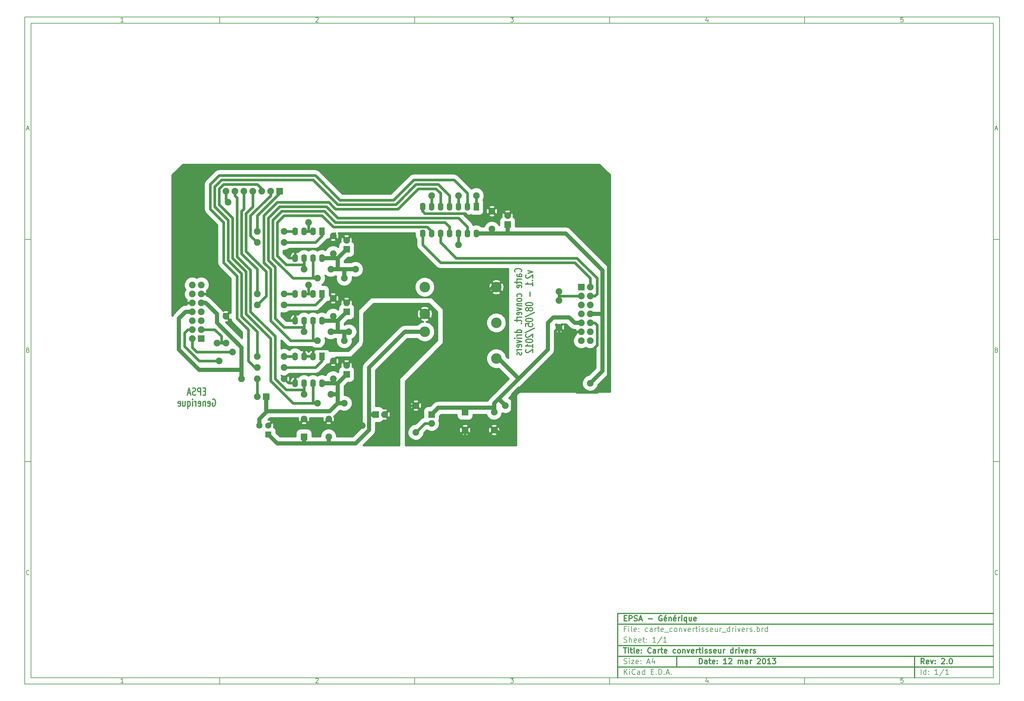
<source format=gbl>
G04 (created by PCBNEW-RS274X (2012-01-19 BZR 3256)-stable) date 12/03/2013 15:27:15*
G01*
G70*
G90*
%MOIN*%
G04 Gerber Fmt 3.4, Leading zero omitted, Abs format*
%FSLAX34Y34*%
G04 APERTURE LIST*
%ADD10C,0.006000*%
%ADD11C,0.012000*%
%ADD12R,0.062000X0.090000*%
%ADD13O,0.062000X0.090000*%
%ADD14C,0.075000*%
%ADD15R,0.075000X0.075000*%
%ADD16R,0.070000X0.070000*%
%ADD17C,0.070000*%
%ADD18C,0.118100*%
%ADD19C,0.045000*%
%ADD20C,0.030000*%
%ADD21C,0.020000*%
G04 APERTURE END LIST*
G54D10*
X04000Y-04000D02*
X113000Y-04000D01*
X113000Y-78670D01*
X04000Y-78670D01*
X04000Y-04000D01*
X04700Y-04700D02*
X112300Y-04700D01*
X112300Y-77970D01*
X04700Y-77970D01*
X04700Y-04700D01*
X25800Y-04000D02*
X25800Y-04700D01*
X15043Y-04552D02*
X14757Y-04552D01*
X14900Y-04552D02*
X14900Y-04052D01*
X14852Y-04124D01*
X14805Y-04171D01*
X14757Y-04195D01*
X25800Y-78670D02*
X25800Y-77970D01*
X15043Y-78522D02*
X14757Y-78522D01*
X14900Y-78522D02*
X14900Y-78022D01*
X14852Y-78094D01*
X14805Y-78141D01*
X14757Y-78165D01*
X47600Y-04000D02*
X47600Y-04700D01*
X36557Y-04100D02*
X36581Y-04076D01*
X36629Y-04052D01*
X36748Y-04052D01*
X36795Y-04076D01*
X36819Y-04100D01*
X36843Y-04148D01*
X36843Y-04195D01*
X36819Y-04267D01*
X36533Y-04552D01*
X36843Y-04552D01*
X47600Y-78670D02*
X47600Y-77970D01*
X36557Y-78070D02*
X36581Y-78046D01*
X36629Y-78022D01*
X36748Y-78022D01*
X36795Y-78046D01*
X36819Y-78070D01*
X36843Y-78118D01*
X36843Y-78165D01*
X36819Y-78237D01*
X36533Y-78522D01*
X36843Y-78522D01*
X69400Y-04000D02*
X69400Y-04700D01*
X58333Y-04052D02*
X58643Y-04052D01*
X58476Y-04243D01*
X58548Y-04243D01*
X58595Y-04267D01*
X58619Y-04290D01*
X58643Y-04338D01*
X58643Y-04457D01*
X58619Y-04505D01*
X58595Y-04529D01*
X58548Y-04552D01*
X58405Y-04552D01*
X58357Y-04529D01*
X58333Y-04505D01*
X69400Y-78670D02*
X69400Y-77970D01*
X58333Y-78022D02*
X58643Y-78022D01*
X58476Y-78213D01*
X58548Y-78213D01*
X58595Y-78237D01*
X58619Y-78260D01*
X58643Y-78308D01*
X58643Y-78427D01*
X58619Y-78475D01*
X58595Y-78499D01*
X58548Y-78522D01*
X58405Y-78522D01*
X58357Y-78499D01*
X58333Y-78475D01*
X91200Y-04000D02*
X91200Y-04700D01*
X80395Y-04219D02*
X80395Y-04552D01*
X80276Y-04029D02*
X80157Y-04386D01*
X80467Y-04386D01*
X91200Y-78670D02*
X91200Y-77970D01*
X80395Y-78189D02*
X80395Y-78522D01*
X80276Y-77999D02*
X80157Y-78356D01*
X80467Y-78356D01*
X102219Y-04052D02*
X101981Y-04052D01*
X101957Y-04290D01*
X101981Y-04267D01*
X102029Y-04243D01*
X102148Y-04243D01*
X102195Y-04267D01*
X102219Y-04290D01*
X102243Y-04338D01*
X102243Y-04457D01*
X102219Y-04505D01*
X102195Y-04529D01*
X102148Y-04552D01*
X102029Y-04552D01*
X101981Y-04529D01*
X101957Y-04505D01*
X102219Y-78022D02*
X101981Y-78022D01*
X101957Y-78260D01*
X101981Y-78237D01*
X102029Y-78213D01*
X102148Y-78213D01*
X102195Y-78237D01*
X102219Y-78260D01*
X102243Y-78308D01*
X102243Y-78427D01*
X102219Y-78475D01*
X102195Y-78499D01*
X102148Y-78522D01*
X102029Y-78522D01*
X101981Y-78499D01*
X101957Y-78475D01*
X04000Y-28890D02*
X04700Y-28890D01*
X04231Y-16510D02*
X04469Y-16510D01*
X04184Y-16652D02*
X04350Y-16152D01*
X04517Y-16652D01*
X113000Y-28890D02*
X112300Y-28890D01*
X112531Y-16510D02*
X112769Y-16510D01*
X112484Y-16652D02*
X112650Y-16152D01*
X112817Y-16652D01*
X04000Y-53780D02*
X04700Y-53780D01*
X04386Y-41280D02*
X04457Y-41304D01*
X04481Y-41328D01*
X04505Y-41376D01*
X04505Y-41447D01*
X04481Y-41495D01*
X04457Y-41519D01*
X04410Y-41542D01*
X04219Y-41542D01*
X04219Y-41042D01*
X04386Y-41042D01*
X04433Y-41066D01*
X04457Y-41090D01*
X04481Y-41138D01*
X04481Y-41185D01*
X04457Y-41233D01*
X04433Y-41257D01*
X04386Y-41280D01*
X04219Y-41280D01*
X113000Y-53780D02*
X112300Y-53780D01*
X112686Y-41280D02*
X112757Y-41304D01*
X112781Y-41328D01*
X112805Y-41376D01*
X112805Y-41447D01*
X112781Y-41495D01*
X112757Y-41519D01*
X112710Y-41542D01*
X112519Y-41542D01*
X112519Y-41042D01*
X112686Y-41042D01*
X112733Y-41066D01*
X112757Y-41090D01*
X112781Y-41138D01*
X112781Y-41185D01*
X112757Y-41233D01*
X112733Y-41257D01*
X112686Y-41280D01*
X112519Y-41280D01*
X04505Y-66385D02*
X04481Y-66409D01*
X04410Y-66432D01*
X04362Y-66432D01*
X04290Y-66409D01*
X04243Y-66361D01*
X04219Y-66313D01*
X04195Y-66218D01*
X04195Y-66147D01*
X04219Y-66051D01*
X04243Y-66004D01*
X04290Y-65956D01*
X04362Y-65932D01*
X04410Y-65932D01*
X04481Y-65956D01*
X04505Y-65980D01*
X112805Y-66385D02*
X112781Y-66409D01*
X112710Y-66432D01*
X112662Y-66432D01*
X112590Y-66409D01*
X112543Y-66361D01*
X112519Y-66313D01*
X112495Y-66218D01*
X112495Y-66147D01*
X112519Y-66051D01*
X112543Y-66004D01*
X112590Y-65956D01*
X112662Y-65932D01*
X112710Y-65932D01*
X112781Y-65956D01*
X112805Y-65980D01*
G54D11*
X79443Y-76413D02*
X79443Y-75813D01*
X79586Y-75813D01*
X79671Y-75841D01*
X79729Y-75899D01*
X79757Y-75956D01*
X79786Y-76070D01*
X79786Y-76156D01*
X79757Y-76270D01*
X79729Y-76327D01*
X79671Y-76384D01*
X79586Y-76413D01*
X79443Y-76413D01*
X80300Y-76413D02*
X80300Y-76099D01*
X80271Y-76041D01*
X80214Y-76013D01*
X80100Y-76013D01*
X80043Y-76041D01*
X80300Y-76384D02*
X80243Y-76413D01*
X80100Y-76413D01*
X80043Y-76384D01*
X80014Y-76327D01*
X80014Y-76270D01*
X80043Y-76213D01*
X80100Y-76184D01*
X80243Y-76184D01*
X80300Y-76156D01*
X80500Y-76013D02*
X80729Y-76013D01*
X80586Y-75813D02*
X80586Y-76327D01*
X80614Y-76384D01*
X80672Y-76413D01*
X80729Y-76413D01*
X81157Y-76384D02*
X81100Y-76413D01*
X80986Y-76413D01*
X80929Y-76384D01*
X80900Y-76327D01*
X80900Y-76099D01*
X80929Y-76041D01*
X80986Y-76013D01*
X81100Y-76013D01*
X81157Y-76041D01*
X81186Y-76099D01*
X81186Y-76156D01*
X80900Y-76213D01*
X81443Y-76356D02*
X81471Y-76384D01*
X81443Y-76413D01*
X81414Y-76384D01*
X81443Y-76356D01*
X81443Y-76413D01*
X81443Y-76041D02*
X81471Y-76070D01*
X81443Y-76099D01*
X81414Y-76070D01*
X81443Y-76041D01*
X81443Y-76099D01*
X82500Y-76413D02*
X82157Y-76413D01*
X82329Y-76413D02*
X82329Y-75813D01*
X82272Y-75899D01*
X82214Y-75956D01*
X82157Y-75984D01*
X82728Y-75870D02*
X82757Y-75841D01*
X82814Y-75813D01*
X82957Y-75813D01*
X83014Y-75841D01*
X83043Y-75870D01*
X83071Y-75927D01*
X83071Y-75984D01*
X83043Y-76070D01*
X82700Y-76413D01*
X83071Y-76413D01*
X83785Y-76413D02*
X83785Y-76013D01*
X83785Y-76070D02*
X83813Y-76041D01*
X83871Y-76013D01*
X83956Y-76013D01*
X84013Y-76041D01*
X84042Y-76099D01*
X84042Y-76413D01*
X84042Y-76099D02*
X84071Y-76041D01*
X84128Y-76013D01*
X84213Y-76013D01*
X84271Y-76041D01*
X84299Y-76099D01*
X84299Y-76413D01*
X84842Y-76413D02*
X84842Y-76099D01*
X84813Y-76041D01*
X84756Y-76013D01*
X84642Y-76013D01*
X84585Y-76041D01*
X84842Y-76384D02*
X84785Y-76413D01*
X84642Y-76413D01*
X84585Y-76384D01*
X84556Y-76327D01*
X84556Y-76270D01*
X84585Y-76213D01*
X84642Y-76184D01*
X84785Y-76184D01*
X84842Y-76156D01*
X85128Y-76413D02*
X85128Y-76013D01*
X85128Y-76127D02*
X85156Y-76070D01*
X85185Y-76041D01*
X85242Y-76013D01*
X85299Y-76013D01*
X85927Y-75870D02*
X85956Y-75841D01*
X86013Y-75813D01*
X86156Y-75813D01*
X86213Y-75841D01*
X86242Y-75870D01*
X86270Y-75927D01*
X86270Y-75984D01*
X86242Y-76070D01*
X85899Y-76413D01*
X86270Y-76413D01*
X86641Y-75813D02*
X86698Y-75813D01*
X86755Y-75841D01*
X86784Y-75870D01*
X86813Y-75927D01*
X86841Y-76041D01*
X86841Y-76184D01*
X86813Y-76299D01*
X86784Y-76356D01*
X86755Y-76384D01*
X86698Y-76413D01*
X86641Y-76413D01*
X86584Y-76384D01*
X86555Y-76356D01*
X86527Y-76299D01*
X86498Y-76184D01*
X86498Y-76041D01*
X86527Y-75927D01*
X86555Y-75870D01*
X86584Y-75841D01*
X86641Y-75813D01*
X87412Y-76413D02*
X87069Y-76413D01*
X87241Y-76413D02*
X87241Y-75813D01*
X87184Y-75899D01*
X87126Y-75956D01*
X87069Y-75984D01*
X87612Y-75813D02*
X87983Y-75813D01*
X87783Y-76041D01*
X87869Y-76041D01*
X87926Y-76070D01*
X87955Y-76099D01*
X87983Y-76156D01*
X87983Y-76299D01*
X87955Y-76356D01*
X87926Y-76384D01*
X87869Y-76413D01*
X87697Y-76413D01*
X87640Y-76384D01*
X87612Y-76356D01*
G54D10*
X71043Y-77613D02*
X71043Y-77013D01*
X71386Y-77613D02*
X71129Y-77270D01*
X71386Y-77013D02*
X71043Y-77356D01*
X71643Y-77613D02*
X71643Y-77213D01*
X71643Y-77013D02*
X71614Y-77041D01*
X71643Y-77070D01*
X71671Y-77041D01*
X71643Y-77013D01*
X71643Y-77070D01*
X72272Y-77556D02*
X72243Y-77584D01*
X72157Y-77613D01*
X72100Y-77613D01*
X72015Y-77584D01*
X71957Y-77527D01*
X71929Y-77470D01*
X71900Y-77356D01*
X71900Y-77270D01*
X71929Y-77156D01*
X71957Y-77099D01*
X72015Y-77041D01*
X72100Y-77013D01*
X72157Y-77013D01*
X72243Y-77041D01*
X72272Y-77070D01*
X72786Y-77613D02*
X72786Y-77299D01*
X72757Y-77241D01*
X72700Y-77213D01*
X72586Y-77213D01*
X72529Y-77241D01*
X72786Y-77584D02*
X72729Y-77613D01*
X72586Y-77613D01*
X72529Y-77584D01*
X72500Y-77527D01*
X72500Y-77470D01*
X72529Y-77413D01*
X72586Y-77384D01*
X72729Y-77384D01*
X72786Y-77356D01*
X73329Y-77613D02*
X73329Y-77013D01*
X73329Y-77584D02*
X73272Y-77613D01*
X73158Y-77613D01*
X73100Y-77584D01*
X73072Y-77556D01*
X73043Y-77499D01*
X73043Y-77327D01*
X73072Y-77270D01*
X73100Y-77241D01*
X73158Y-77213D01*
X73272Y-77213D01*
X73329Y-77241D01*
X74072Y-77299D02*
X74272Y-77299D01*
X74358Y-77613D02*
X74072Y-77613D01*
X74072Y-77013D01*
X74358Y-77013D01*
X74615Y-77556D02*
X74643Y-77584D01*
X74615Y-77613D01*
X74586Y-77584D01*
X74615Y-77556D01*
X74615Y-77613D01*
X74901Y-77613D02*
X74901Y-77013D01*
X75044Y-77013D01*
X75129Y-77041D01*
X75187Y-77099D01*
X75215Y-77156D01*
X75244Y-77270D01*
X75244Y-77356D01*
X75215Y-77470D01*
X75187Y-77527D01*
X75129Y-77584D01*
X75044Y-77613D01*
X74901Y-77613D01*
X75501Y-77556D02*
X75529Y-77584D01*
X75501Y-77613D01*
X75472Y-77584D01*
X75501Y-77556D01*
X75501Y-77613D01*
X75758Y-77441D02*
X76044Y-77441D01*
X75701Y-77613D02*
X75901Y-77013D01*
X76101Y-77613D01*
X76301Y-77556D02*
X76329Y-77584D01*
X76301Y-77613D01*
X76272Y-77584D01*
X76301Y-77556D01*
X76301Y-77613D01*
G54D11*
X104586Y-76413D02*
X104386Y-76127D01*
X104243Y-76413D02*
X104243Y-75813D01*
X104471Y-75813D01*
X104529Y-75841D01*
X104557Y-75870D01*
X104586Y-75927D01*
X104586Y-76013D01*
X104557Y-76070D01*
X104529Y-76099D01*
X104471Y-76127D01*
X104243Y-76127D01*
X105071Y-76384D02*
X105014Y-76413D01*
X104900Y-76413D01*
X104843Y-76384D01*
X104814Y-76327D01*
X104814Y-76099D01*
X104843Y-76041D01*
X104900Y-76013D01*
X105014Y-76013D01*
X105071Y-76041D01*
X105100Y-76099D01*
X105100Y-76156D01*
X104814Y-76213D01*
X105300Y-76013D02*
X105443Y-76413D01*
X105585Y-76013D01*
X105814Y-76356D02*
X105842Y-76384D01*
X105814Y-76413D01*
X105785Y-76384D01*
X105814Y-76356D01*
X105814Y-76413D01*
X105814Y-76041D02*
X105842Y-76070D01*
X105814Y-76099D01*
X105785Y-76070D01*
X105814Y-76041D01*
X105814Y-76099D01*
X106528Y-75870D02*
X106557Y-75841D01*
X106614Y-75813D01*
X106757Y-75813D01*
X106814Y-75841D01*
X106843Y-75870D01*
X106871Y-75927D01*
X106871Y-75984D01*
X106843Y-76070D01*
X106500Y-76413D01*
X106871Y-76413D01*
X107128Y-76356D02*
X107156Y-76384D01*
X107128Y-76413D01*
X107099Y-76384D01*
X107128Y-76356D01*
X107128Y-76413D01*
X107528Y-75813D02*
X107585Y-75813D01*
X107642Y-75841D01*
X107671Y-75870D01*
X107700Y-75927D01*
X107728Y-76041D01*
X107728Y-76184D01*
X107700Y-76299D01*
X107671Y-76356D01*
X107642Y-76384D01*
X107585Y-76413D01*
X107528Y-76413D01*
X107471Y-76384D01*
X107442Y-76356D01*
X107414Y-76299D01*
X107385Y-76184D01*
X107385Y-76041D01*
X107414Y-75927D01*
X107442Y-75870D01*
X107471Y-75841D01*
X107528Y-75813D01*
G54D10*
X71014Y-76384D02*
X71100Y-76413D01*
X71243Y-76413D01*
X71300Y-76384D01*
X71329Y-76356D01*
X71357Y-76299D01*
X71357Y-76241D01*
X71329Y-76184D01*
X71300Y-76156D01*
X71243Y-76127D01*
X71129Y-76099D01*
X71071Y-76070D01*
X71043Y-76041D01*
X71014Y-75984D01*
X71014Y-75927D01*
X71043Y-75870D01*
X71071Y-75841D01*
X71129Y-75813D01*
X71271Y-75813D01*
X71357Y-75841D01*
X71614Y-76413D02*
X71614Y-76013D01*
X71614Y-75813D02*
X71585Y-75841D01*
X71614Y-75870D01*
X71642Y-75841D01*
X71614Y-75813D01*
X71614Y-75870D01*
X71843Y-76013D02*
X72157Y-76013D01*
X71843Y-76413D01*
X72157Y-76413D01*
X72614Y-76384D02*
X72557Y-76413D01*
X72443Y-76413D01*
X72386Y-76384D01*
X72357Y-76327D01*
X72357Y-76099D01*
X72386Y-76041D01*
X72443Y-76013D01*
X72557Y-76013D01*
X72614Y-76041D01*
X72643Y-76099D01*
X72643Y-76156D01*
X72357Y-76213D01*
X72900Y-76356D02*
X72928Y-76384D01*
X72900Y-76413D01*
X72871Y-76384D01*
X72900Y-76356D01*
X72900Y-76413D01*
X72900Y-76041D02*
X72928Y-76070D01*
X72900Y-76099D01*
X72871Y-76070D01*
X72900Y-76041D01*
X72900Y-76099D01*
X73614Y-76241D02*
X73900Y-76241D01*
X73557Y-76413D02*
X73757Y-75813D01*
X73957Y-76413D01*
X74414Y-76013D02*
X74414Y-76413D01*
X74271Y-75784D02*
X74128Y-76213D01*
X74500Y-76213D01*
X104243Y-77613D02*
X104243Y-77013D01*
X104786Y-77613D02*
X104786Y-77013D01*
X104786Y-77584D02*
X104729Y-77613D01*
X104615Y-77613D01*
X104557Y-77584D01*
X104529Y-77556D01*
X104500Y-77499D01*
X104500Y-77327D01*
X104529Y-77270D01*
X104557Y-77241D01*
X104615Y-77213D01*
X104729Y-77213D01*
X104786Y-77241D01*
X105072Y-77556D02*
X105100Y-77584D01*
X105072Y-77613D01*
X105043Y-77584D01*
X105072Y-77556D01*
X105072Y-77613D01*
X105072Y-77241D02*
X105100Y-77270D01*
X105072Y-77299D01*
X105043Y-77270D01*
X105072Y-77241D01*
X105072Y-77299D01*
X106129Y-77613D02*
X105786Y-77613D01*
X105958Y-77613D02*
X105958Y-77013D01*
X105901Y-77099D01*
X105843Y-77156D01*
X105786Y-77184D01*
X106814Y-76984D02*
X106300Y-77756D01*
X107329Y-77613D02*
X106986Y-77613D01*
X107158Y-77613D02*
X107158Y-77013D01*
X107101Y-77099D01*
X107043Y-77156D01*
X106986Y-77184D01*
G54D11*
X70957Y-74613D02*
X71300Y-74613D01*
X71129Y-75213D02*
X71129Y-74613D01*
X71500Y-75213D02*
X71500Y-74813D01*
X71500Y-74613D02*
X71471Y-74641D01*
X71500Y-74670D01*
X71528Y-74641D01*
X71500Y-74613D01*
X71500Y-74670D01*
X71700Y-74813D02*
X71929Y-74813D01*
X71786Y-74613D02*
X71786Y-75127D01*
X71814Y-75184D01*
X71872Y-75213D01*
X71929Y-75213D01*
X72215Y-75213D02*
X72157Y-75184D01*
X72129Y-75127D01*
X72129Y-74613D01*
X72671Y-75184D02*
X72614Y-75213D01*
X72500Y-75213D01*
X72443Y-75184D01*
X72414Y-75127D01*
X72414Y-74899D01*
X72443Y-74841D01*
X72500Y-74813D01*
X72614Y-74813D01*
X72671Y-74841D01*
X72700Y-74899D01*
X72700Y-74956D01*
X72414Y-75013D01*
X72957Y-75156D02*
X72985Y-75184D01*
X72957Y-75213D01*
X72928Y-75184D01*
X72957Y-75156D01*
X72957Y-75213D01*
X72957Y-74841D02*
X72985Y-74870D01*
X72957Y-74899D01*
X72928Y-74870D01*
X72957Y-74841D01*
X72957Y-74899D01*
X74043Y-75156D02*
X74014Y-75184D01*
X73928Y-75213D01*
X73871Y-75213D01*
X73786Y-75184D01*
X73728Y-75127D01*
X73700Y-75070D01*
X73671Y-74956D01*
X73671Y-74870D01*
X73700Y-74756D01*
X73728Y-74699D01*
X73786Y-74641D01*
X73871Y-74613D01*
X73928Y-74613D01*
X74014Y-74641D01*
X74043Y-74670D01*
X74557Y-75213D02*
X74557Y-74899D01*
X74528Y-74841D01*
X74471Y-74813D01*
X74357Y-74813D01*
X74300Y-74841D01*
X74557Y-75184D02*
X74500Y-75213D01*
X74357Y-75213D01*
X74300Y-75184D01*
X74271Y-75127D01*
X74271Y-75070D01*
X74300Y-75013D01*
X74357Y-74984D01*
X74500Y-74984D01*
X74557Y-74956D01*
X74843Y-75213D02*
X74843Y-74813D01*
X74843Y-74927D02*
X74871Y-74870D01*
X74900Y-74841D01*
X74957Y-74813D01*
X75014Y-74813D01*
X75128Y-74813D02*
X75357Y-74813D01*
X75214Y-74613D02*
X75214Y-75127D01*
X75242Y-75184D01*
X75300Y-75213D01*
X75357Y-75213D01*
X75785Y-75184D02*
X75728Y-75213D01*
X75614Y-75213D01*
X75557Y-75184D01*
X75528Y-75127D01*
X75528Y-74899D01*
X75557Y-74841D01*
X75614Y-74813D01*
X75728Y-74813D01*
X75785Y-74841D01*
X75814Y-74899D01*
X75814Y-74956D01*
X75528Y-75013D01*
X76785Y-75184D02*
X76728Y-75213D01*
X76614Y-75213D01*
X76556Y-75184D01*
X76528Y-75156D01*
X76499Y-75099D01*
X76499Y-74927D01*
X76528Y-74870D01*
X76556Y-74841D01*
X76614Y-74813D01*
X76728Y-74813D01*
X76785Y-74841D01*
X77128Y-75213D02*
X77070Y-75184D01*
X77042Y-75156D01*
X77013Y-75099D01*
X77013Y-74927D01*
X77042Y-74870D01*
X77070Y-74841D01*
X77128Y-74813D01*
X77213Y-74813D01*
X77270Y-74841D01*
X77299Y-74870D01*
X77328Y-74927D01*
X77328Y-75099D01*
X77299Y-75156D01*
X77270Y-75184D01*
X77213Y-75213D01*
X77128Y-75213D01*
X77585Y-74813D02*
X77585Y-75213D01*
X77585Y-74870D02*
X77613Y-74841D01*
X77671Y-74813D01*
X77756Y-74813D01*
X77813Y-74841D01*
X77842Y-74899D01*
X77842Y-75213D01*
X78071Y-74813D02*
X78214Y-75213D01*
X78356Y-74813D01*
X78813Y-75184D02*
X78756Y-75213D01*
X78642Y-75213D01*
X78585Y-75184D01*
X78556Y-75127D01*
X78556Y-74899D01*
X78585Y-74841D01*
X78642Y-74813D01*
X78756Y-74813D01*
X78813Y-74841D01*
X78842Y-74899D01*
X78842Y-74956D01*
X78556Y-75013D01*
X79099Y-75213D02*
X79099Y-74813D01*
X79099Y-74927D02*
X79127Y-74870D01*
X79156Y-74841D01*
X79213Y-74813D01*
X79270Y-74813D01*
X79384Y-74813D02*
X79613Y-74813D01*
X79470Y-74613D02*
X79470Y-75127D01*
X79498Y-75184D01*
X79556Y-75213D01*
X79613Y-75213D01*
X79813Y-75213D02*
X79813Y-74813D01*
X79813Y-74613D02*
X79784Y-74641D01*
X79813Y-74670D01*
X79841Y-74641D01*
X79813Y-74613D01*
X79813Y-74670D01*
X80070Y-75184D02*
X80127Y-75213D01*
X80242Y-75213D01*
X80299Y-75184D01*
X80327Y-75127D01*
X80327Y-75099D01*
X80299Y-75041D01*
X80242Y-75013D01*
X80156Y-75013D01*
X80099Y-74984D01*
X80070Y-74927D01*
X80070Y-74899D01*
X80099Y-74841D01*
X80156Y-74813D01*
X80242Y-74813D01*
X80299Y-74841D01*
X80556Y-75184D02*
X80613Y-75213D01*
X80728Y-75213D01*
X80785Y-75184D01*
X80813Y-75127D01*
X80813Y-75099D01*
X80785Y-75041D01*
X80728Y-75013D01*
X80642Y-75013D01*
X80585Y-74984D01*
X80556Y-74927D01*
X80556Y-74899D01*
X80585Y-74841D01*
X80642Y-74813D01*
X80728Y-74813D01*
X80785Y-74841D01*
X81299Y-75184D02*
X81242Y-75213D01*
X81128Y-75213D01*
X81071Y-75184D01*
X81042Y-75127D01*
X81042Y-74899D01*
X81071Y-74841D01*
X81128Y-74813D01*
X81242Y-74813D01*
X81299Y-74841D01*
X81328Y-74899D01*
X81328Y-74956D01*
X81042Y-75013D01*
X81842Y-74813D02*
X81842Y-75213D01*
X81585Y-74813D02*
X81585Y-75127D01*
X81613Y-75184D01*
X81671Y-75213D01*
X81756Y-75213D01*
X81813Y-75184D01*
X81842Y-75156D01*
X82128Y-75213D02*
X82128Y-74813D01*
X82128Y-74927D02*
X82156Y-74870D01*
X82185Y-74841D01*
X82242Y-74813D01*
X82299Y-74813D01*
X83213Y-75213D02*
X83213Y-74613D01*
X83213Y-75184D02*
X83156Y-75213D01*
X83042Y-75213D01*
X82984Y-75184D01*
X82956Y-75156D01*
X82927Y-75099D01*
X82927Y-74927D01*
X82956Y-74870D01*
X82984Y-74841D01*
X83042Y-74813D01*
X83156Y-74813D01*
X83213Y-74841D01*
X83499Y-75213D02*
X83499Y-74813D01*
X83499Y-74927D02*
X83527Y-74870D01*
X83556Y-74841D01*
X83613Y-74813D01*
X83670Y-74813D01*
X83870Y-75213D02*
X83870Y-74813D01*
X83870Y-74613D02*
X83841Y-74641D01*
X83870Y-74670D01*
X83898Y-74641D01*
X83870Y-74613D01*
X83870Y-74670D01*
X84099Y-74813D02*
X84242Y-75213D01*
X84384Y-74813D01*
X84841Y-75184D02*
X84784Y-75213D01*
X84670Y-75213D01*
X84613Y-75184D01*
X84584Y-75127D01*
X84584Y-74899D01*
X84613Y-74841D01*
X84670Y-74813D01*
X84784Y-74813D01*
X84841Y-74841D01*
X84870Y-74899D01*
X84870Y-74956D01*
X84584Y-75013D01*
X85127Y-75213D02*
X85127Y-74813D01*
X85127Y-74927D02*
X85155Y-74870D01*
X85184Y-74841D01*
X85241Y-74813D01*
X85298Y-74813D01*
X85469Y-75184D02*
X85526Y-75213D01*
X85641Y-75213D01*
X85698Y-75184D01*
X85726Y-75127D01*
X85726Y-75099D01*
X85698Y-75041D01*
X85641Y-75013D01*
X85555Y-75013D01*
X85498Y-74984D01*
X85469Y-74927D01*
X85469Y-74899D01*
X85498Y-74841D01*
X85555Y-74813D01*
X85641Y-74813D01*
X85698Y-74841D01*
G54D10*
X71243Y-72499D02*
X71043Y-72499D01*
X71043Y-72813D02*
X71043Y-72213D01*
X71329Y-72213D01*
X71557Y-72813D02*
X71557Y-72413D01*
X71557Y-72213D02*
X71528Y-72241D01*
X71557Y-72270D01*
X71585Y-72241D01*
X71557Y-72213D01*
X71557Y-72270D01*
X71929Y-72813D02*
X71871Y-72784D01*
X71843Y-72727D01*
X71843Y-72213D01*
X72385Y-72784D02*
X72328Y-72813D01*
X72214Y-72813D01*
X72157Y-72784D01*
X72128Y-72727D01*
X72128Y-72499D01*
X72157Y-72441D01*
X72214Y-72413D01*
X72328Y-72413D01*
X72385Y-72441D01*
X72414Y-72499D01*
X72414Y-72556D01*
X72128Y-72613D01*
X72671Y-72756D02*
X72699Y-72784D01*
X72671Y-72813D01*
X72642Y-72784D01*
X72671Y-72756D01*
X72671Y-72813D01*
X72671Y-72441D02*
X72699Y-72470D01*
X72671Y-72499D01*
X72642Y-72470D01*
X72671Y-72441D01*
X72671Y-72499D01*
X73671Y-72784D02*
X73614Y-72813D01*
X73500Y-72813D01*
X73442Y-72784D01*
X73414Y-72756D01*
X73385Y-72699D01*
X73385Y-72527D01*
X73414Y-72470D01*
X73442Y-72441D01*
X73500Y-72413D01*
X73614Y-72413D01*
X73671Y-72441D01*
X74185Y-72813D02*
X74185Y-72499D01*
X74156Y-72441D01*
X74099Y-72413D01*
X73985Y-72413D01*
X73928Y-72441D01*
X74185Y-72784D02*
X74128Y-72813D01*
X73985Y-72813D01*
X73928Y-72784D01*
X73899Y-72727D01*
X73899Y-72670D01*
X73928Y-72613D01*
X73985Y-72584D01*
X74128Y-72584D01*
X74185Y-72556D01*
X74471Y-72813D02*
X74471Y-72413D01*
X74471Y-72527D02*
X74499Y-72470D01*
X74528Y-72441D01*
X74585Y-72413D01*
X74642Y-72413D01*
X74756Y-72413D02*
X74985Y-72413D01*
X74842Y-72213D02*
X74842Y-72727D01*
X74870Y-72784D01*
X74928Y-72813D01*
X74985Y-72813D01*
X75413Y-72784D02*
X75356Y-72813D01*
X75242Y-72813D01*
X75185Y-72784D01*
X75156Y-72727D01*
X75156Y-72499D01*
X75185Y-72441D01*
X75242Y-72413D01*
X75356Y-72413D01*
X75413Y-72441D01*
X75442Y-72499D01*
X75442Y-72556D01*
X75156Y-72613D01*
X75556Y-72870D02*
X76013Y-72870D01*
X76413Y-72784D02*
X76356Y-72813D01*
X76242Y-72813D01*
X76184Y-72784D01*
X76156Y-72756D01*
X76127Y-72699D01*
X76127Y-72527D01*
X76156Y-72470D01*
X76184Y-72441D01*
X76242Y-72413D01*
X76356Y-72413D01*
X76413Y-72441D01*
X76756Y-72813D02*
X76698Y-72784D01*
X76670Y-72756D01*
X76641Y-72699D01*
X76641Y-72527D01*
X76670Y-72470D01*
X76698Y-72441D01*
X76756Y-72413D01*
X76841Y-72413D01*
X76898Y-72441D01*
X76927Y-72470D01*
X76956Y-72527D01*
X76956Y-72699D01*
X76927Y-72756D01*
X76898Y-72784D01*
X76841Y-72813D01*
X76756Y-72813D01*
X77213Y-72413D02*
X77213Y-72813D01*
X77213Y-72470D02*
X77241Y-72441D01*
X77299Y-72413D01*
X77384Y-72413D01*
X77441Y-72441D01*
X77470Y-72499D01*
X77470Y-72813D01*
X77699Y-72413D02*
X77842Y-72813D01*
X77984Y-72413D01*
X78441Y-72784D02*
X78384Y-72813D01*
X78270Y-72813D01*
X78213Y-72784D01*
X78184Y-72727D01*
X78184Y-72499D01*
X78213Y-72441D01*
X78270Y-72413D01*
X78384Y-72413D01*
X78441Y-72441D01*
X78470Y-72499D01*
X78470Y-72556D01*
X78184Y-72613D01*
X78727Y-72813D02*
X78727Y-72413D01*
X78727Y-72527D02*
X78755Y-72470D01*
X78784Y-72441D01*
X78841Y-72413D01*
X78898Y-72413D01*
X79012Y-72413D02*
X79241Y-72413D01*
X79098Y-72213D02*
X79098Y-72727D01*
X79126Y-72784D01*
X79184Y-72813D01*
X79241Y-72813D01*
X79441Y-72813D02*
X79441Y-72413D01*
X79441Y-72213D02*
X79412Y-72241D01*
X79441Y-72270D01*
X79469Y-72241D01*
X79441Y-72213D01*
X79441Y-72270D01*
X79698Y-72784D02*
X79755Y-72813D01*
X79870Y-72813D01*
X79927Y-72784D01*
X79955Y-72727D01*
X79955Y-72699D01*
X79927Y-72641D01*
X79870Y-72613D01*
X79784Y-72613D01*
X79727Y-72584D01*
X79698Y-72527D01*
X79698Y-72499D01*
X79727Y-72441D01*
X79784Y-72413D01*
X79870Y-72413D01*
X79927Y-72441D01*
X80184Y-72784D02*
X80241Y-72813D01*
X80356Y-72813D01*
X80413Y-72784D01*
X80441Y-72727D01*
X80441Y-72699D01*
X80413Y-72641D01*
X80356Y-72613D01*
X80270Y-72613D01*
X80213Y-72584D01*
X80184Y-72527D01*
X80184Y-72499D01*
X80213Y-72441D01*
X80270Y-72413D01*
X80356Y-72413D01*
X80413Y-72441D01*
X80927Y-72784D02*
X80870Y-72813D01*
X80756Y-72813D01*
X80699Y-72784D01*
X80670Y-72727D01*
X80670Y-72499D01*
X80699Y-72441D01*
X80756Y-72413D01*
X80870Y-72413D01*
X80927Y-72441D01*
X80956Y-72499D01*
X80956Y-72556D01*
X80670Y-72613D01*
X81470Y-72413D02*
X81470Y-72813D01*
X81213Y-72413D02*
X81213Y-72727D01*
X81241Y-72784D01*
X81299Y-72813D01*
X81384Y-72813D01*
X81441Y-72784D01*
X81470Y-72756D01*
X81756Y-72813D02*
X81756Y-72413D01*
X81756Y-72527D02*
X81784Y-72470D01*
X81813Y-72441D01*
X81870Y-72413D01*
X81927Y-72413D01*
X81984Y-72870D02*
X82441Y-72870D01*
X82841Y-72813D02*
X82841Y-72213D01*
X82841Y-72784D02*
X82784Y-72813D01*
X82670Y-72813D01*
X82612Y-72784D01*
X82584Y-72756D01*
X82555Y-72699D01*
X82555Y-72527D01*
X82584Y-72470D01*
X82612Y-72441D01*
X82670Y-72413D01*
X82784Y-72413D01*
X82841Y-72441D01*
X83127Y-72813D02*
X83127Y-72413D01*
X83127Y-72527D02*
X83155Y-72470D01*
X83184Y-72441D01*
X83241Y-72413D01*
X83298Y-72413D01*
X83498Y-72813D02*
X83498Y-72413D01*
X83498Y-72213D02*
X83469Y-72241D01*
X83498Y-72270D01*
X83526Y-72241D01*
X83498Y-72213D01*
X83498Y-72270D01*
X83727Y-72413D02*
X83870Y-72813D01*
X84012Y-72413D01*
X84469Y-72784D02*
X84412Y-72813D01*
X84298Y-72813D01*
X84241Y-72784D01*
X84212Y-72727D01*
X84212Y-72499D01*
X84241Y-72441D01*
X84298Y-72413D01*
X84412Y-72413D01*
X84469Y-72441D01*
X84498Y-72499D01*
X84498Y-72556D01*
X84212Y-72613D01*
X84755Y-72813D02*
X84755Y-72413D01*
X84755Y-72527D02*
X84783Y-72470D01*
X84812Y-72441D01*
X84869Y-72413D01*
X84926Y-72413D01*
X85097Y-72784D02*
X85154Y-72813D01*
X85269Y-72813D01*
X85326Y-72784D01*
X85354Y-72727D01*
X85354Y-72699D01*
X85326Y-72641D01*
X85269Y-72613D01*
X85183Y-72613D01*
X85126Y-72584D01*
X85097Y-72527D01*
X85097Y-72499D01*
X85126Y-72441D01*
X85183Y-72413D01*
X85269Y-72413D01*
X85326Y-72441D01*
X85612Y-72756D02*
X85640Y-72784D01*
X85612Y-72813D01*
X85583Y-72784D01*
X85612Y-72756D01*
X85612Y-72813D01*
X85898Y-72813D02*
X85898Y-72213D01*
X85898Y-72441D02*
X85955Y-72413D01*
X86069Y-72413D01*
X86126Y-72441D01*
X86155Y-72470D01*
X86184Y-72527D01*
X86184Y-72699D01*
X86155Y-72756D01*
X86126Y-72784D01*
X86069Y-72813D01*
X85955Y-72813D01*
X85898Y-72784D01*
X86441Y-72813D02*
X86441Y-72413D01*
X86441Y-72527D02*
X86469Y-72470D01*
X86498Y-72441D01*
X86555Y-72413D01*
X86612Y-72413D01*
X87069Y-72813D02*
X87069Y-72213D01*
X87069Y-72784D02*
X87012Y-72813D01*
X86898Y-72813D01*
X86840Y-72784D01*
X86812Y-72756D01*
X86783Y-72699D01*
X86783Y-72527D01*
X86812Y-72470D01*
X86840Y-72441D01*
X86898Y-72413D01*
X87012Y-72413D01*
X87069Y-72441D01*
X71014Y-73984D02*
X71100Y-74013D01*
X71243Y-74013D01*
X71300Y-73984D01*
X71329Y-73956D01*
X71357Y-73899D01*
X71357Y-73841D01*
X71329Y-73784D01*
X71300Y-73756D01*
X71243Y-73727D01*
X71129Y-73699D01*
X71071Y-73670D01*
X71043Y-73641D01*
X71014Y-73584D01*
X71014Y-73527D01*
X71043Y-73470D01*
X71071Y-73441D01*
X71129Y-73413D01*
X71271Y-73413D01*
X71357Y-73441D01*
X71614Y-74013D02*
X71614Y-73413D01*
X71871Y-74013D02*
X71871Y-73699D01*
X71842Y-73641D01*
X71785Y-73613D01*
X71700Y-73613D01*
X71642Y-73641D01*
X71614Y-73670D01*
X72385Y-73984D02*
X72328Y-74013D01*
X72214Y-74013D01*
X72157Y-73984D01*
X72128Y-73927D01*
X72128Y-73699D01*
X72157Y-73641D01*
X72214Y-73613D01*
X72328Y-73613D01*
X72385Y-73641D01*
X72414Y-73699D01*
X72414Y-73756D01*
X72128Y-73813D01*
X72899Y-73984D02*
X72842Y-74013D01*
X72728Y-74013D01*
X72671Y-73984D01*
X72642Y-73927D01*
X72642Y-73699D01*
X72671Y-73641D01*
X72728Y-73613D01*
X72842Y-73613D01*
X72899Y-73641D01*
X72928Y-73699D01*
X72928Y-73756D01*
X72642Y-73813D01*
X73099Y-73613D02*
X73328Y-73613D01*
X73185Y-73413D02*
X73185Y-73927D01*
X73213Y-73984D01*
X73271Y-74013D01*
X73328Y-74013D01*
X73528Y-73956D02*
X73556Y-73984D01*
X73528Y-74013D01*
X73499Y-73984D01*
X73528Y-73956D01*
X73528Y-74013D01*
X73528Y-73641D02*
X73556Y-73670D01*
X73528Y-73699D01*
X73499Y-73670D01*
X73528Y-73641D01*
X73528Y-73699D01*
X74585Y-74013D02*
X74242Y-74013D01*
X74414Y-74013D02*
X74414Y-73413D01*
X74357Y-73499D01*
X74299Y-73556D01*
X74242Y-73584D01*
X75270Y-73384D02*
X74756Y-74156D01*
X75785Y-74013D02*
X75442Y-74013D01*
X75614Y-74013D02*
X75614Y-73413D01*
X75557Y-73499D01*
X75499Y-73556D01*
X75442Y-73584D01*
G54D11*
X71043Y-71299D02*
X71243Y-71299D01*
X71329Y-71613D02*
X71043Y-71613D01*
X71043Y-71013D01*
X71329Y-71013D01*
X71586Y-71613D02*
X71586Y-71013D01*
X71814Y-71013D01*
X71872Y-71041D01*
X71900Y-71070D01*
X71929Y-71127D01*
X71929Y-71213D01*
X71900Y-71270D01*
X71872Y-71299D01*
X71814Y-71327D01*
X71586Y-71327D01*
X72157Y-71584D02*
X72243Y-71613D01*
X72386Y-71613D01*
X72443Y-71584D01*
X72472Y-71556D01*
X72500Y-71499D01*
X72500Y-71441D01*
X72472Y-71384D01*
X72443Y-71356D01*
X72386Y-71327D01*
X72272Y-71299D01*
X72214Y-71270D01*
X72186Y-71241D01*
X72157Y-71184D01*
X72157Y-71127D01*
X72186Y-71070D01*
X72214Y-71041D01*
X72272Y-71013D01*
X72414Y-71013D01*
X72500Y-71041D01*
X72728Y-71441D02*
X73014Y-71441D01*
X72671Y-71613D02*
X72871Y-71013D01*
X73071Y-71613D01*
X73728Y-71384D02*
X74185Y-71384D01*
X75242Y-71041D02*
X75185Y-71013D01*
X75099Y-71013D01*
X75014Y-71041D01*
X74956Y-71099D01*
X74928Y-71156D01*
X74899Y-71270D01*
X74899Y-71356D01*
X74928Y-71470D01*
X74956Y-71527D01*
X75014Y-71584D01*
X75099Y-71613D01*
X75156Y-71613D01*
X75242Y-71584D01*
X75271Y-71556D01*
X75271Y-71356D01*
X75156Y-71356D01*
X75756Y-71584D02*
X75699Y-71613D01*
X75585Y-71613D01*
X75528Y-71584D01*
X75499Y-71527D01*
X75499Y-71299D01*
X75528Y-71241D01*
X75585Y-71213D01*
X75699Y-71213D01*
X75756Y-71241D01*
X75785Y-71299D01*
X75785Y-71356D01*
X75499Y-71413D01*
X75699Y-70984D02*
X75614Y-71070D01*
X76042Y-71213D02*
X76042Y-71613D01*
X76042Y-71270D02*
X76070Y-71241D01*
X76128Y-71213D01*
X76213Y-71213D01*
X76270Y-71241D01*
X76299Y-71299D01*
X76299Y-71613D01*
X76813Y-71584D02*
X76756Y-71613D01*
X76642Y-71613D01*
X76585Y-71584D01*
X76556Y-71527D01*
X76556Y-71299D01*
X76585Y-71241D01*
X76642Y-71213D01*
X76756Y-71213D01*
X76813Y-71241D01*
X76842Y-71299D01*
X76842Y-71356D01*
X76556Y-71413D01*
X76756Y-70984D02*
X76671Y-71070D01*
X77099Y-71613D02*
X77099Y-71213D01*
X77099Y-71327D02*
X77127Y-71270D01*
X77156Y-71241D01*
X77213Y-71213D01*
X77270Y-71213D01*
X77470Y-71613D02*
X77470Y-71213D01*
X77470Y-71013D02*
X77441Y-71041D01*
X77470Y-71070D01*
X77498Y-71041D01*
X77470Y-71013D01*
X77470Y-71070D01*
X78013Y-71213D02*
X78013Y-71813D01*
X78013Y-71584D02*
X77956Y-71613D01*
X77842Y-71613D01*
X77784Y-71584D01*
X77756Y-71556D01*
X77727Y-71499D01*
X77727Y-71327D01*
X77756Y-71270D01*
X77784Y-71241D01*
X77842Y-71213D01*
X77956Y-71213D01*
X78013Y-71241D01*
X78556Y-71213D02*
X78556Y-71613D01*
X78299Y-71213D02*
X78299Y-71527D01*
X78327Y-71584D01*
X78385Y-71613D01*
X78470Y-71613D01*
X78527Y-71584D01*
X78556Y-71556D01*
X79070Y-71584D02*
X79013Y-71613D01*
X78899Y-71613D01*
X78842Y-71584D01*
X78813Y-71527D01*
X78813Y-71299D01*
X78842Y-71241D01*
X78899Y-71213D01*
X79013Y-71213D01*
X79070Y-71241D01*
X79099Y-71299D01*
X79099Y-71356D01*
X78813Y-71413D01*
X70300Y-70770D02*
X70300Y-77970D01*
X70300Y-71970D02*
X112300Y-71970D01*
X70300Y-70770D02*
X112300Y-70770D01*
X70300Y-74370D02*
X112300Y-74370D01*
X103500Y-75570D02*
X103500Y-77970D01*
X70300Y-76770D02*
X112300Y-76770D01*
X70300Y-75570D02*
X112300Y-75570D01*
X76900Y-75570D02*
X76900Y-76770D01*
X59498Y-32544D02*
X59536Y-32515D01*
X59574Y-32429D01*
X59574Y-32372D01*
X59536Y-32287D01*
X59460Y-32229D01*
X59383Y-32201D01*
X59231Y-32172D01*
X59117Y-32172D01*
X58964Y-32201D01*
X58888Y-32229D01*
X58812Y-32287D01*
X58774Y-32372D01*
X58774Y-32429D01*
X58812Y-32515D01*
X58850Y-32544D01*
X59574Y-33058D02*
X59155Y-33058D01*
X59079Y-33029D01*
X59040Y-32972D01*
X59040Y-32858D01*
X59079Y-32801D01*
X59536Y-33058D02*
X59574Y-33001D01*
X59574Y-32858D01*
X59536Y-32801D01*
X59460Y-32772D01*
X59383Y-32772D01*
X59307Y-32801D01*
X59269Y-32858D01*
X59269Y-33001D01*
X59231Y-33058D01*
X59574Y-33344D02*
X59040Y-33344D01*
X59193Y-33344D02*
X59117Y-33372D01*
X59079Y-33401D01*
X59040Y-33458D01*
X59040Y-33515D01*
X59040Y-33629D02*
X59040Y-33858D01*
X58774Y-33715D02*
X59460Y-33715D01*
X59536Y-33743D01*
X59574Y-33801D01*
X59574Y-33858D01*
X59536Y-34286D02*
X59574Y-34229D01*
X59574Y-34115D01*
X59536Y-34058D01*
X59460Y-34029D01*
X59155Y-34029D01*
X59079Y-34058D01*
X59040Y-34115D01*
X59040Y-34229D01*
X59079Y-34286D01*
X59155Y-34315D01*
X59231Y-34315D01*
X59307Y-34029D01*
X59536Y-35286D02*
X59574Y-35229D01*
X59574Y-35115D01*
X59536Y-35057D01*
X59498Y-35029D01*
X59421Y-35000D01*
X59193Y-35000D01*
X59117Y-35029D01*
X59079Y-35057D01*
X59040Y-35115D01*
X59040Y-35229D01*
X59079Y-35286D01*
X59574Y-35629D02*
X59536Y-35571D01*
X59498Y-35543D01*
X59421Y-35514D01*
X59193Y-35514D01*
X59117Y-35543D01*
X59079Y-35571D01*
X59040Y-35629D01*
X59040Y-35714D01*
X59079Y-35771D01*
X59117Y-35800D01*
X59193Y-35829D01*
X59421Y-35829D01*
X59498Y-35800D01*
X59536Y-35771D01*
X59574Y-35714D01*
X59574Y-35629D01*
X59040Y-36086D02*
X59574Y-36086D01*
X59117Y-36086D02*
X59079Y-36114D01*
X59040Y-36172D01*
X59040Y-36257D01*
X59079Y-36314D01*
X59155Y-36343D01*
X59574Y-36343D01*
X59040Y-36572D02*
X59574Y-36715D01*
X59040Y-36857D01*
X59536Y-37314D02*
X59574Y-37257D01*
X59574Y-37143D01*
X59536Y-37086D01*
X59460Y-37057D01*
X59155Y-37057D01*
X59079Y-37086D01*
X59040Y-37143D01*
X59040Y-37257D01*
X59079Y-37314D01*
X59155Y-37343D01*
X59231Y-37343D01*
X59307Y-37057D01*
X59574Y-37600D02*
X59040Y-37600D01*
X59193Y-37600D02*
X59117Y-37628D01*
X59079Y-37657D01*
X59040Y-37714D01*
X59040Y-37771D01*
X59040Y-37885D02*
X59040Y-38114D01*
X58774Y-37971D02*
X59460Y-37971D01*
X59536Y-37999D01*
X59574Y-38057D01*
X59574Y-38114D01*
X59498Y-38314D02*
X59536Y-38342D01*
X59574Y-38314D01*
X59536Y-38285D01*
X59498Y-38314D01*
X59574Y-38314D01*
X59574Y-39314D02*
X58774Y-39314D01*
X59536Y-39314D02*
X59574Y-39257D01*
X59574Y-39143D01*
X59536Y-39085D01*
X59498Y-39057D01*
X59421Y-39028D01*
X59193Y-39028D01*
X59117Y-39057D01*
X59079Y-39085D01*
X59040Y-39143D01*
X59040Y-39257D01*
X59079Y-39314D01*
X59574Y-39600D02*
X59040Y-39600D01*
X59193Y-39600D02*
X59117Y-39628D01*
X59079Y-39657D01*
X59040Y-39714D01*
X59040Y-39771D01*
X59574Y-39971D02*
X59040Y-39971D01*
X58774Y-39971D02*
X58812Y-39942D01*
X58850Y-39971D01*
X58812Y-39999D01*
X58774Y-39971D01*
X58850Y-39971D01*
X59040Y-40200D02*
X59574Y-40343D01*
X59040Y-40485D01*
X59536Y-40942D02*
X59574Y-40885D01*
X59574Y-40771D01*
X59536Y-40714D01*
X59460Y-40685D01*
X59155Y-40685D01*
X59079Y-40714D01*
X59040Y-40771D01*
X59040Y-40885D01*
X59079Y-40942D01*
X59155Y-40971D01*
X59231Y-40971D01*
X59307Y-40685D01*
X59574Y-41228D02*
X59040Y-41228D01*
X59193Y-41228D02*
X59117Y-41256D01*
X59079Y-41285D01*
X59040Y-41342D01*
X59040Y-41399D01*
X59536Y-41570D02*
X59574Y-41627D01*
X59574Y-41742D01*
X59536Y-41799D01*
X59460Y-41827D01*
X59421Y-41827D01*
X59345Y-41799D01*
X59307Y-41742D01*
X59307Y-41656D01*
X59269Y-41599D01*
X59193Y-41570D01*
X59155Y-41570D01*
X59079Y-41599D01*
X59040Y-41656D01*
X59040Y-41742D01*
X59079Y-41799D01*
X60280Y-32402D02*
X60814Y-32545D01*
X60280Y-32687D01*
X60090Y-32887D02*
X60052Y-32916D01*
X60014Y-32973D01*
X60014Y-33116D01*
X60052Y-33173D01*
X60090Y-33202D01*
X60166Y-33230D01*
X60242Y-33230D01*
X60357Y-33202D01*
X60814Y-32859D01*
X60814Y-33230D01*
X60738Y-33487D02*
X60776Y-33515D01*
X60814Y-33487D01*
X60776Y-33458D01*
X60738Y-33487D01*
X60814Y-33487D01*
X60814Y-34087D02*
X60814Y-33744D01*
X60814Y-33916D02*
X60014Y-33916D01*
X60128Y-33859D01*
X60204Y-33801D01*
X60242Y-33744D01*
X60509Y-34801D02*
X60509Y-35258D01*
X60014Y-36115D02*
X60014Y-36172D01*
X60052Y-36229D01*
X60090Y-36258D01*
X60166Y-36287D01*
X60319Y-36315D01*
X60509Y-36315D01*
X60661Y-36287D01*
X60738Y-36258D01*
X60776Y-36229D01*
X60814Y-36172D01*
X60814Y-36115D01*
X60776Y-36058D01*
X60738Y-36029D01*
X60661Y-36001D01*
X60509Y-35972D01*
X60319Y-35972D01*
X60166Y-36001D01*
X60090Y-36029D01*
X60052Y-36058D01*
X60014Y-36115D01*
X60357Y-36658D02*
X60319Y-36600D01*
X60280Y-36572D01*
X60204Y-36543D01*
X60166Y-36543D01*
X60090Y-36572D01*
X60052Y-36600D01*
X60014Y-36658D01*
X60014Y-36772D01*
X60052Y-36829D01*
X60090Y-36858D01*
X60166Y-36886D01*
X60204Y-36886D01*
X60280Y-36858D01*
X60319Y-36829D01*
X60357Y-36772D01*
X60357Y-36658D01*
X60395Y-36600D01*
X60433Y-36572D01*
X60509Y-36543D01*
X60661Y-36543D01*
X60738Y-36572D01*
X60776Y-36600D01*
X60814Y-36658D01*
X60814Y-36772D01*
X60776Y-36829D01*
X60738Y-36858D01*
X60661Y-36886D01*
X60509Y-36886D01*
X60433Y-36858D01*
X60395Y-36829D01*
X60357Y-36772D01*
X59976Y-37571D02*
X61004Y-37057D01*
X60014Y-37886D02*
X60014Y-37943D01*
X60052Y-38000D01*
X60090Y-38029D01*
X60166Y-38058D01*
X60319Y-38086D01*
X60509Y-38086D01*
X60661Y-38058D01*
X60738Y-38029D01*
X60776Y-38000D01*
X60814Y-37943D01*
X60814Y-37886D01*
X60776Y-37829D01*
X60738Y-37800D01*
X60661Y-37772D01*
X60509Y-37743D01*
X60319Y-37743D01*
X60166Y-37772D01*
X60090Y-37800D01*
X60052Y-37829D01*
X60014Y-37886D01*
X60014Y-38629D02*
X60014Y-38343D01*
X60395Y-38314D01*
X60357Y-38343D01*
X60319Y-38400D01*
X60319Y-38543D01*
X60357Y-38600D01*
X60395Y-38629D01*
X60471Y-38657D01*
X60661Y-38657D01*
X60738Y-38629D01*
X60776Y-38600D01*
X60814Y-38543D01*
X60814Y-38400D01*
X60776Y-38343D01*
X60738Y-38314D01*
X59976Y-39342D02*
X61004Y-38828D01*
X60090Y-39514D02*
X60052Y-39543D01*
X60014Y-39600D01*
X60014Y-39743D01*
X60052Y-39800D01*
X60090Y-39829D01*
X60166Y-39857D01*
X60242Y-39857D01*
X60357Y-39829D01*
X60814Y-39486D01*
X60814Y-39857D01*
X60014Y-40228D02*
X60014Y-40285D01*
X60052Y-40342D01*
X60090Y-40371D01*
X60166Y-40400D01*
X60319Y-40428D01*
X60509Y-40428D01*
X60661Y-40400D01*
X60738Y-40371D01*
X60776Y-40342D01*
X60814Y-40285D01*
X60814Y-40228D01*
X60776Y-40171D01*
X60738Y-40142D01*
X60661Y-40114D01*
X60509Y-40085D01*
X60319Y-40085D01*
X60166Y-40114D01*
X60090Y-40142D01*
X60052Y-40171D01*
X60014Y-40228D01*
X60814Y-40999D02*
X60814Y-40656D01*
X60814Y-40828D02*
X60014Y-40828D01*
X60128Y-40771D01*
X60204Y-40713D01*
X60242Y-40656D01*
X60090Y-41227D02*
X60052Y-41256D01*
X60014Y-41313D01*
X60014Y-41456D01*
X60052Y-41513D01*
X60090Y-41542D01*
X60166Y-41570D01*
X60242Y-41570D01*
X60357Y-41542D01*
X60814Y-41199D01*
X60814Y-41570D01*
X24221Y-45905D02*
X24021Y-45905D01*
X23935Y-46324D02*
X24221Y-46324D01*
X24221Y-45524D01*
X23935Y-45524D01*
X23678Y-46324D02*
X23678Y-45524D01*
X23450Y-45524D01*
X23392Y-45562D01*
X23364Y-45600D01*
X23335Y-45676D01*
X23335Y-45790D01*
X23364Y-45867D01*
X23392Y-45905D01*
X23450Y-45943D01*
X23678Y-45943D01*
X23107Y-46286D02*
X23021Y-46324D01*
X22878Y-46324D01*
X22821Y-46286D01*
X22792Y-46248D01*
X22764Y-46171D01*
X22764Y-46095D01*
X22792Y-46019D01*
X22821Y-45981D01*
X22878Y-45943D01*
X22992Y-45905D01*
X23050Y-45867D01*
X23078Y-45829D01*
X23107Y-45752D01*
X23107Y-45676D01*
X23078Y-45600D01*
X23050Y-45562D01*
X22992Y-45524D01*
X22850Y-45524D01*
X22764Y-45562D01*
X22536Y-46095D02*
X22250Y-46095D01*
X22593Y-46324D02*
X22393Y-45524D01*
X22193Y-46324D01*
X25007Y-46802D02*
X25064Y-46764D01*
X25150Y-46764D01*
X25235Y-46802D01*
X25293Y-46878D01*
X25321Y-46954D01*
X25350Y-47107D01*
X25350Y-47221D01*
X25321Y-47373D01*
X25293Y-47450D01*
X25235Y-47526D01*
X25150Y-47564D01*
X25093Y-47564D01*
X25007Y-47526D01*
X24978Y-47488D01*
X24978Y-47221D01*
X25093Y-47221D01*
X24493Y-47526D02*
X24550Y-47564D01*
X24664Y-47564D01*
X24721Y-47526D01*
X24750Y-47450D01*
X24750Y-47145D01*
X24721Y-47069D01*
X24664Y-47030D01*
X24550Y-47030D01*
X24493Y-47069D01*
X24464Y-47145D01*
X24464Y-47221D01*
X24750Y-47297D01*
X24207Y-47030D02*
X24207Y-47564D01*
X24207Y-47107D02*
X24179Y-47069D01*
X24121Y-47030D01*
X24036Y-47030D01*
X23979Y-47069D01*
X23950Y-47145D01*
X23950Y-47564D01*
X23436Y-47526D02*
X23493Y-47564D01*
X23607Y-47564D01*
X23664Y-47526D01*
X23693Y-47450D01*
X23693Y-47145D01*
X23664Y-47069D01*
X23607Y-47030D01*
X23493Y-47030D01*
X23436Y-47069D01*
X23407Y-47145D01*
X23407Y-47221D01*
X23693Y-47297D01*
X23150Y-47564D02*
X23150Y-47030D01*
X23150Y-47183D02*
X23122Y-47107D01*
X23093Y-47069D01*
X23036Y-47030D01*
X22979Y-47030D01*
X22779Y-47564D02*
X22779Y-47030D01*
X22779Y-46764D02*
X22808Y-46802D01*
X22779Y-46840D01*
X22751Y-46802D01*
X22779Y-46764D01*
X22779Y-46840D01*
X22236Y-47030D02*
X22236Y-47830D01*
X22236Y-47526D02*
X22293Y-47564D01*
X22407Y-47564D01*
X22465Y-47526D01*
X22493Y-47488D01*
X22522Y-47411D01*
X22522Y-47183D01*
X22493Y-47107D01*
X22465Y-47069D01*
X22407Y-47030D01*
X22293Y-47030D01*
X22236Y-47069D01*
X21693Y-47030D02*
X21693Y-47564D01*
X21950Y-47030D02*
X21950Y-47450D01*
X21922Y-47526D01*
X21864Y-47564D01*
X21779Y-47564D01*
X21722Y-47526D01*
X21693Y-47488D01*
X21179Y-47526D02*
X21236Y-47564D01*
X21350Y-47564D01*
X21407Y-47526D01*
X21436Y-47450D01*
X21436Y-47145D01*
X21407Y-47069D01*
X21350Y-47030D01*
X21236Y-47030D01*
X21179Y-47069D01*
X21150Y-47145D01*
X21150Y-47221D01*
X21436Y-47297D01*
G54D12*
X37250Y-28000D03*
G54D13*
X36250Y-28000D03*
X35250Y-28000D03*
X34250Y-28000D03*
X34250Y-31000D03*
X35250Y-31000D03*
X36250Y-31000D03*
X37250Y-31000D03*
G54D14*
X38000Y-51000D03*
X38000Y-49000D03*
G54D15*
X66250Y-34250D03*
G54D14*
X67250Y-34250D03*
X66250Y-35250D03*
X67250Y-35250D03*
X66250Y-36250D03*
X67250Y-36250D03*
X66250Y-37250D03*
X67250Y-37250D03*
X66250Y-38250D03*
X67250Y-38250D03*
X66250Y-39250D03*
X67250Y-39250D03*
X66250Y-40250D03*
X67250Y-40250D03*
G54D15*
X49500Y-48500D03*
G54D14*
X49500Y-49500D03*
G54D15*
X31000Y-46500D03*
G54D14*
X30000Y-46500D03*
X33000Y-29250D03*
X30000Y-29250D03*
X33000Y-28000D03*
X30000Y-28000D03*
X47750Y-47500D03*
X47750Y-50500D03*
X26500Y-37500D03*
X26500Y-40500D03*
X33000Y-44500D03*
X30000Y-44500D03*
X63750Y-38750D03*
X63750Y-35750D03*
X38500Y-44500D03*
X38500Y-42500D03*
X33000Y-36250D03*
X30000Y-36250D03*
X33000Y-35000D03*
X30000Y-35000D03*
G54D15*
X43250Y-48500D03*
G54D14*
X44250Y-48500D03*
G54D12*
X37250Y-42000D03*
G54D13*
X36250Y-42000D03*
X35250Y-42000D03*
X34250Y-42000D03*
X34250Y-45000D03*
X35250Y-45000D03*
X36250Y-45000D03*
X37250Y-45000D03*
G54D15*
X58000Y-27250D03*
G54D14*
X58000Y-26250D03*
G54D15*
X40000Y-30000D03*
G54D14*
X40000Y-29000D03*
X56250Y-27750D03*
X56250Y-25750D03*
X38500Y-30500D03*
X38500Y-28500D03*
X39750Y-47250D03*
X36750Y-47250D03*
X33000Y-42000D03*
X30000Y-42000D03*
X33000Y-43250D03*
X30000Y-43250D03*
X39750Y-33250D03*
X36750Y-33250D03*
X39750Y-40250D03*
X36750Y-40250D03*
X38250Y-46250D03*
X35250Y-46250D03*
X38250Y-39250D03*
X35250Y-39250D03*
X38250Y-32250D03*
X35250Y-32250D03*
G54D15*
X35250Y-51000D03*
G54D14*
X35250Y-49000D03*
X56500Y-48250D03*
X56500Y-50250D03*
G54D15*
X53250Y-48250D03*
G54D14*
X53250Y-50250D03*
G54D15*
X40000Y-44000D03*
G54D14*
X40000Y-43000D03*
G54D15*
X40000Y-37000D03*
G54D14*
X40000Y-36000D03*
X38500Y-37500D03*
X38500Y-35500D03*
G54D15*
X32500Y-23500D03*
G54D14*
X31500Y-23500D03*
X30500Y-23500D03*
X29500Y-23500D03*
X28500Y-23500D03*
X27500Y-23500D03*
X26500Y-23500D03*
G54D15*
X23750Y-40000D03*
G54D14*
X22750Y-40000D03*
X23750Y-39000D03*
X22750Y-39000D03*
X23750Y-38000D03*
X22750Y-38000D03*
X23750Y-37000D03*
X22750Y-37000D03*
X23750Y-36000D03*
X22750Y-36000D03*
X23750Y-35000D03*
X22750Y-35000D03*
X23750Y-34000D03*
X22750Y-34000D03*
G54D12*
X54500Y-25250D03*
G54D13*
X53500Y-25250D03*
X52500Y-25250D03*
X51500Y-25250D03*
X50500Y-25250D03*
X49500Y-25250D03*
X48500Y-25250D03*
X48500Y-28250D03*
X49500Y-28250D03*
X50500Y-28250D03*
X51500Y-28250D03*
X52500Y-28250D03*
X53500Y-28250D03*
X54500Y-28250D03*
G54D12*
X37250Y-35000D03*
G54D13*
X36250Y-35000D03*
X35250Y-35000D03*
X34250Y-35000D03*
X34250Y-38000D03*
X35250Y-38000D03*
X36250Y-38000D03*
X37250Y-38000D03*
G54D16*
X31250Y-50750D03*
G54D17*
X31250Y-49750D03*
X30250Y-49750D03*
G54D18*
X56750Y-34250D03*
X56750Y-38250D03*
X56750Y-42250D03*
X48750Y-37250D03*
X48750Y-39250D03*
X48750Y-34250D03*
G54D14*
X54500Y-24000D03*
X63750Y-34750D03*
X52500Y-24000D03*
X25500Y-40500D03*
X49500Y-24000D03*
X27250Y-41500D03*
X25750Y-42500D03*
X52500Y-29500D03*
X35750Y-27000D03*
X41750Y-49750D03*
X45500Y-49750D03*
X35750Y-34000D03*
X26750Y-24750D03*
X67250Y-45000D03*
X40250Y-39250D03*
X57750Y-47500D03*
X41000Y-32250D03*
X28250Y-44500D03*
G54D19*
X35250Y-51000D02*
X35250Y-51750D01*
X41000Y-51750D02*
X38000Y-51750D01*
X38000Y-51750D02*
X35250Y-51750D01*
X43250Y-48500D02*
X42500Y-48500D01*
X35250Y-51750D02*
X32250Y-51750D01*
X42500Y-48500D02*
X42500Y-43250D01*
X41000Y-51750D02*
X42500Y-50250D01*
X46500Y-39250D02*
X42500Y-43250D01*
X48750Y-39250D02*
X46500Y-39250D01*
X42500Y-50250D02*
X42500Y-48500D01*
X32250Y-51750D02*
X31250Y-50750D01*
X38000Y-51000D02*
X38000Y-51750D01*
G54D20*
X66250Y-35250D02*
X63750Y-35250D01*
X63750Y-34750D02*
X63750Y-35250D01*
X63750Y-35250D02*
X63750Y-35750D01*
X54500Y-25250D02*
X54500Y-24000D01*
X31500Y-40000D02*
X28750Y-37250D01*
X25750Y-23250D02*
X26250Y-22750D01*
X27250Y-31000D02*
X28750Y-32500D01*
X28750Y-32500D02*
X28750Y-37250D01*
X34000Y-47250D02*
X31500Y-44750D01*
X36250Y-47250D02*
X34000Y-47250D01*
X26250Y-22750D02*
X30000Y-22750D01*
X31500Y-44750D02*
X31500Y-40000D01*
X30500Y-23250D02*
X30000Y-22750D01*
X30500Y-23250D02*
X30500Y-23500D01*
X27250Y-31000D02*
X27250Y-26500D01*
X27250Y-26500D02*
X25750Y-25000D01*
X36750Y-47250D02*
X36250Y-47250D01*
X36250Y-47250D02*
X36250Y-45000D01*
X25750Y-25000D02*
X25750Y-23250D01*
X26000Y-40500D02*
X26000Y-39750D01*
X26000Y-39750D02*
X25250Y-39000D01*
X23750Y-39000D02*
X25250Y-39000D01*
X26500Y-40500D02*
X26000Y-40500D01*
X25500Y-40500D02*
X26000Y-40500D01*
X52500Y-25250D02*
X52500Y-24000D01*
X27750Y-24250D02*
X27500Y-24000D01*
X32000Y-39750D02*
X32000Y-44500D01*
X27750Y-30848D02*
X27750Y-24250D01*
X35250Y-45000D02*
X35250Y-45750D01*
X35250Y-45750D02*
X35250Y-46250D01*
X27500Y-24000D02*
X27500Y-23500D01*
X32000Y-39750D02*
X29250Y-37000D01*
X35250Y-45750D02*
X33250Y-45750D01*
X33250Y-45750D02*
X32000Y-44500D01*
X29250Y-37000D02*
X29250Y-32348D01*
X29250Y-32348D02*
X27750Y-30848D01*
X32500Y-23750D02*
X30000Y-26250D01*
X32500Y-23500D02*
X32500Y-23750D01*
X30000Y-26250D02*
X30000Y-28000D01*
X48500Y-28250D02*
X48500Y-29500D01*
X65500Y-31500D02*
X67250Y-33250D01*
X50500Y-31500D02*
X65500Y-31500D01*
X48500Y-29500D02*
X50500Y-31500D01*
X67250Y-34250D02*
X67250Y-33250D01*
X30000Y-36250D02*
X31000Y-35250D01*
X31000Y-32500D02*
X28750Y-30250D01*
X29500Y-25250D02*
X28750Y-26000D01*
X31000Y-35250D02*
X31000Y-32500D01*
X28750Y-26000D02*
X28750Y-30250D01*
X29500Y-23500D02*
X29500Y-25250D01*
X23250Y-41500D02*
X27250Y-41500D01*
X22750Y-40000D02*
X22750Y-41000D01*
X23250Y-41500D02*
X22750Y-41000D01*
X49500Y-24000D02*
X49500Y-25250D01*
X30000Y-29250D02*
X29250Y-28500D01*
X31500Y-24000D02*
X31500Y-23500D01*
X29250Y-26250D02*
X31500Y-24000D01*
X29250Y-28500D02*
X29250Y-26250D01*
X67750Y-35250D02*
X67250Y-35250D01*
X52250Y-31000D02*
X50500Y-29250D01*
X50500Y-29250D02*
X50500Y-28250D01*
X65750Y-31000D02*
X52250Y-31000D01*
X68000Y-35000D02*
X68000Y-33250D01*
X68000Y-33250D02*
X65750Y-31000D01*
X68000Y-35000D02*
X67750Y-35250D01*
X28500Y-25500D02*
X28250Y-25750D01*
X28500Y-23500D02*
X28500Y-25500D01*
X30000Y-32250D02*
X28250Y-30500D01*
X28250Y-25750D02*
X28250Y-30500D01*
X30000Y-35000D02*
X30000Y-32250D01*
X21875Y-40875D02*
X23500Y-42500D01*
X52500Y-28250D02*
X52500Y-29500D01*
X23500Y-42500D02*
X25750Y-42500D01*
X21875Y-39375D02*
X22250Y-39000D01*
X22250Y-39000D02*
X22750Y-39000D01*
X21875Y-40875D02*
X21875Y-39375D01*
X36250Y-28000D02*
X35750Y-28000D01*
X44250Y-48500D02*
X45500Y-49750D01*
X41750Y-49750D02*
X38750Y-49750D01*
X35750Y-35000D02*
X35250Y-35000D01*
X26500Y-24500D02*
X26750Y-24750D01*
X35750Y-27000D02*
X35750Y-28000D01*
X38750Y-49750D02*
X38000Y-49000D01*
X35750Y-35000D02*
X35750Y-34000D01*
X35750Y-28000D02*
X35250Y-28000D01*
X26500Y-23500D02*
X26500Y-24500D01*
X36250Y-35000D02*
X35750Y-35000D01*
X37250Y-42500D02*
X37250Y-42000D01*
X33000Y-43250D02*
X36500Y-43250D01*
X36500Y-43250D02*
X37250Y-42500D01*
X33000Y-42000D02*
X34250Y-42000D01*
X28250Y-32750D02*
X26750Y-31250D01*
X26000Y-22250D02*
X36250Y-22250D01*
X25250Y-25250D02*
X25250Y-23000D01*
X50250Y-22750D02*
X47750Y-22750D01*
X51500Y-24000D02*
X50250Y-22750D01*
X39000Y-25000D02*
X45500Y-25000D01*
X36250Y-22250D02*
X39000Y-25000D01*
X25250Y-23000D02*
X26000Y-22250D01*
X30000Y-39250D02*
X28250Y-37500D01*
X30000Y-42000D02*
X30000Y-39250D01*
X28250Y-37500D02*
X28250Y-32750D01*
X51500Y-24000D02*
X51500Y-25250D01*
X26750Y-26750D02*
X25250Y-25250D01*
X45500Y-25000D02*
X47750Y-22750D01*
X26750Y-31250D02*
X26750Y-26750D01*
X53500Y-25250D02*
X53500Y-23750D01*
X45250Y-24500D02*
X47500Y-22250D01*
X26250Y-31500D02*
X26250Y-27000D01*
X47500Y-22250D02*
X52000Y-22250D01*
X24750Y-25500D02*
X24750Y-22750D01*
X27750Y-37750D02*
X27750Y-33000D01*
X29750Y-43250D02*
X30000Y-43250D01*
X36500Y-21750D02*
X39250Y-24500D01*
X29750Y-43250D02*
X29000Y-42500D01*
X26250Y-27000D02*
X24750Y-25500D01*
X29000Y-39000D02*
X27750Y-37750D01*
X29000Y-42500D02*
X29000Y-39000D01*
X24750Y-22750D02*
X25750Y-21750D01*
X27750Y-33000D02*
X26250Y-31500D01*
X39250Y-24500D02*
X45250Y-24500D01*
X52000Y-22250D02*
X53500Y-23750D01*
X25750Y-21750D02*
X36500Y-21750D01*
X49500Y-49500D02*
X48750Y-49500D01*
X48750Y-49500D02*
X47750Y-50500D01*
X30000Y-44500D02*
X30000Y-46500D01*
X31250Y-31250D02*
X31250Y-26500D01*
X35250Y-38750D02*
X35250Y-39250D01*
X52500Y-26500D02*
X53500Y-27500D01*
X32500Y-25250D02*
X37750Y-25250D01*
X31250Y-26500D02*
X32500Y-25250D01*
X32000Y-37750D02*
X32000Y-32000D01*
X35250Y-38750D02*
X33000Y-38750D01*
X53500Y-28250D02*
X53500Y-27500D01*
X32000Y-32000D02*
X31250Y-31250D01*
X33000Y-38750D02*
X32000Y-37750D01*
X35250Y-38000D02*
X35250Y-38750D01*
X52500Y-26500D02*
X39000Y-26500D01*
X39000Y-26500D02*
X37750Y-25250D01*
X33000Y-35000D02*
X34250Y-35000D01*
X33000Y-26250D02*
X37250Y-26250D01*
X35250Y-31000D02*
X35250Y-31750D01*
X49500Y-28000D02*
X49000Y-27500D01*
X32250Y-30750D02*
X32250Y-27000D01*
X38500Y-27500D02*
X37250Y-26250D01*
X33250Y-31750D02*
X32250Y-30750D01*
X49500Y-28250D02*
X49500Y-28000D01*
X35250Y-31750D02*
X33250Y-31750D01*
X49000Y-27500D02*
X38500Y-27500D01*
X35250Y-31750D02*
X35250Y-32250D01*
X32250Y-27000D02*
X33000Y-26250D01*
X34250Y-28000D02*
X33000Y-28000D01*
X31750Y-31000D02*
X31750Y-26750D01*
X51000Y-27000D02*
X51500Y-27500D01*
X51000Y-27000D02*
X38750Y-27000D01*
X36250Y-33250D02*
X36750Y-33250D01*
X34000Y-33250D02*
X31750Y-31000D01*
X38750Y-27000D02*
X37500Y-25750D01*
X51500Y-28250D02*
X51500Y-27500D01*
X36250Y-31000D02*
X36250Y-33250D01*
X36250Y-33250D02*
X34000Y-33250D01*
X32750Y-25750D02*
X37500Y-25750D01*
X31750Y-26750D02*
X32750Y-25750D01*
X36500Y-29250D02*
X37250Y-28500D01*
X37250Y-28500D02*
X37250Y-28000D01*
X33000Y-29250D02*
X36500Y-29250D01*
X33750Y-40250D02*
X31500Y-38000D01*
X45750Y-25500D02*
X48012Y-23238D01*
X31500Y-32250D02*
X30750Y-31500D01*
X30750Y-31500D02*
X30750Y-26250D01*
X30750Y-26250D02*
X32250Y-24750D01*
X50500Y-23750D02*
X50500Y-25250D01*
X36750Y-40250D02*
X36250Y-40250D01*
X31500Y-38000D02*
X31500Y-32250D01*
X36250Y-38000D02*
X36250Y-40250D01*
X49988Y-23238D02*
X48012Y-23238D01*
X38750Y-25500D02*
X45750Y-25500D01*
X38000Y-24750D02*
X38750Y-25500D01*
X36250Y-40250D02*
X33750Y-40250D01*
X50500Y-23750D02*
X49988Y-23238D01*
X32250Y-24750D02*
X38000Y-24750D01*
X36500Y-36250D02*
X37250Y-35500D01*
X37250Y-35500D02*
X37250Y-35000D01*
X33000Y-36250D02*
X36500Y-36250D01*
G54D19*
X31000Y-46500D02*
X31000Y-48000D01*
X38125Y-48125D02*
X31125Y-48125D01*
X39750Y-47250D02*
X39000Y-47250D01*
X31000Y-48000D02*
X31125Y-48125D01*
X38500Y-45000D02*
X39000Y-45000D01*
X40000Y-44000D02*
X39000Y-45000D01*
X37250Y-45000D02*
X38500Y-45000D01*
X38250Y-46250D02*
X39000Y-46250D01*
X38500Y-44500D02*
X38500Y-45000D01*
X39000Y-47250D02*
X39000Y-46250D01*
X30250Y-49000D02*
X30250Y-49750D01*
X39000Y-47250D02*
X38125Y-48125D01*
X39000Y-46250D02*
X39000Y-45000D01*
X31125Y-48125D02*
X30250Y-49000D01*
X39750Y-39250D02*
X40250Y-39250D01*
X28250Y-43500D02*
X28250Y-41000D01*
X21250Y-37750D02*
X21250Y-41250D01*
X38500Y-30500D02*
X38500Y-31000D01*
X38250Y-32250D02*
X39000Y-32250D01*
X56250Y-28250D02*
X58000Y-28250D01*
X39750Y-33250D02*
X39750Y-32250D01*
X21250Y-41250D02*
X23500Y-43500D01*
X58000Y-28250D02*
X64500Y-28250D01*
X38500Y-31000D02*
X39000Y-31000D01*
X37250Y-31000D02*
X38500Y-31000D01*
X23500Y-43500D02*
X28250Y-43500D01*
X67250Y-37250D02*
X68625Y-37250D01*
X57000Y-46750D02*
X56500Y-47250D01*
X39750Y-32250D02*
X39000Y-32250D01*
X22000Y-37000D02*
X21250Y-37750D01*
X64500Y-28250D02*
X68625Y-32375D01*
X54500Y-28250D02*
X56250Y-28250D01*
X25500Y-37250D02*
X25500Y-38250D01*
X39000Y-39250D02*
X39000Y-38000D01*
X58000Y-27250D02*
X58000Y-28250D01*
X38500Y-37500D02*
X38500Y-38000D01*
X57000Y-42250D02*
X59250Y-44500D01*
X39750Y-39250D02*
X39000Y-39250D01*
X68625Y-37250D02*
X68625Y-37125D01*
X23750Y-36000D02*
X24250Y-36000D01*
X68625Y-32375D02*
X68625Y-37125D01*
X39000Y-38000D02*
X38500Y-38000D01*
X39750Y-40250D02*
X39750Y-39250D01*
X37250Y-38000D02*
X38500Y-38000D01*
X68625Y-37125D02*
X68625Y-43625D01*
X64875Y-37625D02*
X63125Y-37625D01*
X65500Y-38250D02*
X64875Y-37625D01*
X62500Y-38250D02*
X63125Y-37625D01*
X62500Y-40000D02*
X62500Y-38250D01*
X66250Y-38250D02*
X65500Y-38250D01*
X49500Y-48500D02*
X50250Y-47750D01*
X68625Y-43625D02*
X67250Y-45000D01*
X50250Y-47750D02*
X53250Y-47750D01*
X53250Y-47750D02*
X56500Y-47750D01*
X22000Y-37000D02*
X22750Y-37000D01*
X56500Y-47250D02*
X56500Y-47750D01*
X56750Y-42250D02*
X57000Y-42250D01*
X59500Y-44250D02*
X59250Y-44500D01*
X59500Y-44250D02*
X62500Y-41250D01*
X25500Y-38250D02*
X28250Y-41000D01*
X62500Y-41250D02*
X62500Y-40000D01*
X57750Y-47500D02*
X57000Y-46750D01*
X28250Y-44500D02*
X28250Y-43500D01*
X38250Y-39250D02*
X39000Y-39250D01*
X40000Y-37000D02*
X39000Y-38000D01*
X53250Y-48250D02*
X53250Y-47750D01*
X39000Y-32250D02*
X39000Y-31000D01*
X39750Y-32250D02*
X41000Y-32250D01*
X56250Y-27750D02*
X56250Y-28250D01*
X56500Y-47750D02*
X56500Y-48250D01*
X59250Y-44500D02*
X57000Y-46750D01*
X39000Y-31000D02*
X40000Y-30000D01*
X24250Y-36000D02*
X25500Y-37250D01*
G54D20*
X69250Y-44750D02*
X68000Y-46000D01*
X48500Y-25750D02*
X48750Y-26000D01*
X24750Y-35000D02*
X25250Y-34500D01*
X25250Y-34500D02*
X25250Y-33250D01*
X22250Y-32750D02*
X21250Y-33750D01*
X68000Y-38500D02*
X68000Y-40750D01*
X40750Y-35250D02*
X41250Y-35750D01*
X23750Y-35000D02*
X24750Y-35000D01*
X40250Y-41250D02*
X41250Y-40250D01*
X69250Y-30500D02*
X69250Y-44750D01*
X41250Y-40250D02*
X41250Y-35750D01*
X40000Y-36000D02*
X40750Y-35250D01*
X24750Y-32750D02*
X22250Y-32750D01*
X38375Y-41125D02*
X38500Y-41250D01*
X67250Y-38250D02*
X67750Y-38250D01*
X63750Y-38750D02*
X63750Y-40250D01*
X53250Y-26000D02*
X53750Y-26500D01*
X65750Y-39250D02*
X65250Y-39750D01*
X21250Y-36000D02*
X22750Y-36000D01*
X68000Y-40750D02*
X67500Y-41250D01*
X40250Y-41250D02*
X38500Y-41250D01*
X65250Y-41250D02*
X67500Y-41250D01*
X25250Y-33250D02*
X24750Y-32750D01*
X36250Y-42000D02*
X36250Y-41250D01*
X36375Y-41125D02*
X38375Y-41125D01*
X55500Y-26500D02*
X56250Y-25750D01*
X67750Y-38250D02*
X68000Y-38500D01*
X36250Y-41250D02*
X36375Y-41125D01*
X53750Y-26500D02*
X55500Y-26500D01*
X48500Y-25250D02*
X48500Y-25750D01*
X64000Y-25250D02*
X59000Y-25250D01*
X53250Y-51750D02*
X57000Y-51750D01*
X59250Y-45500D02*
X65250Y-45500D01*
X46750Y-47500D02*
X46750Y-51000D01*
X53250Y-50250D02*
X53250Y-51750D01*
X56750Y-34250D02*
X56250Y-34250D01*
X56750Y-50250D02*
X57625Y-51125D01*
X56500Y-50250D02*
X56750Y-50250D01*
X21250Y-33750D02*
X21250Y-36000D01*
X47500Y-51750D02*
X53250Y-51750D01*
X57625Y-51125D02*
X58500Y-50250D01*
X46750Y-51000D02*
X47500Y-51750D01*
X58500Y-50250D02*
X58500Y-46250D01*
X57000Y-51750D02*
X57625Y-51125D01*
X58500Y-46250D02*
X59250Y-45500D01*
X63750Y-40250D02*
X64750Y-41250D01*
X47750Y-47500D02*
X46750Y-47500D01*
X64750Y-41250D02*
X65250Y-41250D01*
X46750Y-44750D02*
X46750Y-47500D01*
X65750Y-46000D02*
X65250Y-45500D01*
X51250Y-40250D02*
X46750Y-44750D01*
X51250Y-39250D02*
X51250Y-40250D01*
X56250Y-34250D02*
X51250Y-39250D01*
X65250Y-45500D02*
X65250Y-41250D01*
X69250Y-30500D02*
X64000Y-25250D01*
X58000Y-26250D02*
X59000Y-25250D01*
X65250Y-39750D02*
X65250Y-41250D01*
X66250Y-39250D02*
X65750Y-39250D01*
X48750Y-26000D02*
X53250Y-26000D01*
X68000Y-46000D02*
X65750Y-46000D01*
G54D10*
G36*
X45900Y-51975D02*
X45900Y-44458D01*
X50150Y-40208D01*
X50150Y-37041D01*
X49208Y-36100D01*
X43041Y-36100D01*
X41950Y-37191D01*
X41950Y-40260D01*
X41939Y-40358D01*
X41936Y-40389D01*
X41935Y-40390D01*
X41935Y-40396D01*
X41910Y-40471D01*
X41896Y-40519D01*
X41894Y-40522D01*
X41893Y-40526D01*
X41870Y-40566D01*
X41850Y-40605D01*
X41850Y-40791D01*
X40541Y-42099D01*
X38915Y-42098D01*
X38943Y-42127D01*
X38571Y-42500D01*
X38957Y-42113D01*
X39074Y-42145D01*
X39114Y-42222D01*
X39157Y-42347D01*
X39175Y-42477D01*
X39166Y-42609D01*
X39132Y-42736D01*
X39074Y-42855D01*
X38957Y-42887D01*
X38571Y-42500D01*
X38500Y-42429D01*
X38830Y-42099D01*
X38830Y-42099D01*
X38500Y-42429D01*
X38428Y-42499D01*
X38043Y-42887D01*
X37930Y-42856D01*
X37909Y-42877D01*
X37819Y-42937D01*
X37778Y-42953D01*
X37745Y-42995D01*
X36988Y-43752D01*
X36881Y-43838D01*
X36795Y-43882D01*
X36767Y-43897D01*
X36764Y-43897D01*
X36760Y-43900D01*
X36703Y-43916D01*
X36636Y-43937D01*
X36630Y-43937D01*
X36629Y-43938D01*
X36583Y-43941D01*
X36500Y-43950D01*
X33605Y-43950D01*
X33572Y-43982D01*
X33419Y-44079D01*
X33401Y-44085D01*
X33443Y-44127D01*
X33071Y-44500D01*
X33457Y-44113D01*
X33574Y-44145D01*
X33614Y-44222D01*
X33657Y-44347D01*
X33675Y-44477D01*
X33666Y-44609D01*
X33632Y-44736D01*
X33574Y-44855D01*
X33457Y-44887D01*
X33071Y-44500D01*
X32999Y-44428D01*
X33308Y-44121D01*
X33307Y-44122D01*
X32999Y-44428D01*
X32700Y-44129D01*
X32700Y-44129D01*
X32999Y-44428D01*
X32959Y-44469D01*
X33457Y-44966D01*
X33457Y-44887D01*
X33457Y-44966D01*
X33540Y-45050D01*
X33640Y-45050D01*
X33640Y-44950D01*
X33640Y-44840D01*
X33656Y-44722D01*
X33694Y-44609D01*
X33753Y-44506D01*
X33831Y-44416D01*
X33925Y-44343D01*
X34032Y-44290D01*
X34106Y-44268D01*
X34200Y-44328D01*
X34200Y-44950D01*
X33640Y-44950D01*
X33640Y-45050D01*
X34200Y-45050D01*
X34300Y-45050D01*
X34300Y-44950D01*
X34300Y-44328D01*
X34394Y-44268D01*
X34468Y-44290D01*
X34566Y-44338D01*
X34591Y-44303D01*
X34711Y-44186D01*
X34851Y-44094D01*
X35007Y-44031D01*
X35172Y-43999D01*
X35340Y-44001D01*
X35504Y-44034D01*
X35659Y-44099D01*
X35749Y-44160D01*
X35851Y-44094D01*
X36007Y-44031D01*
X36172Y-43999D01*
X36340Y-44001D01*
X36504Y-44034D01*
X36659Y-44099D01*
X36749Y-44160D01*
X36851Y-44094D01*
X37007Y-44031D01*
X37172Y-43999D01*
X37340Y-44001D01*
X37504Y-44034D01*
X37659Y-44099D01*
X37663Y-44102D01*
X37685Y-44052D01*
X37788Y-43903D01*
X37917Y-43776D01*
X38069Y-43676D01*
X38237Y-43608D01*
X38415Y-43574D01*
X38523Y-43575D01*
X38523Y-43175D01*
X38391Y-43166D01*
X38264Y-43132D01*
X38145Y-43074D01*
X38113Y-42957D01*
X38500Y-42571D01*
X38887Y-42957D01*
X38855Y-43074D01*
X38778Y-43114D01*
X38653Y-43157D01*
X38523Y-43175D01*
X38523Y-43575D01*
X38597Y-43576D01*
X38775Y-43612D01*
X38942Y-43682D01*
X38957Y-43692D01*
X38957Y-42887D01*
X38957Y-43692D01*
X39076Y-43773D01*
X39076Y-43568D01*
X39098Y-43462D01*
X39140Y-43363D01*
X39200Y-43273D01*
X39276Y-43198D01*
X39343Y-43153D01*
X39325Y-43023D01*
X39334Y-42891D01*
X39368Y-42764D01*
X39426Y-42645D01*
X39543Y-42613D01*
X39929Y-43000D01*
X39853Y-43076D01*
X39853Y-43076D01*
X39929Y-43000D01*
X40000Y-43071D01*
X40000Y-42929D01*
X39613Y-42543D01*
X39645Y-42426D01*
X39722Y-42386D01*
X39847Y-42343D01*
X39977Y-42325D01*
X40109Y-42334D01*
X40236Y-42368D01*
X40355Y-42426D01*
X40387Y-42543D01*
X40000Y-42929D01*
X40000Y-43071D01*
X40071Y-43000D01*
X40457Y-42613D01*
X40574Y-42645D01*
X40614Y-42722D01*
X40657Y-42847D01*
X40675Y-42977D01*
X40666Y-43109D01*
X40654Y-43151D01*
X40727Y-43200D01*
X40802Y-43276D01*
X40862Y-43366D01*
X40903Y-43465D01*
X40924Y-43571D01*
X40924Y-44432D01*
X40902Y-44538D01*
X40860Y-44637D01*
X40800Y-44727D01*
X40724Y-44802D01*
X40634Y-44862D01*
X40535Y-44903D01*
X40429Y-44924D01*
X40171Y-44924D01*
X39775Y-45321D01*
X39775Y-46325D01*
X39847Y-46326D01*
X40025Y-46362D01*
X40192Y-46432D01*
X40342Y-46534D01*
X40470Y-46662D01*
X40571Y-46813D01*
X40640Y-46981D01*
X40675Y-47159D01*
X40672Y-47366D01*
X40632Y-47543D01*
X40558Y-47709D01*
X40454Y-47857D01*
X40322Y-47982D01*
X40169Y-48079D01*
X40000Y-48145D01*
X39822Y-48177D01*
X39640Y-48173D01*
X39463Y-48134D01*
X39297Y-48061D01*
X39289Y-48056D01*
X38671Y-48675D01*
X38665Y-48681D01*
X38619Y-48716D01*
X38613Y-48720D01*
X38614Y-48722D01*
X38657Y-48847D01*
X38675Y-48977D01*
X38666Y-49109D01*
X38632Y-49236D01*
X38574Y-49355D01*
X38457Y-49387D01*
X38071Y-49000D01*
X38000Y-48929D01*
X38029Y-48900D01*
X38029Y-48900D01*
X38000Y-48929D01*
X37929Y-49000D01*
X37543Y-49387D01*
X37426Y-49355D01*
X37386Y-49278D01*
X37343Y-49153D01*
X37325Y-49023D01*
X37333Y-48900D01*
X35914Y-48900D01*
X35925Y-48977D01*
X35916Y-49109D01*
X35882Y-49236D01*
X35824Y-49355D01*
X35707Y-49387D01*
X35321Y-49000D01*
X35250Y-48929D01*
X35279Y-48899D01*
X35279Y-48900D01*
X35250Y-48929D01*
X35178Y-48999D01*
X34793Y-49387D01*
X34676Y-49355D01*
X34636Y-49278D01*
X34593Y-49153D01*
X34575Y-49023D01*
X34583Y-48900D01*
X31446Y-48900D01*
X31244Y-49101D01*
X31353Y-49108D01*
X31476Y-49140D01*
X31590Y-49196D01*
X31619Y-49310D01*
X31250Y-49679D01*
X31179Y-49750D01*
X31148Y-49780D01*
X31147Y-49781D01*
X31179Y-49750D01*
X31250Y-49821D01*
X31321Y-49750D01*
X31690Y-49381D01*
X31804Y-49410D01*
X31842Y-49481D01*
X31883Y-49601D01*
X31900Y-49727D01*
X31892Y-49853D01*
X31873Y-49922D01*
X31952Y-49975D01*
X32027Y-50051D01*
X32087Y-50141D01*
X32128Y-50240D01*
X32149Y-50346D01*
X32149Y-50553D01*
X32571Y-50974D01*
X34326Y-50975D01*
X34326Y-50568D01*
X34348Y-50462D01*
X34390Y-50363D01*
X34450Y-50273D01*
X34526Y-50198D01*
X34616Y-50138D01*
X34715Y-50097D01*
X34821Y-50076D01*
X35273Y-50076D01*
X35273Y-49675D01*
X35141Y-49666D01*
X35014Y-49632D01*
X34895Y-49574D01*
X34863Y-49457D01*
X35250Y-49071D01*
X35637Y-49457D01*
X35605Y-49574D01*
X35528Y-49614D01*
X35403Y-49657D01*
X35273Y-49675D01*
X35273Y-50076D01*
X35682Y-50076D01*
X35788Y-50098D01*
X35887Y-50140D01*
X35977Y-50200D01*
X36052Y-50276D01*
X36112Y-50366D01*
X36153Y-50465D01*
X36174Y-50571D01*
X36174Y-50975D01*
X37075Y-50975D01*
X37076Y-50897D01*
X37114Y-50719D01*
X37185Y-50552D01*
X37288Y-50403D01*
X37417Y-50276D01*
X37569Y-50176D01*
X37737Y-50108D01*
X37915Y-50074D01*
X38023Y-50075D01*
X38023Y-49675D01*
X37891Y-49666D01*
X37764Y-49632D01*
X37645Y-49574D01*
X37613Y-49457D01*
X38000Y-49071D01*
X38387Y-49457D01*
X38355Y-49574D01*
X38278Y-49614D01*
X38153Y-49657D01*
X38023Y-49675D01*
X38023Y-50075D01*
X38097Y-50076D01*
X38275Y-50112D01*
X38442Y-50182D01*
X38592Y-50284D01*
X38720Y-50412D01*
X38821Y-50563D01*
X38890Y-50731D01*
X38925Y-50909D01*
X38924Y-50975D01*
X40678Y-50975D01*
X41725Y-49929D01*
X41725Y-43239D01*
X41731Y-43179D01*
X41740Y-43097D01*
X41741Y-43091D01*
X41742Y-43089D01*
X41750Y-43062D01*
X41784Y-42952D01*
X41856Y-42819D01*
X41859Y-42814D01*
X41861Y-42812D01*
X41900Y-42764D01*
X41952Y-42702D01*
X41958Y-42696D01*
X45953Y-38699D01*
X45959Y-38695D01*
X45996Y-38665D01*
X46071Y-38604D01*
X46205Y-38533D01*
X46349Y-38490D01*
X46355Y-38489D01*
X46357Y-38489D01*
X46372Y-38487D01*
X46500Y-38475D01*
X47911Y-38475D01*
X48032Y-38357D01*
X48140Y-38286D01*
X48140Y-37790D01*
X48003Y-37732D01*
X47933Y-37601D01*
X47880Y-37435D01*
X47860Y-37263D01*
X47875Y-37089D01*
X47923Y-36923D01*
X48003Y-36768D01*
X48140Y-36710D01*
X48679Y-37250D01*
X48140Y-37790D01*
X48140Y-38286D01*
X48219Y-38235D01*
X48426Y-38151D01*
X48578Y-38121D01*
X48423Y-38077D01*
X48268Y-37997D01*
X48210Y-37860D01*
X48750Y-37321D01*
X48750Y-37179D01*
X48210Y-36640D01*
X48268Y-36503D01*
X48399Y-36433D01*
X48565Y-36380D01*
X48737Y-36360D01*
X48911Y-36375D01*
X49077Y-36423D01*
X49232Y-36503D01*
X49290Y-36640D01*
X48750Y-37179D01*
X48750Y-37321D01*
X49290Y-37860D01*
X49232Y-37997D01*
X49101Y-38067D01*
X48935Y-38120D01*
X48921Y-38121D01*
X49089Y-38156D01*
X49295Y-38242D01*
X49360Y-38285D01*
X49360Y-37790D01*
X48821Y-37250D01*
X49360Y-36710D01*
X49497Y-36768D01*
X49567Y-36899D01*
X49620Y-37065D01*
X49640Y-37237D01*
X49625Y-37411D01*
X49577Y-37577D01*
X49497Y-37732D01*
X49360Y-37790D01*
X49360Y-38285D01*
X49480Y-38367D01*
X49638Y-38526D01*
X49761Y-38712D01*
X49847Y-38919D01*
X49890Y-39138D01*
X49886Y-39393D01*
X49837Y-39611D01*
X49746Y-39816D01*
X49617Y-39998D01*
X49455Y-40153D01*
X49267Y-40272D01*
X49058Y-40353D01*
X48838Y-40392D01*
X48615Y-40387D01*
X48396Y-40339D01*
X48191Y-40250D01*
X48008Y-40122D01*
X47913Y-40025D01*
X46820Y-40025D01*
X43275Y-43571D01*
X43275Y-47576D01*
X43682Y-47576D01*
X43788Y-47598D01*
X43887Y-47640D01*
X43977Y-47700D01*
X44052Y-47776D01*
X44096Y-47843D01*
X44097Y-47843D01*
X44227Y-47825D01*
X44359Y-47834D01*
X44486Y-47868D01*
X44605Y-47926D01*
X44637Y-48043D01*
X44249Y-48428D01*
X44174Y-48353D01*
X44174Y-48353D01*
X44249Y-48428D01*
X44179Y-48500D01*
X44174Y-48505D01*
X44174Y-48505D01*
X44179Y-48500D01*
X44250Y-48571D01*
X44637Y-48957D01*
X44605Y-49074D01*
X44528Y-49114D01*
X44403Y-49157D01*
X44273Y-49175D01*
X44141Y-49166D01*
X44098Y-49154D01*
X44050Y-49227D01*
X43974Y-49302D01*
X43884Y-49362D01*
X43785Y-49403D01*
X43679Y-49424D01*
X43275Y-49424D01*
X43275Y-50261D01*
X43268Y-50317D01*
X43260Y-50404D01*
X43258Y-50410D01*
X43258Y-50411D01*
X43251Y-50429D01*
X43215Y-50549D01*
X43212Y-50553D01*
X43212Y-50555D01*
X43200Y-50575D01*
X43144Y-50681D01*
X43140Y-50685D01*
X43139Y-50688D01*
X43099Y-50735D01*
X43048Y-50798D01*
X43042Y-50804D01*
X41870Y-51975D01*
X44707Y-51975D01*
X44707Y-48887D01*
X44321Y-48500D01*
X44707Y-48113D01*
X44824Y-48145D01*
X44864Y-48222D01*
X44907Y-48347D01*
X44925Y-48477D01*
X44916Y-48609D01*
X44882Y-48736D01*
X44824Y-48855D01*
X44707Y-48887D01*
X44707Y-51975D01*
X45900Y-51975D01*
X45900Y-51975D01*
G37*
G54D21*
X45900Y-51975D02*
X45900Y-44458D01*
X50150Y-40208D01*
X50150Y-37041D01*
X49208Y-36100D01*
X43041Y-36100D01*
X41950Y-37191D01*
X41950Y-40260D01*
X41939Y-40358D01*
X41936Y-40389D01*
X41935Y-40390D01*
X41935Y-40396D01*
X41910Y-40471D01*
X41896Y-40519D01*
X41894Y-40522D01*
X41893Y-40526D01*
X41870Y-40566D01*
X41850Y-40605D01*
X41850Y-40791D01*
X40541Y-42099D01*
X38915Y-42098D01*
X38943Y-42127D01*
X38571Y-42500D01*
X38957Y-42113D01*
X39074Y-42145D01*
X39114Y-42222D01*
X39157Y-42347D01*
X39175Y-42477D01*
X39166Y-42609D01*
X39132Y-42736D01*
X39074Y-42855D01*
X38957Y-42887D01*
X38571Y-42500D01*
X38500Y-42429D01*
X38830Y-42099D01*
X38830Y-42099D01*
X38500Y-42429D01*
X38428Y-42499D01*
X38043Y-42887D01*
X37930Y-42856D01*
X37909Y-42877D01*
X37819Y-42937D01*
X37778Y-42953D01*
X37745Y-42995D01*
X36988Y-43752D01*
X36881Y-43838D01*
X36795Y-43882D01*
X36767Y-43897D01*
X36764Y-43897D01*
X36760Y-43900D01*
X36703Y-43916D01*
X36636Y-43937D01*
X36630Y-43937D01*
X36629Y-43938D01*
X36583Y-43941D01*
X36500Y-43950D01*
X33605Y-43950D01*
X33572Y-43982D01*
X33419Y-44079D01*
X33401Y-44085D01*
X33443Y-44127D01*
X33071Y-44500D01*
X33457Y-44113D01*
X33574Y-44145D01*
X33614Y-44222D01*
X33657Y-44347D01*
X33675Y-44477D01*
X33666Y-44609D01*
X33632Y-44736D01*
X33574Y-44855D01*
X33457Y-44887D01*
X33071Y-44500D01*
X32999Y-44428D01*
X33308Y-44121D01*
X33307Y-44122D01*
X32999Y-44428D01*
X32700Y-44129D01*
X32700Y-44129D01*
X32999Y-44428D01*
X32959Y-44469D01*
X33457Y-44966D01*
X33457Y-44887D01*
X33457Y-44966D01*
X33540Y-45050D01*
X33640Y-45050D01*
X33640Y-44950D01*
X33640Y-44840D01*
X33656Y-44722D01*
X33694Y-44609D01*
X33753Y-44506D01*
X33831Y-44416D01*
X33925Y-44343D01*
X34032Y-44290D01*
X34106Y-44268D01*
X34200Y-44328D01*
X34200Y-44950D01*
X33640Y-44950D01*
X33640Y-45050D01*
X34200Y-45050D01*
X34300Y-45050D01*
X34300Y-44950D01*
X34300Y-44328D01*
X34394Y-44268D01*
X34468Y-44290D01*
X34566Y-44338D01*
X34591Y-44303D01*
X34711Y-44186D01*
X34851Y-44094D01*
X35007Y-44031D01*
X35172Y-43999D01*
X35340Y-44001D01*
X35504Y-44034D01*
X35659Y-44099D01*
X35749Y-44160D01*
X35851Y-44094D01*
X36007Y-44031D01*
X36172Y-43999D01*
X36340Y-44001D01*
X36504Y-44034D01*
X36659Y-44099D01*
X36749Y-44160D01*
X36851Y-44094D01*
X37007Y-44031D01*
X37172Y-43999D01*
X37340Y-44001D01*
X37504Y-44034D01*
X37659Y-44099D01*
X37663Y-44102D01*
X37685Y-44052D01*
X37788Y-43903D01*
X37917Y-43776D01*
X38069Y-43676D01*
X38237Y-43608D01*
X38415Y-43574D01*
X38523Y-43575D01*
X38523Y-43175D01*
X38391Y-43166D01*
X38264Y-43132D01*
X38145Y-43074D01*
X38113Y-42957D01*
X38500Y-42571D01*
X38887Y-42957D01*
X38855Y-43074D01*
X38778Y-43114D01*
X38653Y-43157D01*
X38523Y-43175D01*
X38523Y-43575D01*
X38597Y-43576D01*
X38775Y-43612D01*
X38942Y-43682D01*
X38957Y-43692D01*
X38957Y-42887D01*
X38957Y-43692D01*
X39076Y-43773D01*
X39076Y-43568D01*
X39098Y-43462D01*
X39140Y-43363D01*
X39200Y-43273D01*
X39276Y-43198D01*
X39343Y-43153D01*
X39325Y-43023D01*
X39334Y-42891D01*
X39368Y-42764D01*
X39426Y-42645D01*
X39543Y-42613D01*
X39929Y-43000D01*
X39853Y-43076D01*
X39853Y-43076D01*
X39929Y-43000D01*
X40000Y-43071D01*
X40000Y-42929D01*
X39613Y-42543D01*
X39645Y-42426D01*
X39722Y-42386D01*
X39847Y-42343D01*
X39977Y-42325D01*
X40109Y-42334D01*
X40236Y-42368D01*
X40355Y-42426D01*
X40387Y-42543D01*
X40000Y-42929D01*
X40000Y-43071D01*
X40071Y-43000D01*
X40457Y-42613D01*
X40574Y-42645D01*
X40614Y-42722D01*
X40657Y-42847D01*
X40675Y-42977D01*
X40666Y-43109D01*
X40654Y-43151D01*
X40727Y-43200D01*
X40802Y-43276D01*
X40862Y-43366D01*
X40903Y-43465D01*
X40924Y-43571D01*
X40924Y-44432D01*
X40902Y-44538D01*
X40860Y-44637D01*
X40800Y-44727D01*
X40724Y-44802D01*
X40634Y-44862D01*
X40535Y-44903D01*
X40429Y-44924D01*
X40171Y-44924D01*
X39775Y-45321D01*
X39775Y-46325D01*
X39847Y-46326D01*
X40025Y-46362D01*
X40192Y-46432D01*
X40342Y-46534D01*
X40470Y-46662D01*
X40571Y-46813D01*
X40640Y-46981D01*
X40675Y-47159D01*
X40672Y-47366D01*
X40632Y-47543D01*
X40558Y-47709D01*
X40454Y-47857D01*
X40322Y-47982D01*
X40169Y-48079D01*
X40000Y-48145D01*
X39822Y-48177D01*
X39640Y-48173D01*
X39463Y-48134D01*
X39297Y-48061D01*
X39289Y-48056D01*
X38671Y-48675D01*
X38665Y-48681D01*
X38619Y-48716D01*
X38613Y-48720D01*
X38614Y-48722D01*
X38657Y-48847D01*
X38675Y-48977D01*
X38666Y-49109D01*
X38632Y-49236D01*
X38574Y-49355D01*
X38457Y-49387D01*
X38071Y-49000D01*
X38000Y-48929D01*
X38029Y-48900D01*
X38029Y-48900D01*
X38000Y-48929D01*
X37929Y-49000D01*
X37543Y-49387D01*
X37426Y-49355D01*
X37386Y-49278D01*
X37343Y-49153D01*
X37325Y-49023D01*
X37333Y-48900D01*
X35914Y-48900D01*
X35925Y-48977D01*
X35916Y-49109D01*
X35882Y-49236D01*
X35824Y-49355D01*
X35707Y-49387D01*
X35321Y-49000D01*
X35250Y-48929D01*
X35279Y-48899D01*
X35279Y-48900D01*
X35250Y-48929D01*
X35178Y-48999D01*
X34793Y-49387D01*
X34676Y-49355D01*
X34636Y-49278D01*
X34593Y-49153D01*
X34575Y-49023D01*
X34583Y-48900D01*
X31446Y-48900D01*
X31244Y-49101D01*
X31353Y-49108D01*
X31476Y-49140D01*
X31590Y-49196D01*
X31619Y-49310D01*
X31250Y-49679D01*
X31179Y-49750D01*
X31148Y-49780D01*
X31147Y-49781D01*
X31179Y-49750D01*
X31250Y-49821D01*
X31321Y-49750D01*
X31690Y-49381D01*
X31804Y-49410D01*
X31842Y-49481D01*
X31883Y-49601D01*
X31900Y-49727D01*
X31892Y-49853D01*
X31873Y-49922D01*
X31952Y-49975D01*
X32027Y-50051D01*
X32087Y-50141D01*
X32128Y-50240D01*
X32149Y-50346D01*
X32149Y-50553D01*
X32571Y-50974D01*
X34326Y-50975D01*
X34326Y-50568D01*
X34348Y-50462D01*
X34390Y-50363D01*
X34450Y-50273D01*
X34526Y-50198D01*
X34616Y-50138D01*
X34715Y-50097D01*
X34821Y-50076D01*
X35273Y-50076D01*
X35273Y-49675D01*
X35141Y-49666D01*
X35014Y-49632D01*
X34895Y-49574D01*
X34863Y-49457D01*
X35250Y-49071D01*
X35637Y-49457D01*
X35605Y-49574D01*
X35528Y-49614D01*
X35403Y-49657D01*
X35273Y-49675D01*
X35273Y-50076D01*
X35682Y-50076D01*
X35788Y-50098D01*
X35887Y-50140D01*
X35977Y-50200D01*
X36052Y-50276D01*
X36112Y-50366D01*
X36153Y-50465D01*
X36174Y-50571D01*
X36174Y-50975D01*
X37075Y-50975D01*
X37076Y-50897D01*
X37114Y-50719D01*
X37185Y-50552D01*
X37288Y-50403D01*
X37417Y-50276D01*
X37569Y-50176D01*
X37737Y-50108D01*
X37915Y-50074D01*
X38023Y-50075D01*
X38023Y-49675D01*
X37891Y-49666D01*
X37764Y-49632D01*
X37645Y-49574D01*
X37613Y-49457D01*
X38000Y-49071D01*
X38387Y-49457D01*
X38355Y-49574D01*
X38278Y-49614D01*
X38153Y-49657D01*
X38023Y-49675D01*
X38023Y-50075D01*
X38097Y-50076D01*
X38275Y-50112D01*
X38442Y-50182D01*
X38592Y-50284D01*
X38720Y-50412D01*
X38821Y-50563D01*
X38890Y-50731D01*
X38925Y-50909D01*
X38924Y-50975D01*
X40678Y-50975D01*
X41725Y-49929D01*
X41725Y-43239D01*
X41731Y-43179D01*
X41740Y-43097D01*
X41741Y-43091D01*
X41742Y-43089D01*
X41750Y-43062D01*
X41784Y-42952D01*
X41856Y-42819D01*
X41859Y-42814D01*
X41861Y-42812D01*
X41900Y-42764D01*
X41952Y-42702D01*
X41958Y-42696D01*
X45953Y-38699D01*
X45959Y-38695D01*
X45996Y-38665D01*
X46071Y-38604D01*
X46205Y-38533D01*
X46349Y-38490D01*
X46355Y-38489D01*
X46357Y-38489D01*
X46372Y-38487D01*
X46500Y-38475D01*
X47911Y-38475D01*
X48032Y-38357D01*
X48140Y-38286D01*
X48140Y-37790D01*
X48003Y-37732D01*
X47933Y-37601D01*
X47880Y-37435D01*
X47860Y-37263D01*
X47875Y-37089D01*
X47923Y-36923D01*
X48003Y-36768D01*
X48140Y-36710D01*
X48679Y-37250D01*
X48140Y-37790D01*
X48140Y-38286D01*
X48219Y-38235D01*
X48426Y-38151D01*
X48578Y-38121D01*
X48423Y-38077D01*
X48268Y-37997D01*
X48210Y-37860D01*
X48750Y-37321D01*
X48750Y-37179D01*
X48210Y-36640D01*
X48268Y-36503D01*
X48399Y-36433D01*
X48565Y-36380D01*
X48737Y-36360D01*
X48911Y-36375D01*
X49077Y-36423D01*
X49232Y-36503D01*
X49290Y-36640D01*
X48750Y-37179D01*
X48750Y-37321D01*
X49290Y-37860D01*
X49232Y-37997D01*
X49101Y-38067D01*
X48935Y-38120D01*
X48921Y-38121D01*
X49089Y-38156D01*
X49295Y-38242D01*
X49360Y-38285D01*
X49360Y-37790D01*
X48821Y-37250D01*
X49360Y-36710D01*
X49497Y-36768D01*
X49567Y-36899D01*
X49620Y-37065D01*
X49640Y-37237D01*
X49625Y-37411D01*
X49577Y-37577D01*
X49497Y-37732D01*
X49360Y-37790D01*
X49360Y-38285D01*
X49480Y-38367D01*
X49638Y-38526D01*
X49761Y-38712D01*
X49847Y-38919D01*
X49890Y-39138D01*
X49886Y-39393D01*
X49837Y-39611D01*
X49746Y-39816D01*
X49617Y-39998D01*
X49455Y-40153D01*
X49267Y-40272D01*
X49058Y-40353D01*
X48838Y-40392D01*
X48615Y-40387D01*
X48396Y-40339D01*
X48191Y-40250D01*
X48008Y-40122D01*
X47913Y-40025D01*
X46820Y-40025D01*
X43275Y-43571D01*
X43275Y-47576D01*
X43682Y-47576D01*
X43788Y-47598D01*
X43887Y-47640D01*
X43977Y-47700D01*
X44052Y-47776D01*
X44096Y-47843D01*
X44097Y-47843D01*
X44227Y-47825D01*
X44359Y-47834D01*
X44486Y-47868D01*
X44605Y-47926D01*
X44637Y-48043D01*
X44249Y-48428D01*
X44174Y-48353D01*
X44174Y-48353D01*
X44249Y-48428D01*
X44179Y-48500D01*
X44174Y-48505D01*
X44174Y-48505D01*
X44179Y-48500D01*
X44250Y-48571D01*
X44637Y-48957D01*
X44605Y-49074D01*
X44528Y-49114D01*
X44403Y-49157D01*
X44273Y-49175D01*
X44141Y-49166D01*
X44098Y-49154D01*
X44050Y-49227D01*
X43974Y-49302D01*
X43884Y-49362D01*
X43785Y-49403D01*
X43679Y-49424D01*
X43275Y-49424D01*
X43275Y-50261D01*
X43268Y-50317D01*
X43260Y-50404D01*
X43258Y-50410D01*
X43258Y-50411D01*
X43251Y-50429D01*
X43215Y-50549D01*
X43212Y-50553D01*
X43212Y-50555D01*
X43200Y-50575D01*
X43144Y-50681D01*
X43140Y-50685D01*
X43139Y-50688D01*
X43099Y-50735D01*
X43048Y-50798D01*
X43042Y-50804D01*
X41870Y-51975D01*
X44707Y-51975D01*
X44707Y-48887D01*
X44321Y-48500D01*
X44707Y-48113D01*
X44824Y-48145D01*
X44864Y-48222D01*
X44907Y-48347D01*
X44925Y-48477D01*
X44916Y-48609D01*
X44882Y-48736D01*
X44824Y-48855D01*
X44707Y-48887D01*
X44707Y-51975D01*
X45900Y-51975D01*
G54D10*
G36*
X58975Y-51975D02*
X58975Y-46493D01*
X58986Y-46391D01*
X59017Y-46293D01*
X59054Y-46225D01*
X59065Y-46206D01*
X59066Y-46204D01*
X59067Y-46203D01*
X59083Y-46182D01*
X59130Y-46127D01*
X59209Y-46063D01*
X59231Y-46050D01*
X59303Y-46013D01*
X59384Y-45988D01*
X59398Y-45985D01*
X59398Y-45984D01*
X59402Y-45984D01*
X59463Y-45978D01*
X59500Y-45975D01*
X63773Y-45975D01*
X63773Y-39425D01*
X63641Y-39416D01*
X63514Y-39382D01*
X63395Y-39324D01*
X63363Y-39207D01*
X63750Y-38821D01*
X64137Y-39207D01*
X64105Y-39324D01*
X64028Y-39364D01*
X63903Y-39407D01*
X63773Y-39425D01*
X63773Y-45975D01*
X69475Y-45975D01*
X69475Y-21717D01*
X68282Y-20525D01*
X21717Y-20525D01*
X20525Y-21717D01*
X20525Y-37481D01*
X20534Y-37452D01*
X20606Y-37319D01*
X20609Y-37314D01*
X20611Y-37312D01*
X20650Y-37264D01*
X20702Y-37202D01*
X21459Y-36445D01*
X21496Y-36415D01*
X21571Y-36354D01*
X21705Y-36283D01*
X21849Y-36240D01*
X21855Y-36239D01*
X21857Y-36239D01*
X21887Y-36236D01*
X22000Y-36225D01*
X22117Y-36225D01*
X22093Y-36153D01*
X22075Y-36023D01*
X22084Y-35891D01*
X22118Y-35764D01*
X22146Y-35706D01*
X22022Y-35578D01*
X21923Y-35425D01*
X21857Y-35256D01*
X21824Y-35078D01*
X21826Y-34897D01*
X21864Y-34719D01*
X21935Y-34552D01*
X21971Y-34499D01*
X21923Y-34425D01*
X21857Y-34256D01*
X21824Y-34078D01*
X21826Y-33897D01*
X21864Y-33719D01*
X21935Y-33552D01*
X22038Y-33403D01*
X22167Y-33276D01*
X22319Y-33176D01*
X22487Y-33108D01*
X22665Y-33074D01*
X22847Y-33076D01*
X23025Y-33112D01*
X23192Y-33182D01*
X23249Y-33221D01*
X23319Y-33176D01*
X23487Y-33108D01*
X23665Y-33074D01*
X23847Y-33076D01*
X24025Y-33112D01*
X24192Y-33182D01*
X24342Y-33284D01*
X24470Y-33412D01*
X24571Y-33563D01*
X24640Y-33731D01*
X24675Y-33909D01*
X24672Y-34116D01*
X24632Y-34293D01*
X24558Y-34459D01*
X24454Y-34607D01*
X24353Y-34702D01*
X24364Y-34722D01*
X24407Y-34847D01*
X24425Y-34977D01*
X24416Y-35109D01*
X24382Y-35236D01*
X24381Y-35237D01*
X24403Y-35240D01*
X24408Y-35241D01*
X24411Y-35242D01*
X24437Y-35250D01*
X24548Y-35284D01*
X24681Y-35356D01*
X24685Y-35359D01*
X24688Y-35361D01*
X24735Y-35400D01*
X24798Y-35452D01*
X26055Y-36709D01*
X26084Y-36746D01*
X26146Y-36821D01*
X26189Y-36902D01*
X26222Y-36886D01*
X26347Y-36843D01*
X26477Y-36825D01*
X26609Y-36834D01*
X26736Y-36868D01*
X26855Y-36926D01*
X26887Y-37043D01*
X26500Y-37429D01*
X26269Y-37199D01*
X26275Y-37250D01*
X26275Y-37345D01*
X26429Y-37500D01*
X26275Y-37654D01*
X26275Y-37654D01*
X26429Y-37500D01*
X26500Y-37571D01*
X26887Y-37957D01*
X26855Y-38074D01*
X26778Y-38114D01*
X26653Y-38157D01*
X26523Y-38175D01*
X26520Y-38174D01*
X28300Y-39954D01*
X28300Y-39290D01*
X27248Y-38238D01*
X27162Y-38131D01*
X27117Y-38045D01*
X27103Y-38017D01*
X27102Y-38014D01*
X27100Y-38010D01*
X27083Y-37953D01*
X27063Y-37886D01*
X27062Y-37880D01*
X27062Y-37879D01*
X27060Y-37858D01*
X26957Y-37887D01*
X26571Y-37500D01*
X26957Y-37113D01*
X27050Y-37138D01*
X27050Y-33290D01*
X25748Y-31988D01*
X25662Y-31881D01*
X25617Y-31795D01*
X25603Y-31767D01*
X25602Y-31764D01*
X25600Y-31760D01*
X25583Y-31703D01*
X25563Y-31636D01*
X25562Y-31630D01*
X25562Y-31629D01*
X25558Y-31584D01*
X25550Y-31500D01*
X25550Y-27290D01*
X24248Y-25988D01*
X24162Y-25881D01*
X24117Y-25795D01*
X24103Y-25767D01*
X24102Y-25764D01*
X24100Y-25760D01*
X24083Y-25703D01*
X24063Y-25636D01*
X24062Y-25630D01*
X24062Y-25629D01*
X24058Y-25584D01*
X24050Y-25500D01*
X24050Y-22740D01*
X24060Y-22642D01*
X24064Y-22611D01*
X24064Y-22609D01*
X24065Y-22604D01*
X24089Y-22528D01*
X24104Y-22481D01*
X24105Y-22477D01*
X24107Y-22474D01*
X24129Y-22433D01*
X24168Y-22360D01*
X24171Y-22355D01*
X24172Y-22355D01*
X24184Y-22340D01*
X24255Y-22255D01*
X25262Y-21248D01*
X25317Y-21203D01*
X25363Y-21167D01*
X25365Y-21165D01*
X25369Y-21163D01*
X25432Y-21130D01*
X25483Y-21103D01*
X25485Y-21102D01*
X25490Y-21100D01*
X25556Y-21080D01*
X25614Y-21063D01*
X25617Y-21062D01*
X25620Y-21062D01*
X25673Y-21057D01*
X25750Y-21050D01*
X36510Y-21050D01*
X36608Y-21060D01*
X36639Y-21064D01*
X36640Y-21064D01*
X36646Y-21065D01*
X36720Y-21089D01*
X36769Y-21104D01*
X36772Y-21105D01*
X36776Y-21107D01*
X36816Y-21129D01*
X36890Y-21168D01*
X36894Y-21171D01*
X36895Y-21172D01*
X36910Y-21184D01*
X36995Y-21255D01*
X37000Y-21260D01*
X39540Y-23799D01*
X44959Y-23800D01*
X47007Y-21753D01*
X47011Y-21749D01*
X47110Y-21668D01*
X47113Y-21667D01*
X47113Y-21666D01*
X47118Y-21663D01*
X47171Y-21636D01*
X47233Y-21603D01*
X47364Y-21563D01*
X47500Y-21550D01*
X52010Y-21550D01*
X52108Y-21560D01*
X52139Y-21564D01*
X52140Y-21564D01*
X52146Y-21565D01*
X52220Y-21589D01*
X52269Y-21604D01*
X52272Y-21605D01*
X52276Y-21607D01*
X52316Y-21629D01*
X52390Y-21668D01*
X52394Y-21671D01*
X52395Y-21672D01*
X52410Y-21684D01*
X52495Y-21755D01*
X53976Y-23236D01*
X54069Y-23176D01*
X54237Y-23108D01*
X54415Y-23074D01*
X54597Y-23076D01*
X54775Y-23112D01*
X54942Y-23182D01*
X55092Y-23284D01*
X55220Y-23412D01*
X55321Y-23563D01*
X55390Y-23731D01*
X55425Y-23909D01*
X55422Y-24116D01*
X55382Y-24293D01*
X55308Y-24459D01*
X55274Y-24506D01*
X55297Y-24541D01*
X55338Y-24640D01*
X55359Y-24746D01*
X55359Y-25757D01*
X55337Y-25863D01*
X55295Y-25962D01*
X55235Y-26052D01*
X55159Y-26127D01*
X55069Y-26187D01*
X54970Y-26228D01*
X54864Y-26249D01*
X54133Y-26249D01*
X54027Y-26227D01*
X53928Y-26185D01*
X53889Y-26159D01*
X53743Y-26219D01*
X53578Y-26251D01*
X53410Y-26249D01*
X53246Y-26216D01*
X53177Y-26187D01*
X54002Y-27012D01*
X54046Y-27067D01*
X54083Y-27113D01*
X54084Y-27115D01*
X54087Y-27119D01*
X54119Y-27182D01*
X54147Y-27233D01*
X54147Y-27235D01*
X54150Y-27240D01*
X54169Y-27306D01*
X54172Y-27315D01*
X54257Y-27281D01*
X54422Y-27249D01*
X54590Y-27251D01*
X54754Y-27284D01*
X54909Y-27349D01*
X55048Y-27443D01*
X55079Y-27475D01*
X55362Y-27475D01*
X55364Y-27469D01*
X55435Y-27302D01*
X55538Y-27153D01*
X55667Y-27026D01*
X55793Y-26943D01*
X55793Y-26137D01*
X55676Y-26105D01*
X55636Y-26028D01*
X55593Y-25903D01*
X55575Y-25773D01*
X55584Y-25641D01*
X55618Y-25514D01*
X55676Y-25395D01*
X55793Y-25363D01*
X56179Y-25750D01*
X55793Y-26137D01*
X55793Y-26943D01*
X55819Y-26926D01*
X55987Y-26858D01*
X56165Y-26824D01*
X56273Y-26825D01*
X56273Y-26425D01*
X56141Y-26416D01*
X56014Y-26382D01*
X55895Y-26324D01*
X55863Y-26207D01*
X56250Y-25821D01*
X56250Y-25679D01*
X55863Y-25293D01*
X55895Y-25176D01*
X55972Y-25136D01*
X56097Y-25093D01*
X56227Y-25075D01*
X56359Y-25084D01*
X56486Y-25118D01*
X56605Y-25176D01*
X56637Y-25293D01*
X56250Y-25679D01*
X56250Y-25821D01*
X56637Y-26207D01*
X56605Y-26324D01*
X56528Y-26364D01*
X56403Y-26407D01*
X56273Y-26425D01*
X56273Y-26825D01*
X56347Y-26826D01*
X56525Y-26862D01*
X56692Y-26932D01*
X56707Y-26942D01*
X56707Y-26137D01*
X56321Y-25750D01*
X56707Y-25363D01*
X56824Y-25395D01*
X56864Y-25472D01*
X56907Y-25597D01*
X56925Y-25727D01*
X56916Y-25859D01*
X56882Y-25986D01*
X56824Y-26105D01*
X56707Y-26137D01*
X56707Y-26942D01*
X56842Y-27034D01*
X56970Y-27162D01*
X57071Y-27313D01*
X57076Y-27325D01*
X57076Y-26818D01*
X57098Y-26712D01*
X57140Y-26613D01*
X57200Y-26523D01*
X57276Y-26448D01*
X57343Y-26403D01*
X57325Y-26273D01*
X57334Y-26141D01*
X57368Y-26014D01*
X57426Y-25895D01*
X57543Y-25863D01*
X57929Y-26250D01*
X57853Y-26326D01*
X57853Y-26326D01*
X57929Y-26250D01*
X58000Y-26321D01*
X58000Y-26179D01*
X57613Y-25793D01*
X57645Y-25676D01*
X57722Y-25636D01*
X57847Y-25593D01*
X57977Y-25575D01*
X58109Y-25584D01*
X58236Y-25618D01*
X58355Y-25676D01*
X58387Y-25793D01*
X58000Y-26179D01*
X58000Y-26321D01*
X58071Y-26250D01*
X58457Y-25863D01*
X58574Y-25895D01*
X58614Y-25972D01*
X58657Y-26097D01*
X58675Y-26227D01*
X58666Y-26359D01*
X58654Y-26401D01*
X58727Y-26450D01*
X58802Y-26526D01*
X58862Y-26616D01*
X58903Y-26715D01*
X58924Y-26821D01*
X58924Y-27475D01*
X64511Y-27475D01*
X64571Y-27481D01*
X64653Y-27490D01*
X64658Y-27491D01*
X64661Y-27492D01*
X64687Y-27500D01*
X64798Y-27534D01*
X64931Y-27606D01*
X64935Y-27609D01*
X64938Y-27611D01*
X64985Y-27650D01*
X65048Y-27702D01*
X69180Y-31834D01*
X69209Y-31871D01*
X69271Y-31946D01*
X69342Y-32080D01*
X69385Y-32224D01*
X69385Y-32230D01*
X69386Y-32232D01*
X69388Y-32262D01*
X69400Y-32375D01*
X69400Y-43636D01*
X69393Y-43692D01*
X69385Y-43779D01*
X69383Y-43785D01*
X69383Y-43786D01*
X69376Y-43804D01*
X69340Y-43924D01*
X69337Y-43928D01*
X69337Y-43930D01*
X69325Y-43950D01*
X69269Y-44056D01*
X69265Y-44060D01*
X69264Y-44063D01*
X69224Y-44110D01*
X69173Y-44173D01*
X69167Y-44179D01*
X68155Y-45190D01*
X68132Y-45293D01*
X68058Y-45459D01*
X67954Y-45607D01*
X67822Y-45732D01*
X67669Y-45829D01*
X67500Y-45895D01*
X67322Y-45927D01*
X67140Y-45923D01*
X66963Y-45884D01*
X66797Y-45811D01*
X66648Y-45708D01*
X66522Y-45578D01*
X66423Y-45425D01*
X66357Y-45256D01*
X66324Y-45078D01*
X66326Y-44897D01*
X66364Y-44719D01*
X66435Y-44552D01*
X66538Y-44403D01*
X66667Y-44276D01*
X66819Y-44176D01*
X66987Y-44108D01*
X67059Y-44094D01*
X67850Y-43304D01*
X67850Y-40955D01*
X67822Y-40982D01*
X67669Y-41079D01*
X67500Y-41145D01*
X67322Y-41177D01*
X67140Y-41173D01*
X66963Y-41134D01*
X66797Y-41061D01*
X66749Y-41028D01*
X66669Y-41079D01*
X66500Y-41145D01*
X66322Y-41177D01*
X66140Y-41173D01*
X65963Y-41134D01*
X65797Y-41061D01*
X65648Y-40958D01*
X65522Y-40828D01*
X65423Y-40675D01*
X65357Y-40506D01*
X65324Y-40328D01*
X65326Y-40147D01*
X65364Y-39969D01*
X65435Y-39802D01*
X65538Y-39653D01*
X65645Y-39546D01*
X65636Y-39528D01*
X65593Y-39403D01*
X65575Y-39273D01*
X65584Y-39141D01*
X65615Y-39025D01*
X65489Y-39025D01*
X65404Y-39015D01*
X65346Y-39010D01*
X65339Y-39008D01*
X65320Y-39001D01*
X65201Y-38965D01*
X65196Y-38962D01*
X65195Y-38962D01*
X65174Y-38950D01*
X65069Y-38894D01*
X65064Y-38890D01*
X65062Y-38889D01*
X65008Y-38844D01*
X64951Y-38797D01*
X64946Y-38792D01*
X64553Y-38400D01*
X64326Y-38400D01*
X64364Y-38472D01*
X64407Y-38597D01*
X64425Y-38727D01*
X64416Y-38859D01*
X64382Y-38986D01*
X64324Y-39105D01*
X64207Y-39137D01*
X63821Y-38750D01*
X64170Y-38400D01*
X64029Y-38400D01*
X63750Y-38679D01*
X63470Y-38400D01*
X63446Y-38400D01*
X63387Y-38458D01*
X63679Y-38750D01*
X63293Y-39137D01*
X63275Y-39132D01*
X63275Y-41261D01*
X63268Y-41317D01*
X63260Y-41404D01*
X63258Y-41410D01*
X63258Y-41411D01*
X63251Y-41429D01*
X63215Y-41549D01*
X63212Y-41553D01*
X63212Y-41555D01*
X63200Y-41575D01*
X63144Y-41681D01*
X63140Y-41685D01*
X63139Y-41688D01*
X63099Y-41735D01*
X63048Y-41798D01*
X59790Y-45056D01*
X58172Y-46673D01*
X58192Y-46682D01*
X58342Y-46784D01*
X58470Y-46912D01*
X58571Y-47063D01*
X58640Y-47231D01*
X58675Y-47409D01*
X58672Y-47616D01*
X58632Y-47793D01*
X58558Y-47959D01*
X58454Y-48107D01*
X58322Y-48232D01*
X58169Y-48329D01*
X58000Y-48395D01*
X57822Y-48427D01*
X57640Y-48423D01*
X57463Y-48384D01*
X57422Y-48365D01*
X57422Y-48366D01*
X57382Y-48543D01*
X57308Y-48709D01*
X57204Y-48857D01*
X57072Y-48982D01*
X56919Y-49079D01*
X56750Y-49145D01*
X56572Y-49177D01*
X56390Y-49173D01*
X56213Y-49134D01*
X56047Y-49061D01*
X55898Y-48958D01*
X55772Y-48828D01*
X55673Y-48675D01*
X55614Y-48525D01*
X54174Y-48525D01*
X54174Y-48682D01*
X54152Y-48788D01*
X54110Y-48887D01*
X54050Y-48977D01*
X53974Y-49052D01*
X53884Y-49112D01*
X53785Y-49153D01*
X53679Y-49174D01*
X52818Y-49174D01*
X52712Y-49152D01*
X52613Y-49110D01*
X52523Y-49050D01*
X52448Y-48974D01*
X52388Y-48884D01*
X52347Y-48785D01*
X52326Y-48679D01*
X52326Y-48525D01*
X50570Y-48525D01*
X50424Y-48672D01*
X50424Y-48932D01*
X50402Y-49038D01*
X50360Y-49137D01*
X50354Y-49144D01*
X50390Y-49231D01*
X50425Y-49409D01*
X50422Y-49616D01*
X50382Y-49793D01*
X50308Y-49959D01*
X50204Y-50107D01*
X50072Y-50232D01*
X49919Y-50329D01*
X49750Y-50395D01*
X49572Y-50427D01*
X49390Y-50423D01*
X49213Y-50384D01*
X49047Y-50311D01*
X48977Y-50262D01*
X48672Y-50567D01*
X48672Y-50616D01*
X48632Y-50793D01*
X48558Y-50959D01*
X48454Y-51107D01*
X48322Y-51232D01*
X48169Y-51329D01*
X48000Y-51395D01*
X47822Y-51427D01*
X47640Y-51423D01*
X47463Y-51384D01*
X47297Y-51311D01*
X47148Y-51208D01*
X47022Y-51078D01*
X46923Y-50925D01*
X46857Y-50756D01*
X46824Y-50578D01*
X46826Y-50397D01*
X46864Y-50219D01*
X46935Y-50052D01*
X47038Y-49903D01*
X47167Y-49776D01*
X47293Y-49693D01*
X47293Y-47887D01*
X47176Y-47855D01*
X47136Y-47778D01*
X47093Y-47653D01*
X47075Y-47523D01*
X47084Y-47391D01*
X47118Y-47264D01*
X47176Y-47145D01*
X47293Y-47113D01*
X47679Y-47500D01*
X47293Y-47887D01*
X47293Y-49693D01*
X47319Y-49676D01*
X47487Y-49608D01*
X47665Y-49574D01*
X47685Y-49574D01*
X47773Y-49486D01*
X47773Y-48175D01*
X47641Y-48166D01*
X47514Y-48132D01*
X47395Y-48074D01*
X47363Y-47957D01*
X47750Y-47571D01*
X47750Y-47429D01*
X47363Y-47043D01*
X47395Y-46926D01*
X47472Y-46886D01*
X47597Y-46843D01*
X47727Y-46825D01*
X47859Y-46834D01*
X47986Y-46868D01*
X48105Y-46926D01*
X48137Y-47043D01*
X47750Y-47429D01*
X47750Y-47571D01*
X48137Y-47957D01*
X48105Y-48074D01*
X48028Y-48114D01*
X47903Y-48157D01*
X47773Y-48175D01*
X47773Y-49486D01*
X48207Y-49052D01*
X48207Y-47887D01*
X47821Y-47500D01*
X48207Y-47113D01*
X48324Y-47145D01*
X48364Y-47222D01*
X48407Y-47347D01*
X48425Y-47477D01*
X48416Y-47609D01*
X48382Y-47736D01*
X48324Y-47855D01*
X48207Y-47887D01*
X48207Y-49052D01*
X48256Y-49003D01*
X48262Y-48998D01*
X48317Y-48953D01*
X48363Y-48917D01*
X48365Y-48915D01*
X48369Y-48913D01*
X48432Y-48880D01*
X48483Y-48853D01*
X48485Y-48852D01*
X48490Y-48850D01*
X48556Y-48830D01*
X48576Y-48824D01*
X48576Y-48068D01*
X48598Y-47962D01*
X48640Y-47863D01*
X48700Y-47773D01*
X48776Y-47698D01*
X48866Y-47638D01*
X48965Y-47597D01*
X49071Y-47576D01*
X49328Y-47576D01*
X49703Y-47200D01*
X49709Y-47195D01*
X49746Y-47165D01*
X49821Y-47104D01*
X49955Y-47033D01*
X50099Y-46990D01*
X50105Y-46989D01*
X50107Y-46989D01*
X50138Y-46986D01*
X50250Y-46975D01*
X53261Y-46975D01*
X55777Y-46974D01*
X55784Y-46952D01*
X55856Y-46819D01*
X55859Y-46814D01*
X55861Y-46812D01*
X55900Y-46764D01*
X55952Y-46702D01*
X55958Y-46696D01*
X56451Y-46202D01*
X56456Y-46198D01*
X56460Y-46194D01*
X58153Y-44499D01*
X57014Y-43360D01*
X56838Y-43392D01*
X56615Y-43387D01*
X56396Y-43339D01*
X56191Y-43250D01*
X56008Y-43122D01*
X55852Y-42962D01*
X55731Y-42774D01*
X55649Y-42566D01*
X55609Y-42346D01*
X55612Y-42123D01*
X55658Y-41904D01*
X55746Y-41698D01*
X55872Y-41514D01*
X56032Y-41357D01*
X56219Y-41235D01*
X56426Y-41151D01*
X56646Y-41109D01*
X56838Y-41110D01*
X56838Y-39392D01*
X56615Y-39387D01*
X56396Y-39339D01*
X56191Y-39250D01*
X56008Y-39122D01*
X55852Y-38962D01*
X55731Y-38774D01*
X55649Y-38566D01*
X55609Y-38346D01*
X55612Y-38123D01*
X55658Y-37904D01*
X55746Y-37698D01*
X55872Y-37514D01*
X56032Y-37357D01*
X56140Y-37286D01*
X56140Y-34790D01*
X56003Y-34732D01*
X55933Y-34601D01*
X55880Y-34435D01*
X55860Y-34263D01*
X55875Y-34089D01*
X55923Y-33923D01*
X56003Y-33768D01*
X56140Y-33710D01*
X56679Y-34250D01*
X56140Y-34790D01*
X56140Y-37286D01*
X56219Y-37235D01*
X56426Y-37151D01*
X56646Y-37109D01*
X56763Y-37110D01*
X56763Y-35140D01*
X56589Y-35125D01*
X56423Y-35077D01*
X56268Y-34997D01*
X56210Y-34860D01*
X56750Y-34321D01*
X56750Y-34179D01*
X56210Y-33640D01*
X56268Y-33503D01*
X56399Y-33433D01*
X56565Y-33380D01*
X56737Y-33360D01*
X56911Y-33375D01*
X57077Y-33423D01*
X57232Y-33503D01*
X57290Y-33640D01*
X56750Y-34179D01*
X56750Y-34321D01*
X57290Y-34860D01*
X57232Y-34997D01*
X57101Y-35067D01*
X56935Y-35120D01*
X56763Y-35140D01*
X56763Y-37110D01*
X56870Y-37111D01*
X57089Y-37156D01*
X57295Y-37242D01*
X57360Y-37285D01*
X57360Y-34790D01*
X56821Y-34250D01*
X57360Y-33710D01*
X57497Y-33768D01*
X57567Y-33899D01*
X57620Y-34065D01*
X57640Y-34237D01*
X57625Y-34411D01*
X57577Y-34577D01*
X57497Y-34732D01*
X57360Y-34790D01*
X57360Y-37285D01*
X57480Y-37367D01*
X57638Y-37526D01*
X57761Y-37712D01*
X57847Y-37919D01*
X57890Y-38138D01*
X57886Y-38393D01*
X57837Y-38611D01*
X57746Y-38816D01*
X57617Y-38998D01*
X57455Y-39153D01*
X57267Y-39272D01*
X57058Y-39353D01*
X56838Y-39392D01*
X56838Y-41110D01*
X56870Y-41111D01*
X57089Y-41156D01*
X57295Y-41242D01*
X57480Y-41367D01*
X57638Y-41526D01*
X57761Y-41712D01*
X57847Y-41919D01*
X57867Y-42021D01*
X58060Y-42214D01*
X58060Y-32200D01*
X50490Y-32200D01*
X50391Y-32189D01*
X50361Y-32186D01*
X50359Y-32185D01*
X50354Y-32185D01*
X50279Y-32160D01*
X50231Y-32146D01*
X50227Y-32144D01*
X50224Y-32143D01*
X50183Y-32120D01*
X50110Y-32082D01*
X50105Y-32078D01*
X50090Y-32065D01*
X50005Y-31995D01*
X47998Y-29988D01*
X47912Y-29881D01*
X47867Y-29795D01*
X47853Y-29767D01*
X47852Y-29764D01*
X47850Y-29760D01*
X47833Y-29703D01*
X47813Y-29636D01*
X47812Y-29630D01*
X47812Y-29629D01*
X47808Y-29583D01*
X47800Y-29500D01*
X47800Y-28886D01*
X47741Y-28798D01*
X47677Y-28643D01*
X47644Y-28478D01*
X47643Y-28200D01*
X39102Y-28200D01*
X39114Y-28222D01*
X39157Y-28347D01*
X39175Y-28477D01*
X39166Y-28609D01*
X39132Y-28736D01*
X39074Y-28855D01*
X38957Y-28887D01*
X38571Y-28500D01*
X38500Y-28429D01*
X38729Y-28200D01*
X38729Y-28200D01*
X38500Y-28429D01*
X38428Y-28499D01*
X38043Y-28887D01*
X37930Y-28856D01*
X37909Y-28877D01*
X37819Y-28937D01*
X37778Y-28953D01*
X37745Y-28995D01*
X37740Y-29000D01*
X36992Y-29747D01*
X36988Y-29752D01*
X36881Y-29838D01*
X36795Y-29882D01*
X36767Y-29897D01*
X36764Y-29897D01*
X36760Y-29900D01*
X36703Y-29916D01*
X36636Y-29937D01*
X36630Y-29937D01*
X36629Y-29938D01*
X36583Y-29941D01*
X36500Y-29950D01*
X33605Y-29950D01*
X33572Y-29982D01*
X33419Y-30079D01*
X33250Y-30145D01*
X33072Y-30177D01*
X32950Y-30174D01*
X32950Y-30460D01*
X33540Y-31050D01*
X33640Y-31050D01*
X33640Y-30950D01*
X33640Y-30840D01*
X33656Y-30722D01*
X33694Y-30609D01*
X33753Y-30506D01*
X33831Y-30416D01*
X33925Y-30343D01*
X34032Y-30290D01*
X34106Y-30268D01*
X34200Y-30328D01*
X34200Y-30950D01*
X33640Y-30950D01*
X33640Y-31050D01*
X34393Y-31050D01*
X34393Y-30950D01*
X34300Y-30950D01*
X34300Y-30328D01*
X34394Y-30268D01*
X34468Y-30290D01*
X34566Y-30338D01*
X34591Y-30303D01*
X34711Y-30186D01*
X34851Y-30094D01*
X35007Y-30031D01*
X35172Y-29999D01*
X35340Y-30001D01*
X35504Y-30034D01*
X35659Y-30099D01*
X35749Y-30160D01*
X35851Y-30094D01*
X36007Y-30031D01*
X36172Y-29999D01*
X36340Y-30001D01*
X36504Y-30034D01*
X36659Y-30099D01*
X36749Y-30160D01*
X36851Y-30094D01*
X37007Y-30031D01*
X37172Y-29999D01*
X37340Y-30001D01*
X37504Y-30034D01*
X37659Y-30099D01*
X37663Y-30102D01*
X37685Y-30052D01*
X37788Y-29903D01*
X37917Y-29776D01*
X38069Y-29676D01*
X38237Y-29608D01*
X38415Y-29574D01*
X38523Y-29575D01*
X38523Y-29175D01*
X38391Y-29166D01*
X38264Y-29132D01*
X38145Y-29074D01*
X38113Y-28957D01*
X38500Y-28571D01*
X38887Y-28957D01*
X38855Y-29074D01*
X38778Y-29114D01*
X38653Y-29157D01*
X38523Y-29175D01*
X38523Y-29575D01*
X38597Y-29576D01*
X38775Y-29612D01*
X38942Y-29682D01*
X39076Y-29773D01*
X39076Y-29568D01*
X39098Y-29462D01*
X39140Y-29363D01*
X39200Y-29273D01*
X39276Y-29198D01*
X39343Y-29153D01*
X39325Y-29023D01*
X39334Y-28891D01*
X39368Y-28764D01*
X39426Y-28645D01*
X39543Y-28613D01*
X39929Y-29000D01*
X39853Y-29076D01*
X39994Y-29076D01*
X40000Y-29071D01*
X40000Y-28929D01*
X39613Y-28543D01*
X39645Y-28426D01*
X39722Y-28386D01*
X39847Y-28343D01*
X39977Y-28325D01*
X40109Y-28334D01*
X40236Y-28368D01*
X40355Y-28426D01*
X40387Y-28543D01*
X40000Y-28929D01*
X40000Y-29071D01*
X40005Y-29076D01*
X40146Y-29076D01*
X40071Y-29000D01*
X40457Y-28613D01*
X40574Y-28645D01*
X40614Y-28722D01*
X40657Y-28847D01*
X40675Y-28977D01*
X40666Y-29109D01*
X40654Y-29151D01*
X40727Y-29200D01*
X40802Y-29276D01*
X40862Y-29366D01*
X40903Y-29465D01*
X40924Y-29571D01*
X40924Y-30432D01*
X40902Y-30538D01*
X40860Y-30637D01*
X40800Y-30727D01*
X40724Y-30802D01*
X40634Y-30862D01*
X40535Y-30903D01*
X40429Y-30924D01*
X40171Y-30924D01*
X39775Y-31321D01*
X39775Y-31475D01*
X40494Y-31475D01*
X40569Y-31426D01*
X40737Y-31358D01*
X40915Y-31324D01*
X41097Y-31326D01*
X41275Y-31362D01*
X41442Y-31432D01*
X41592Y-31534D01*
X41720Y-31662D01*
X41821Y-31813D01*
X41890Y-31981D01*
X41925Y-32159D01*
X41922Y-32366D01*
X41882Y-32543D01*
X41808Y-32709D01*
X41704Y-32857D01*
X41572Y-32982D01*
X41419Y-33079D01*
X41250Y-33145D01*
X41072Y-33177D01*
X40890Y-33173D01*
X40713Y-33134D01*
X40666Y-33113D01*
X40675Y-33159D01*
X40672Y-33366D01*
X40632Y-33543D01*
X40558Y-33709D01*
X40454Y-33857D01*
X40322Y-33982D01*
X40169Y-34079D01*
X40000Y-34145D01*
X39822Y-34177D01*
X39640Y-34173D01*
X39463Y-34134D01*
X39297Y-34061D01*
X39148Y-33958D01*
X39022Y-33828D01*
X38923Y-33675D01*
X38857Y-33506D01*
X38824Y-33328D01*
X38826Y-33147D01*
X38852Y-33025D01*
X38754Y-33025D01*
X38669Y-33079D01*
X38500Y-33145D01*
X38322Y-33177D01*
X38140Y-33173D01*
X37963Y-33134D01*
X37797Y-33061D01*
X37648Y-32958D01*
X37617Y-32926D01*
X37640Y-32981D01*
X37675Y-33159D01*
X37672Y-33366D01*
X37632Y-33543D01*
X37558Y-33709D01*
X37454Y-33857D01*
X37322Y-33982D01*
X37292Y-34001D01*
X37617Y-34001D01*
X37723Y-34023D01*
X37822Y-34065D01*
X37912Y-34125D01*
X37987Y-34201D01*
X38047Y-34291D01*
X38088Y-34390D01*
X38109Y-34496D01*
X38109Y-35179D01*
X38429Y-35500D01*
X38043Y-35887D01*
X37930Y-35856D01*
X37909Y-35877D01*
X37819Y-35937D01*
X37778Y-35953D01*
X37745Y-35995D01*
X37740Y-36000D01*
X36992Y-36746D01*
X36988Y-36752D01*
X36881Y-36838D01*
X36795Y-36882D01*
X36767Y-36897D01*
X36764Y-36897D01*
X36760Y-36900D01*
X36703Y-36916D01*
X36636Y-36937D01*
X36630Y-36937D01*
X36629Y-36938D01*
X36584Y-36941D01*
X36500Y-36950D01*
X33605Y-36950D01*
X33572Y-36982D01*
X33419Y-37079D01*
X33250Y-37145D01*
X33072Y-37177D01*
X32890Y-37173D01*
X32713Y-37134D01*
X32700Y-37128D01*
X32700Y-37460D01*
X33290Y-38050D01*
X33640Y-38050D01*
X33640Y-37950D01*
X33640Y-37840D01*
X33656Y-37722D01*
X33694Y-37609D01*
X33753Y-37506D01*
X33831Y-37416D01*
X33925Y-37343D01*
X34032Y-37290D01*
X34106Y-37268D01*
X34200Y-37328D01*
X34200Y-37950D01*
X33640Y-37950D01*
X33640Y-38050D01*
X34393Y-38050D01*
X34393Y-37950D01*
X34300Y-37950D01*
X34300Y-37328D01*
X34394Y-37268D01*
X34468Y-37290D01*
X34566Y-37338D01*
X34591Y-37303D01*
X34711Y-37186D01*
X34851Y-37094D01*
X35007Y-37031D01*
X35172Y-36999D01*
X35340Y-37001D01*
X35504Y-37034D01*
X35659Y-37099D01*
X35749Y-37160D01*
X35851Y-37094D01*
X36007Y-37031D01*
X36172Y-36999D01*
X36340Y-37001D01*
X36504Y-37034D01*
X36659Y-37099D01*
X36749Y-37160D01*
X36851Y-37094D01*
X37007Y-37031D01*
X37172Y-36999D01*
X37340Y-37001D01*
X37504Y-37034D01*
X37659Y-37099D01*
X37663Y-37102D01*
X37685Y-37052D01*
X37788Y-36903D01*
X37917Y-36776D01*
X38069Y-36676D01*
X38237Y-36608D01*
X38415Y-36574D01*
X38523Y-36575D01*
X38523Y-36175D01*
X38391Y-36166D01*
X38264Y-36132D01*
X38145Y-36074D01*
X38113Y-35957D01*
X38500Y-35571D01*
X38500Y-35429D01*
X38113Y-35043D01*
X38145Y-34926D01*
X38222Y-34886D01*
X38347Y-34843D01*
X38477Y-34825D01*
X38609Y-34834D01*
X38736Y-34868D01*
X38855Y-34926D01*
X38887Y-35043D01*
X38500Y-35429D01*
X38500Y-35571D01*
X38887Y-35957D01*
X38855Y-36074D01*
X38778Y-36114D01*
X38653Y-36157D01*
X38523Y-36175D01*
X38523Y-36575D01*
X38597Y-36576D01*
X38775Y-36612D01*
X38942Y-36682D01*
X38957Y-36692D01*
X38957Y-35887D01*
X38571Y-35500D01*
X38957Y-35113D01*
X39074Y-35145D01*
X39114Y-35222D01*
X39157Y-35347D01*
X39175Y-35477D01*
X39166Y-35609D01*
X39132Y-35736D01*
X39074Y-35855D01*
X38957Y-35887D01*
X38957Y-36692D01*
X39076Y-36773D01*
X39076Y-36568D01*
X39098Y-36462D01*
X39140Y-36363D01*
X39200Y-36273D01*
X39276Y-36198D01*
X39343Y-36153D01*
X39325Y-36023D01*
X39334Y-35891D01*
X39368Y-35764D01*
X39426Y-35645D01*
X39543Y-35613D01*
X39929Y-36000D01*
X39853Y-36076D01*
X39994Y-36076D01*
X40000Y-36071D01*
X40000Y-35929D01*
X39613Y-35543D01*
X39645Y-35426D01*
X39722Y-35386D01*
X39847Y-35343D01*
X39977Y-35325D01*
X40109Y-35334D01*
X40236Y-35368D01*
X40355Y-35426D01*
X40387Y-35543D01*
X40000Y-35929D01*
X40000Y-36071D01*
X40005Y-36076D01*
X40146Y-36076D01*
X40071Y-36000D01*
X40457Y-35613D01*
X40574Y-35645D01*
X40614Y-35722D01*
X40657Y-35847D01*
X40675Y-35977D01*
X40666Y-36109D01*
X40654Y-36151D01*
X40727Y-36200D01*
X40802Y-36276D01*
X40862Y-36366D01*
X40903Y-36465D01*
X40924Y-36571D01*
X40924Y-37432D01*
X40902Y-37538D01*
X40860Y-37637D01*
X40800Y-37727D01*
X40724Y-37802D01*
X40634Y-37862D01*
X40535Y-37903D01*
X40429Y-37924D01*
X40172Y-37924D01*
X39775Y-38321D01*
X39775Y-38454D01*
X39819Y-38426D01*
X39987Y-38358D01*
X40165Y-38324D01*
X40347Y-38326D01*
X40525Y-38362D01*
X40692Y-38432D01*
X40842Y-38534D01*
X40970Y-38662D01*
X41071Y-38813D01*
X41140Y-38981D01*
X41150Y-39031D01*
X41150Y-36958D01*
X42708Y-35400D01*
X48838Y-35400D01*
X48838Y-35392D01*
X48615Y-35387D01*
X48396Y-35339D01*
X48191Y-35250D01*
X48008Y-35122D01*
X47852Y-34962D01*
X47731Y-34774D01*
X47649Y-34566D01*
X47609Y-34346D01*
X47612Y-34123D01*
X47658Y-33904D01*
X47746Y-33698D01*
X47872Y-33514D01*
X48032Y-33357D01*
X48219Y-33235D01*
X48426Y-33151D01*
X48646Y-33109D01*
X48870Y-33111D01*
X49089Y-33156D01*
X49295Y-33242D01*
X49480Y-33367D01*
X49638Y-33526D01*
X49761Y-33712D01*
X49847Y-33919D01*
X49890Y-34138D01*
X49886Y-34393D01*
X49837Y-34611D01*
X49746Y-34816D01*
X49617Y-34998D01*
X49455Y-35153D01*
X49267Y-35272D01*
X49058Y-35353D01*
X48838Y-35392D01*
X48838Y-35400D01*
X49541Y-35400D01*
X50850Y-36708D01*
X50849Y-40541D01*
X46600Y-44791D01*
X46600Y-51975D01*
X52793Y-51975D01*
X52793Y-50637D01*
X52676Y-50605D01*
X52636Y-50528D01*
X52593Y-50403D01*
X52575Y-50273D01*
X52584Y-50141D01*
X52618Y-50014D01*
X52676Y-49895D01*
X52793Y-49863D01*
X53179Y-50250D01*
X52793Y-50637D01*
X52793Y-51975D01*
X53273Y-51975D01*
X53273Y-50925D01*
X53141Y-50916D01*
X53014Y-50882D01*
X52895Y-50824D01*
X52863Y-50707D01*
X53250Y-50321D01*
X53250Y-50179D01*
X52863Y-49793D01*
X52895Y-49676D01*
X52972Y-49636D01*
X53097Y-49593D01*
X53227Y-49575D01*
X53359Y-49584D01*
X53486Y-49618D01*
X53605Y-49676D01*
X53637Y-49793D01*
X53250Y-50179D01*
X53250Y-50321D01*
X53637Y-50707D01*
X53605Y-50824D01*
X53528Y-50864D01*
X53403Y-50907D01*
X53273Y-50925D01*
X53273Y-51975D01*
X53707Y-51975D01*
X53707Y-50637D01*
X53321Y-50250D01*
X53707Y-49863D01*
X53824Y-49895D01*
X53864Y-49972D01*
X53907Y-50097D01*
X53925Y-50227D01*
X53916Y-50359D01*
X53882Y-50486D01*
X53824Y-50605D01*
X53707Y-50637D01*
X53707Y-51975D01*
X56043Y-51975D01*
X56043Y-50637D01*
X55926Y-50605D01*
X55886Y-50528D01*
X55843Y-50403D01*
X55825Y-50273D01*
X55834Y-50141D01*
X55868Y-50014D01*
X55926Y-49895D01*
X56043Y-49863D01*
X56429Y-50250D01*
X56043Y-50637D01*
X56043Y-51975D01*
X56523Y-51975D01*
X56523Y-50925D01*
X56391Y-50916D01*
X56264Y-50882D01*
X56145Y-50824D01*
X56113Y-50707D01*
X56500Y-50321D01*
X56500Y-50179D01*
X56113Y-49793D01*
X56145Y-49676D01*
X56222Y-49636D01*
X56347Y-49593D01*
X56477Y-49575D01*
X56609Y-49584D01*
X56736Y-49618D01*
X56855Y-49676D01*
X56887Y-49793D01*
X56500Y-50179D01*
X56500Y-50321D01*
X56887Y-50707D01*
X56855Y-50824D01*
X56778Y-50864D01*
X56653Y-50907D01*
X56523Y-50925D01*
X56523Y-51975D01*
X56957Y-51975D01*
X56957Y-50637D01*
X56571Y-50250D01*
X56957Y-49863D01*
X57074Y-49895D01*
X57114Y-49972D01*
X57157Y-50097D01*
X57175Y-50227D01*
X57166Y-50359D01*
X57132Y-50486D01*
X57074Y-50605D01*
X56957Y-50637D01*
X56957Y-51975D01*
X58975Y-51975D01*
X58975Y-51975D01*
G37*
G54D21*
X58975Y-51975D02*
X58975Y-46493D01*
X58986Y-46391D01*
X59017Y-46293D01*
X59054Y-46225D01*
X59065Y-46206D01*
X59066Y-46204D01*
X59067Y-46203D01*
X59083Y-46182D01*
X59130Y-46127D01*
X59209Y-46063D01*
X59231Y-46050D01*
X59303Y-46013D01*
X59384Y-45988D01*
X59398Y-45985D01*
X59398Y-45984D01*
X59402Y-45984D01*
X59463Y-45978D01*
X59500Y-45975D01*
X63773Y-45975D01*
X63773Y-39425D01*
X63641Y-39416D01*
X63514Y-39382D01*
X63395Y-39324D01*
X63363Y-39207D01*
X63750Y-38821D01*
X64137Y-39207D01*
X64105Y-39324D01*
X64028Y-39364D01*
X63903Y-39407D01*
X63773Y-39425D01*
X63773Y-45975D01*
X69475Y-45975D01*
X69475Y-21717D01*
X68282Y-20525D01*
X21717Y-20525D01*
X20525Y-21717D01*
X20525Y-37481D01*
X20534Y-37452D01*
X20606Y-37319D01*
X20609Y-37314D01*
X20611Y-37312D01*
X20650Y-37264D01*
X20702Y-37202D01*
X21459Y-36445D01*
X21496Y-36415D01*
X21571Y-36354D01*
X21705Y-36283D01*
X21849Y-36240D01*
X21855Y-36239D01*
X21857Y-36239D01*
X21887Y-36236D01*
X22000Y-36225D01*
X22117Y-36225D01*
X22093Y-36153D01*
X22075Y-36023D01*
X22084Y-35891D01*
X22118Y-35764D01*
X22146Y-35706D01*
X22022Y-35578D01*
X21923Y-35425D01*
X21857Y-35256D01*
X21824Y-35078D01*
X21826Y-34897D01*
X21864Y-34719D01*
X21935Y-34552D01*
X21971Y-34499D01*
X21923Y-34425D01*
X21857Y-34256D01*
X21824Y-34078D01*
X21826Y-33897D01*
X21864Y-33719D01*
X21935Y-33552D01*
X22038Y-33403D01*
X22167Y-33276D01*
X22319Y-33176D01*
X22487Y-33108D01*
X22665Y-33074D01*
X22847Y-33076D01*
X23025Y-33112D01*
X23192Y-33182D01*
X23249Y-33221D01*
X23319Y-33176D01*
X23487Y-33108D01*
X23665Y-33074D01*
X23847Y-33076D01*
X24025Y-33112D01*
X24192Y-33182D01*
X24342Y-33284D01*
X24470Y-33412D01*
X24571Y-33563D01*
X24640Y-33731D01*
X24675Y-33909D01*
X24672Y-34116D01*
X24632Y-34293D01*
X24558Y-34459D01*
X24454Y-34607D01*
X24353Y-34702D01*
X24364Y-34722D01*
X24407Y-34847D01*
X24425Y-34977D01*
X24416Y-35109D01*
X24382Y-35236D01*
X24381Y-35237D01*
X24403Y-35240D01*
X24408Y-35241D01*
X24411Y-35242D01*
X24437Y-35250D01*
X24548Y-35284D01*
X24681Y-35356D01*
X24685Y-35359D01*
X24688Y-35361D01*
X24735Y-35400D01*
X24798Y-35452D01*
X26055Y-36709D01*
X26084Y-36746D01*
X26146Y-36821D01*
X26189Y-36902D01*
X26222Y-36886D01*
X26347Y-36843D01*
X26477Y-36825D01*
X26609Y-36834D01*
X26736Y-36868D01*
X26855Y-36926D01*
X26887Y-37043D01*
X26500Y-37429D01*
X26269Y-37199D01*
X26275Y-37250D01*
X26275Y-37345D01*
X26429Y-37500D01*
X26275Y-37654D01*
X26275Y-37654D01*
X26429Y-37500D01*
X26500Y-37571D01*
X26887Y-37957D01*
X26855Y-38074D01*
X26778Y-38114D01*
X26653Y-38157D01*
X26523Y-38175D01*
X26520Y-38174D01*
X28300Y-39954D01*
X28300Y-39290D01*
X27248Y-38238D01*
X27162Y-38131D01*
X27117Y-38045D01*
X27103Y-38017D01*
X27102Y-38014D01*
X27100Y-38010D01*
X27083Y-37953D01*
X27063Y-37886D01*
X27062Y-37880D01*
X27062Y-37879D01*
X27060Y-37858D01*
X26957Y-37887D01*
X26571Y-37500D01*
X26957Y-37113D01*
X27050Y-37138D01*
X27050Y-33290D01*
X25748Y-31988D01*
X25662Y-31881D01*
X25617Y-31795D01*
X25603Y-31767D01*
X25602Y-31764D01*
X25600Y-31760D01*
X25583Y-31703D01*
X25563Y-31636D01*
X25562Y-31630D01*
X25562Y-31629D01*
X25558Y-31584D01*
X25550Y-31500D01*
X25550Y-27290D01*
X24248Y-25988D01*
X24162Y-25881D01*
X24117Y-25795D01*
X24103Y-25767D01*
X24102Y-25764D01*
X24100Y-25760D01*
X24083Y-25703D01*
X24063Y-25636D01*
X24062Y-25630D01*
X24062Y-25629D01*
X24058Y-25584D01*
X24050Y-25500D01*
X24050Y-22740D01*
X24060Y-22642D01*
X24064Y-22611D01*
X24064Y-22609D01*
X24065Y-22604D01*
X24089Y-22528D01*
X24104Y-22481D01*
X24105Y-22477D01*
X24107Y-22474D01*
X24129Y-22433D01*
X24168Y-22360D01*
X24171Y-22355D01*
X24172Y-22355D01*
X24184Y-22340D01*
X24255Y-22255D01*
X25262Y-21248D01*
X25317Y-21203D01*
X25363Y-21167D01*
X25365Y-21165D01*
X25369Y-21163D01*
X25432Y-21130D01*
X25483Y-21103D01*
X25485Y-21102D01*
X25490Y-21100D01*
X25556Y-21080D01*
X25614Y-21063D01*
X25617Y-21062D01*
X25620Y-21062D01*
X25673Y-21057D01*
X25750Y-21050D01*
X36510Y-21050D01*
X36608Y-21060D01*
X36639Y-21064D01*
X36640Y-21064D01*
X36646Y-21065D01*
X36720Y-21089D01*
X36769Y-21104D01*
X36772Y-21105D01*
X36776Y-21107D01*
X36816Y-21129D01*
X36890Y-21168D01*
X36894Y-21171D01*
X36895Y-21172D01*
X36910Y-21184D01*
X36995Y-21255D01*
X37000Y-21260D01*
X39540Y-23799D01*
X44959Y-23800D01*
X47007Y-21753D01*
X47011Y-21749D01*
X47110Y-21668D01*
X47113Y-21667D01*
X47113Y-21666D01*
X47118Y-21663D01*
X47171Y-21636D01*
X47233Y-21603D01*
X47364Y-21563D01*
X47500Y-21550D01*
X52010Y-21550D01*
X52108Y-21560D01*
X52139Y-21564D01*
X52140Y-21564D01*
X52146Y-21565D01*
X52220Y-21589D01*
X52269Y-21604D01*
X52272Y-21605D01*
X52276Y-21607D01*
X52316Y-21629D01*
X52390Y-21668D01*
X52394Y-21671D01*
X52395Y-21672D01*
X52410Y-21684D01*
X52495Y-21755D01*
X53976Y-23236D01*
X54069Y-23176D01*
X54237Y-23108D01*
X54415Y-23074D01*
X54597Y-23076D01*
X54775Y-23112D01*
X54942Y-23182D01*
X55092Y-23284D01*
X55220Y-23412D01*
X55321Y-23563D01*
X55390Y-23731D01*
X55425Y-23909D01*
X55422Y-24116D01*
X55382Y-24293D01*
X55308Y-24459D01*
X55274Y-24506D01*
X55297Y-24541D01*
X55338Y-24640D01*
X55359Y-24746D01*
X55359Y-25757D01*
X55337Y-25863D01*
X55295Y-25962D01*
X55235Y-26052D01*
X55159Y-26127D01*
X55069Y-26187D01*
X54970Y-26228D01*
X54864Y-26249D01*
X54133Y-26249D01*
X54027Y-26227D01*
X53928Y-26185D01*
X53889Y-26159D01*
X53743Y-26219D01*
X53578Y-26251D01*
X53410Y-26249D01*
X53246Y-26216D01*
X53177Y-26187D01*
X54002Y-27012D01*
X54046Y-27067D01*
X54083Y-27113D01*
X54084Y-27115D01*
X54087Y-27119D01*
X54119Y-27182D01*
X54147Y-27233D01*
X54147Y-27235D01*
X54150Y-27240D01*
X54169Y-27306D01*
X54172Y-27315D01*
X54257Y-27281D01*
X54422Y-27249D01*
X54590Y-27251D01*
X54754Y-27284D01*
X54909Y-27349D01*
X55048Y-27443D01*
X55079Y-27475D01*
X55362Y-27475D01*
X55364Y-27469D01*
X55435Y-27302D01*
X55538Y-27153D01*
X55667Y-27026D01*
X55793Y-26943D01*
X55793Y-26137D01*
X55676Y-26105D01*
X55636Y-26028D01*
X55593Y-25903D01*
X55575Y-25773D01*
X55584Y-25641D01*
X55618Y-25514D01*
X55676Y-25395D01*
X55793Y-25363D01*
X56179Y-25750D01*
X55793Y-26137D01*
X55793Y-26943D01*
X55819Y-26926D01*
X55987Y-26858D01*
X56165Y-26824D01*
X56273Y-26825D01*
X56273Y-26425D01*
X56141Y-26416D01*
X56014Y-26382D01*
X55895Y-26324D01*
X55863Y-26207D01*
X56250Y-25821D01*
X56250Y-25679D01*
X55863Y-25293D01*
X55895Y-25176D01*
X55972Y-25136D01*
X56097Y-25093D01*
X56227Y-25075D01*
X56359Y-25084D01*
X56486Y-25118D01*
X56605Y-25176D01*
X56637Y-25293D01*
X56250Y-25679D01*
X56250Y-25821D01*
X56637Y-26207D01*
X56605Y-26324D01*
X56528Y-26364D01*
X56403Y-26407D01*
X56273Y-26425D01*
X56273Y-26825D01*
X56347Y-26826D01*
X56525Y-26862D01*
X56692Y-26932D01*
X56707Y-26942D01*
X56707Y-26137D01*
X56321Y-25750D01*
X56707Y-25363D01*
X56824Y-25395D01*
X56864Y-25472D01*
X56907Y-25597D01*
X56925Y-25727D01*
X56916Y-25859D01*
X56882Y-25986D01*
X56824Y-26105D01*
X56707Y-26137D01*
X56707Y-26942D01*
X56842Y-27034D01*
X56970Y-27162D01*
X57071Y-27313D01*
X57076Y-27325D01*
X57076Y-26818D01*
X57098Y-26712D01*
X57140Y-26613D01*
X57200Y-26523D01*
X57276Y-26448D01*
X57343Y-26403D01*
X57325Y-26273D01*
X57334Y-26141D01*
X57368Y-26014D01*
X57426Y-25895D01*
X57543Y-25863D01*
X57929Y-26250D01*
X57853Y-26326D01*
X57853Y-26326D01*
X57929Y-26250D01*
X58000Y-26321D01*
X58000Y-26179D01*
X57613Y-25793D01*
X57645Y-25676D01*
X57722Y-25636D01*
X57847Y-25593D01*
X57977Y-25575D01*
X58109Y-25584D01*
X58236Y-25618D01*
X58355Y-25676D01*
X58387Y-25793D01*
X58000Y-26179D01*
X58000Y-26321D01*
X58071Y-26250D01*
X58457Y-25863D01*
X58574Y-25895D01*
X58614Y-25972D01*
X58657Y-26097D01*
X58675Y-26227D01*
X58666Y-26359D01*
X58654Y-26401D01*
X58727Y-26450D01*
X58802Y-26526D01*
X58862Y-26616D01*
X58903Y-26715D01*
X58924Y-26821D01*
X58924Y-27475D01*
X64511Y-27475D01*
X64571Y-27481D01*
X64653Y-27490D01*
X64658Y-27491D01*
X64661Y-27492D01*
X64687Y-27500D01*
X64798Y-27534D01*
X64931Y-27606D01*
X64935Y-27609D01*
X64938Y-27611D01*
X64985Y-27650D01*
X65048Y-27702D01*
X69180Y-31834D01*
X69209Y-31871D01*
X69271Y-31946D01*
X69342Y-32080D01*
X69385Y-32224D01*
X69385Y-32230D01*
X69386Y-32232D01*
X69388Y-32262D01*
X69400Y-32375D01*
X69400Y-43636D01*
X69393Y-43692D01*
X69385Y-43779D01*
X69383Y-43785D01*
X69383Y-43786D01*
X69376Y-43804D01*
X69340Y-43924D01*
X69337Y-43928D01*
X69337Y-43930D01*
X69325Y-43950D01*
X69269Y-44056D01*
X69265Y-44060D01*
X69264Y-44063D01*
X69224Y-44110D01*
X69173Y-44173D01*
X69167Y-44179D01*
X68155Y-45190D01*
X68132Y-45293D01*
X68058Y-45459D01*
X67954Y-45607D01*
X67822Y-45732D01*
X67669Y-45829D01*
X67500Y-45895D01*
X67322Y-45927D01*
X67140Y-45923D01*
X66963Y-45884D01*
X66797Y-45811D01*
X66648Y-45708D01*
X66522Y-45578D01*
X66423Y-45425D01*
X66357Y-45256D01*
X66324Y-45078D01*
X66326Y-44897D01*
X66364Y-44719D01*
X66435Y-44552D01*
X66538Y-44403D01*
X66667Y-44276D01*
X66819Y-44176D01*
X66987Y-44108D01*
X67059Y-44094D01*
X67850Y-43304D01*
X67850Y-40955D01*
X67822Y-40982D01*
X67669Y-41079D01*
X67500Y-41145D01*
X67322Y-41177D01*
X67140Y-41173D01*
X66963Y-41134D01*
X66797Y-41061D01*
X66749Y-41028D01*
X66669Y-41079D01*
X66500Y-41145D01*
X66322Y-41177D01*
X66140Y-41173D01*
X65963Y-41134D01*
X65797Y-41061D01*
X65648Y-40958D01*
X65522Y-40828D01*
X65423Y-40675D01*
X65357Y-40506D01*
X65324Y-40328D01*
X65326Y-40147D01*
X65364Y-39969D01*
X65435Y-39802D01*
X65538Y-39653D01*
X65645Y-39546D01*
X65636Y-39528D01*
X65593Y-39403D01*
X65575Y-39273D01*
X65584Y-39141D01*
X65615Y-39025D01*
X65489Y-39025D01*
X65404Y-39015D01*
X65346Y-39010D01*
X65339Y-39008D01*
X65320Y-39001D01*
X65201Y-38965D01*
X65196Y-38962D01*
X65195Y-38962D01*
X65174Y-38950D01*
X65069Y-38894D01*
X65064Y-38890D01*
X65062Y-38889D01*
X65008Y-38844D01*
X64951Y-38797D01*
X64946Y-38792D01*
X64553Y-38400D01*
X64326Y-38400D01*
X64364Y-38472D01*
X64407Y-38597D01*
X64425Y-38727D01*
X64416Y-38859D01*
X64382Y-38986D01*
X64324Y-39105D01*
X64207Y-39137D01*
X63821Y-38750D01*
X64170Y-38400D01*
X64029Y-38400D01*
X63750Y-38679D01*
X63470Y-38400D01*
X63446Y-38400D01*
X63387Y-38458D01*
X63679Y-38750D01*
X63293Y-39137D01*
X63275Y-39132D01*
X63275Y-41261D01*
X63268Y-41317D01*
X63260Y-41404D01*
X63258Y-41410D01*
X63258Y-41411D01*
X63251Y-41429D01*
X63215Y-41549D01*
X63212Y-41553D01*
X63212Y-41555D01*
X63200Y-41575D01*
X63144Y-41681D01*
X63140Y-41685D01*
X63139Y-41688D01*
X63099Y-41735D01*
X63048Y-41798D01*
X59790Y-45056D01*
X58172Y-46673D01*
X58192Y-46682D01*
X58342Y-46784D01*
X58470Y-46912D01*
X58571Y-47063D01*
X58640Y-47231D01*
X58675Y-47409D01*
X58672Y-47616D01*
X58632Y-47793D01*
X58558Y-47959D01*
X58454Y-48107D01*
X58322Y-48232D01*
X58169Y-48329D01*
X58000Y-48395D01*
X57822Y-48427D01*
X57640Y-48423D01*
X57463Y-48384D01*
X57422Y-48365D01*
X57422Y-48366D01*
X57382Y-48543D01*
X57308Y-48709D01*
X57204Y-48857D01*
X57072Y-48982D01*
X56919Y-49079D01*
X56750Y-49145D01*
X56572Y-49177D01*
X56390Y-49173D01*
X56213Y-49134D01*
X56047Y-49061D01*
X55898Y-48958D01*
X55772Y-48828D01*
X55673Y-48675D01*
X55614Y-48525D01*
X54174Y-48525D01*
X54174Y-48682D01*
X54152Y-48788D01*
X54110Y-48887D01*
X54050Y-48977D01*
X53974Y-49052D01*
X53884Y-49112D01*
X53785Y-49153D01*
X53679Y-49174D01*
X52818Y-49174D01*
X52712Y-49152D01*
X52613Y-49110D01*
X52523Y-49050D01*
X52448Y-48974D01*
X52388Y-48884D01*
X52347Y-48785D01*
X52326Y-48679D01*
X52326Y-48525D01*
X50570Y-48525D01*
X50424Y-48672D01*
X50424Y-48932D01*
X50402Y-49038D01*
X50360Y-49137D01*
X50354Y-49144D01*
X50390Y-49231D01*
X50425Y-49409D01*
X50422Y-49616D01*
X50382Y-49793D01*
X50308Y-49959D01*
X50204Y-50107D01*
X50072Y-50232D01*
X49919Y-50329D01*
X49750Y-50395D01*
X49572Y-50427D01*
X49390Y-50423D01*
X49213Y-50384D01*
X49047Y-50311D01*
X48977Y-50262D01*
X48672Y-50567D01*
X48672Y-50616D01*
X48632Y-50793D01*
X48558Y-50959D01*
X48454Y-51107D01*
X48322Y-51232D01*
X48169Y-51329D01*
X48000Y-51395D01*
X47822Y-51427D01*
X47640Y-51423D01*
X47463Y-51384D01*
X47297Y-51311D01*
X47148Y-51208D01*
X47022Y-51078D01*
X46923Y-50925D01*
X46857Y-50756D01*
X46824Y-50578D01*
X46826Y-50397D01*
X46864Y-50219D01*
X46935Y-50052D01*
X47038Y-49903D01*
X47167Y-49776D01*
X47293Y-49693D01*
X47293Y-47887D01*
X47176Y-47855D01*
X47136Y-47778D01*
X47093Y-47653D01*
X47075Y-47523D01*
X47084Y-47391D01*
X47118Y-47264D01*
X47176Y-47145D01*
X47293Y-47113D01*
X47679Y-47500D01*
X47293Y-47887D01*
X47293Y-49693D01*
X47319Y-49676D01*
X47487Y-49608D01*
X47665Y-49574D01*
X47685Y-49574D01*
X47773Y-49486D01*
X47773Y-48175D01*
X47641Y-48166D01*
X47514Y-48132D01*
X47395Y-48074D01*
X47363Y-47957D01*
X47750Y-47571D01*
X47750Y-47429D01*
X47363Y-47043D01*
X47395Y-46926D01*
X47472Y-46886D01*
X47597Y-46843D01*
X47727Y-46825D01*
X47859Y-46834D01*
X47986Y-46868D01*
X48105Y-46926D01*
X48137Y-47043D01*
X47750Y-47429D01*
X47750Y-47571D01*
X48137Y-47957D01*
X48105Y-48074D01*
X48028Y-48114D01*
X47903Y-48157D01*
X47773Y-48175D01*
X47773Y-49486D01*
X48207Y-49052D01*
X48207Y-47887D01*
X47821Y-47500D01*
X48207Y-47113D01*
X48324Y-47145D01*
X48364Y-47222D01*
X48407Y-47347D01*
X48425Y-47477D01*
X48416Y-47609D01*
X48382Y-47736D01*
X48324Y-47855D01*
X48207Y-47887D01*
X48207Y-49052D01*
X48256Y-49003D01*
X48262Y-48998D01*
X48317Y-48953D01*
X48363Y-48917D01*
X48365Y-48915D01*
X48369Y-48913D01*
X48432Y-48880D01*
X48483Y-48853D01*
X48485Y-48852D01*
X48490Y-48850D01*
X48556Y-48830D01*
X48576Y-48824D01*
X48576Y-48068D01*
X48598Y-47962D01*
X48640Y-47863D01*
X48700Y-47773D01*
X48776Y-47698D01*
X48866Y-47638D01*
X48965Y-47597D01*
X49071Y-47576D01*
X49328Y-47576D01*
X49703Y-47200D01*
X49709Y-47195D01*
X49746Y-47165D01*
X49821Y-47104D01*
X49955Y-47033D01*
X50099Y-46990D01*
X50105Y-46989D01*
X50107Y-46989D01*
X50138Y-46986D01*
X50250Y-46975D01*
X53261Y-46975D01*
X55777Y-46974D01*
X55784Y-46952D01*
X55856Y-46819D01*
X55859Y-46814D01*
X55861Y-46812D01*
X55900Y-46764D01*
X55952Y-46702D01*
X55958Y-46696D01*
X56451Y-46202D01*
X56456Y-46198D01*
X56460Y-46194D01*
X58153Y-44499D01*
X57014Y-43360D01*
X56838Y-43392D01*
X56615Y-43387D01*
X56396Y-43339D01*
X56191Y-43250D01*
X56008Y-43122D01*
X55852Y-42962D01*
X55731Y-42774D01*
X55649Y-42566D01*
X55609Y-42346D01*
X55612Y-42123D01*
X55658Y-41904D01*
X55746Y-41698D01*
X55872Y-41514D01*
X56032Y-41357D01*
X56219Y-41235D01*
X56426Y-41151D01*
X56646Y-41109D01*
X56838Y-41110D01*
X56838Y-39392D01*
X56615Y-39387D01*
X56396Y-39339D01*
X56191Y-39250D01*
X56008Y-39122D01*
X55852Y-38962D01*
X55731Y-38774D01*
X55649Y-38566D01*
X55609Y-38346D01*
X55612Y-38123D01*
X55658Y-37904D01*
X55746Y-37698D01*
X55872Y-37514D01*
X56032Y-37357D01*
X56140Y-37286D01*
X56140Y-34790D01*
X56003Y-34732D01*
X55933Y-34601D01*
X55880Y-34435D01*
X55860Y-34263D01*
X55875Y-34089D01*
X55923Y-33923D01*
X56003Y-33768D01*
X56140Y-33710D01*
X56679Y-34250D01*
X56140Y-34790D01*
X56140Y-37286D01*
X56219Y-37235D01*
X56426Y-37151D01*
X56646Y-37109D01*
X56763Y-37110D01*
X56763Y-35140D01*
X56589Y-35125D01*
X56423Y-35077D01*
X56268Y-34997D01*
X56210Y-34860D01*
X56750Y-34321D01*
X56750Y-34179D01*
X56210Y-33640D01*
X56268Y-33503D01*
X56399Y-33433D01*
X56565Y-33380D01*
X56737Y-33360D01*
X56911Y-33375D01*
X57077Y-33423D01*
X57232Y-33503D01*
X57290Y-33640D01*
X56750Y-34179D01*
X56750Y-34321D01*
X57290Y-34860D01*
X57232Y-34997D01*
X57101Y-35067D01*
X56935Y-35120D01*
X56763Y-35140D01*
X56763Y-37110D01*
X56870Y-37111D01*
X57089Y-37156D01*
X57295Y-37242D01*
X57360Y-37285D01*
X57360Y-34790D01*
X56821Y-34250D01*
X57360Y-33710D01*
X57497Y-33768D01*
X57567Y-33899D01*
X57620Y-34065D01*
X57640Y-34237D01*
X57625Y-34411D01*
X57577Y-34577D01*
X57497Y-34732D01*
X57360Y-34790D01*
X57360Y-37285D01*
X57480Y-37367D01*
X57638Y-37526D01*
X57761Y-37712D01*
X57847Y-37919D01*
X57890Y-38138D01*
X57886Y-38393D01*
X57837Y-38611D01*
X57746Y-38816D01*
X57617Y-38998D01*
X57455Y-39153D01*
X57267Y-39272D01*
X57058Y-39353D01*
X56838Y-39392D01*
X56838Y-41110D01*
X56870Y-41111D01*
X57089Y-41156D01*
X57295Y-41242D01*
X57480Y-41367D01*
X57638Y-41526D01*
X57761Y-41712D01*
X57847Y-41919D01*
X57867Y-42021D01*
X58060Y-42214D01*
X58060Y-32200D01*
X50490Y-32200D01*
X50391Y-32189D01*
X50361Y-32186D01*
X50359Y-32185D01*
X50354Y-32185D01*
X50279Y-32160D01*
X50231Y-32146D01*
X50227Y-32144D01*
X50224Y-32143D01*
X50183Y-32120D01*
X50110Y-32082D01*
X50105Y-32078D01*
X50090Y-32065D01*
X50005Y-31995D01*
X47998Y-29988D01*
X47912Y-29881D01*
X47867Y-29795D01*
X47853Y-29767D01*
X47852Y-29764D01*
X47850Y-29760D01*
X47833Y-29703D01*
X47813Y-29636D01*
X47812Y-29630D01*
X47812Y-29629D01*
X47808Y-29583D01*
X47800Y-29500D01*
X47800Y-28886D01*
X47741Y-28798D01*
X47677Y-28643D01*
X47644Y-28478D01*
X47643Y-28200D01*
X39102Y-28200D01*
X39114Y-28222D01*
X39157Y-28347D01*
X39175Y-28477D01*
X39166Y-28609D01*
X39132Y-28736D01*
X39074Y-28855D01*
X38957Y-28887D01*
X38571Y-28500D01*
X38500Y-28429D01*
X38729Y-28200D01*
X38729Y-28200D01*
X38500Y-28429D01*
X38428Y-28499D01*
X38043Y-28887D01*
X37930Y-28856D01*
X37909Y-28877D01*
X37819Y-28937D01*
X37778Y-28953D01*
X37745Y-28995D01*
X37740Y-29000D01*
X36992Y-29747D01*
X36988Y-29752D01*
X36881Y-29838D01*
X36795Y-29882D01*
X36767Y-29897D01*
X36764Y-29897D01*
X36760Y-29900D01*
X36703Y-29916D01*
X36636Y-29937D01*
X36630Y-29937D01*
X36629Y-29938D01*
X36583Y-29941D01*
X36500Y-29950D01*
X33605Y-29950D01*
X33572Y-29982D01*
X33419Y-30079D01*
X33250Y-30145D01*
X33072Y-30177D01*
X32950Y-30174D01*
X32950Y-30460D01*
X33540Y-31050D01*
X33640Y-31050D01*
X33640Y-30950D01*
X33640Y-30840D01*
X33656Y-30722D01*
X33694Y-30609D01*
X33753Y-30506D01*
X33831Y-30416D01*
X33925Y-30343D01*
X34032Y-30290D01*
X34106Y-30268D01*
X34200Y-30328D01*
X34200Y-30950D01*
X33640Y-30950D01*
X33640Y-31050D01*
X34393Y-31050D01*
X34393Y-30950D01*
X34300Y-30950D01*
X34300Y-30328D01*
X34394Y-30268D01*
X34468Y-30290D01*
X34566Y-30338D01*
X34591Y-30303D01*
X34711Y-30186D01*
X34851Y-30094D01*
X35007Y-30031D01*
X35172Y-29999D01*
X35340Y-30001D01*
X35504Y-30034D01*
X35659Y-30099D01*
X35749Y-30160D01*
X35851Y-30094D01*
X36007Y-30031D01*
X36172Y-29999D01*
X36340Y-30001D01*
X36504Y-30034D01*
X36659Y-30099D01*
X36749Y-30160D01*
X36851Y-30094D01*
X37007Y-30031D01*
X37172Y-29999D01*
X37340Y-30001D01*
X37504Y-30034D01*
X37659Y-30099D01*
X37663Y-30102D01*
X37685Y-30052D01*
X37788Y-29903D01*
X37917Y-29776D01*
X38069Y-29676D01*
X38237Y-29608D01*
X38415Y-29574D01*
X38523Y-29575D01*
X38523Y-29175D01*
X38391Y-29166D01*
X38264Y-29132D01*
X38145Y-29074D01*
X38113Y-28957D01*
X38500Y-28571D01*
X38887Y-28957D01*
X38855Y-29074D01*
X38778Y-29114D01*
X38653Y-29157D01*
X38523Y-29175D01*
X38523Y-29575D01*
X38597Y-29576D01*
X38775Y-29612D01*
X38942Y-29682D01*
X39076Y-29773D01*
X39076Y-29568D01*
X39098Y-29462D01*
X39140Y-29363D01*
X39200Y-29273D01*
X39276Y-29198D01*
X39343Y-29153D01*
X39325Y-29023D01*
X39334Y-28891D01*
X39368Y-28764D01*
X39426Y-28645D01*
X39543Y-28613D01*
X39929Y-29000D01*
X39853Y-29076D01*
X39994Y-29076D01*
X40000Y-29071D01*
X40000Y-28929D01*
X39613Y-28543D01*
X39645Y-28426D01*
X39722Y-28386D01*
X39847Y-28343D01*
X39977Y-28325D01*
X40109Y-28334D01*
X40236Y-28368D01*
X40355Y-28426D01*
X40387Y-28543D01*
X40000Y-28929D01*
X40000Y-29071D01*
X40005Y-29076D01*
X40146Y-29076D01*
X40071Y-29000D01*
X40457Y-28613D01*
X40574Y-28645D01*
X40614Y-28722D01*
X40657Y-28847D01*
X40675Y-28977D01*
X40666Y-29109D01*
X40654Y-29151D01*
X40727Y-29200D01*
X40802Y-29276D01*
X40862Y-29366D01*
X40903Y-29465D01*
X40924Y-29571D01*
X40924Y-30432D01*
X40902Y-30538D01*
X40860Y-30637D01*
X40800Y-30727D01*
X40724Y-30802D01*
X40634Y-30862D01*
X40535Y-30903D01*
X40429Y-30924D01*
X40171Y-30924D01*
X39775Y-31321D01*
X39775Y-31475D01*
X40494Y-31475D01*
X40569Y-31426D01*
X40737Y-31358D01*
X40915Y-31324D01*
X41097Y-31326D01*
X41275Y-31362D01*
X41442Y-31432D01*
X41592Y-31534D01*
X41720Y-31662D01*
X41821Y-31813D01*
X41890Y-31981D01*
X41925Y-32159D01*
X41922Y-32366D01*
X41882Y-32543D01*
X41808Y-32709D01*
X41704Y-32857D01*
X41572Y-32982D01*
X41419Y-33079D01*
X41250Y-33145D01*
X41072Y-33177D01*
X40890Y-33173D01*
X40713Y-33134D01*
X40666Y-33113D01*
X40675Y-33159D01*
X40672Y-33366D01*
X40632Y-33543D01*
X40558Y-33709D01*
X40454Y-33857D01*
X40322Y-33982D01*
X40169Y-34079D01*
X40000Y-34145D01*
X39822Y-34177D01*
X39640Y-34173D01*
X39463Y-34134D01*
X39297Y-34061D01*
X39148Y-33958D01*
X39022Y-33828D01*
X38923Y-33675D01*
X38857Y-33506D01*
X38824Y-33328D01*
X38826Y-33147D01*
X38852Y-33025D01*
X38754Y-33025D01*
X38669Y-33079D01*
X38500Y-33145D01*
X38322Y-33177D01*
X38140Y-33173D01*
X37963Y-33134D01*
X37797Y-33061D01*
X37648Y-32958D01*
X37617Y-32926D01*
X37640Y-32981D01*
X37675Y-33159D01*
X37672Y-33366D01*
X37632Y-33543D01*
X37558Y-33709D01*
X37454Y-33857D01*
X37322Y-33982D01*
X37292Y-34001D01*
X37617Y-34001D01*
X37723Y-34023D01*
X37822Y-34065D01*
X37912Y-34125D01*
X37987Y-34201D01*
X38047Y-34291D01*
X38088Y-34390D01*
X38109Y-34496D01*
X38109Y-35179D01*
X38429Y-35500D01*
X38043Y-35887D01*
X37930Y-35856D01*
X37909Y-35877D01*
X37819Y-35937D01*
X37778Y-35953D01*
X37745Y-35995D01*
X37740Y-36000D01*
X36992Y-36746D01*
X36988Y-36752D01*
X36881Y-36838D01*
X36795Y-36882D01*
X36767Y-36897D01*
X36764Y-36897D01*
X36760Y-36900D01*
X36703Y-36916D01*
X36636Y-36937D01*
X36630Y-36937D01*
X36629Y-36938D01*
X36584Y-36941D01*
X36500Y-36950D01*
X33605Y-36950D01*
X33572Y-36982D01*
X33419Y-37079D01*
X33250Y-37145D01*
X33072Y-37177D01*
X32890Y-37173D01*
X32713Y-37134D01*
X32700Y-37128D01*
X32700Y-37460D01*
X33290Y-38050D01*
X33640Y-38050D01*
X33640Y-37950D01*
X33640Y-37840D01*
X33656Y-37722D01*
X33694Y-37609D01*
X33753Y-37506D01*
X33831Y-37416D01*
X33925Y-37343D01*
X34032Y-37290D01*
X34106Y-37268D01*
X34200Y-37328D01*
X34200Y-37950D01*
X33640Y-37950D01*
X33640Y-38050D01*
X34393Y-38050D01*
X34393Y-37950D01*
X34300Y-37950D01*
X34300Y-37328D01*
X34394Y-37268D01*
X34468Y-37290D01*
X34566Y-37338D01*
X34591Y-37303D01*
X34711Y-37186D01*
X34851Y-37094D01*
X35007Y-37031D01*
X35172Y-36999D01*
X35340Y-37001D01*
X35504Y-37034D01*
X35659Y-37099D01*
X35749Y-37160D01*
X35851Y-37094D01*
X36007Y-37031D01*
X36172Y-36999D01*
X36340Y-37001D01*
X36504Y-37034D01*
X36659Y-37099D01*
X36749Y-37160D01*
X36851Y-37094D01*
X37007Y-37031D01*
X37172Y-36999D01*
X37340Y-37001D01*
X37504Y-37034D01*
X37659Y-37099D01*
X37663Y-37102D01*
X37685Y-37052D01*
X37788Y-36903D01*
X37917Y-36776D01*
X38069Y-36676D01*
X38237Y-36608D01*
X38415Y-36574D01*
X38523Y-36575D01*
X38523Y-36175D01*
X38391Y-36166D01*
X38264Y-36132D01*
X38145Y-36074D01*
X38113Y-35957D01*
X38500Y-35571D01*
X38500Y-35429D01*
X38113Y-35043D01*
X38145Y-34926D01*
X38222Y-34886D01*
X38347Y-34843D01*
X38477Y-34825D01*
X38609Y-34834D01*
X38736Y-34868D01*
X38855Y-34926D01*
X38887Y-35043D01*
X38500Y-35429D01*
X38500Y-35571D01*
X38887Y-35957D01*
X38855Y-36074D01*
X38778Y-36114D01*
X38653Y-36157D01*
X38523Y-36175D01*
X38523Y-36575D01*
X38597Y-36576D01*
X38775Y-36612D01*
X38942Y-36682D01*
X38957Y-36692D01*
X38957Y-35887D01*
X38571Y-35500D01*
X38957Y-35113D01*
X39074Y-35145D01*
X39114Y-35222D01*
X39157Y-35347D01*
X39175Y-35477D01*
X39166Y-35609D01*
X39132Y-35736D01*
X39074Y-35855D01*
X38957Y-35887D01*
X38957Y-36692D01*
X39076Y-36773D01*
X39076Y-36568D01*
X39098Y-36462D01*
X39140Y-36363D01*
X39200Y-36273D01*
X39276Y-36198D01*
X39343Y-36153D01*
X39325Y-36023D01*
X39334Y-35891D01*
X39368Y-35764D01*
X39426Y-35645D01*
X39543Y-35613D01*
X39929Y-36000D01*
X39853Y-36076D01*
X39994Y-36076D01*
X40000Y-36071D01*
X40000Y-35929D01*
X39613Y-35543D01*
X39645Y-35426D01*
X39722Y-35386D01*
X39847Y-35343D01*
X39977Y-35325D01*
X40109Y-35334D01*
X40236Y-35368D01*
X40355Y-35426D01*
X40387Y-35543D01*
X40000Y-35929D01*
X40000Y-36071D01*
X40005Y-36076D01*
X40146Y-36076D01*
X40071Y-36000D01*
X40457Y-35613D01*
X40574Y-35645D01*
X40614Y-35722D01*
X40657Y-35847D01*
X40675Y-35977D01*
X40666Y-36109D01*
X40654Y-36151D01*
X40727Y-36200D01*
X40802Y-36276D01*
X40862Y-36366D01*
X40903Y-36465D01*
X40924Y-36571D01*
X40924Y-37432D01*
X40902Y-37538D01*
X40860Y-37637D01*
X40800Y-37727D01*
X40724Y-37802D01*
X40634Y-37862D01*
X40535Y-37903D01*
X40429Y-37924D01*
X40172Y-37924D01*
X39775Y-38321D01*
X39775Y-38454D01*
X39819Y-38426D01*
X39987Y-38358D01*
X40165Y-38324D01*
X40347Y-38326D01*
X40525Y-38362D01*
X40692Y-38432D01*
X40842Y-38534D01*
X40970Y-38662D01*
X41071Y-38813D01*
X41140Y-38981D01*
X41150Y-39031D01*
X41150Y-36958D01*
X42708Y-35400D01*
X48838Y-35400D01*
X48838Y-35392D01*
X48615Y-35387D01*
X48396Y-35339D01*
X48191Y-35250D01*
X48008Y-35122D01*
X47852Y-34962D01*
X47731Y-34774D01*
X47649Y-34566D01*
X47609Y-34346D01*
X47612Y-34123D01*
X47658Y-33904D01*
X47746Y-33698D01*
X47872Y-33514D01*
X48032Y-33357D01*
X48219Y-33235D01*
X48426Y-33151D01*
X48646Y-33109D01*
X48870Y-33111D01*
X49089Y-33156D01*
X49295Y-33242D01*
X49480Y-33367D01*
X49638Y-33526D01*
X49761Y-33712D01*
X49847Y-33919D01*
X49890Y-34138D01*
X49886Y-34393D01*
X49837Y-34611D01*
X49746Y-34816D01*
X49617Y-34998D01*
X49455Y-35153D01*
X49267Y-35272D01*
X49058Y-35353D01*
X48838Y-35392D01*
X48838Y-35400D01*
X49541Y-35400D01*
X50850Y-36708D01*
X50849Y-40541D01*
X46600Y-44791D01*
X46600Y-51975D01*
X52793Y-51975D01*
X52793Y-50637D01*
X52676Y-50605D01*
X52636Y-50528D01*
X52593Y-50403D01*
X52575Y-50273D01*
X52584Y-50141D01*
X52618Y-50014D01*
X52676Y-49895D01*
X52793Y-49863D01*
X53179Y-50250D01*
X52793Y-50637D01*
X52793Y-51975D01*
X53273Y-51975D01*
X53273Y-50925D01*
X53141Y-50916D01*
X53014Y-50882D01*
X52895Y-50824D01*
X52863Y-50707D01*
X53250Y-50321D01*
X53250Y-50179D01*
X52863Y-49793D01*
X52895Y-49676D01*
X52972Y-49636D01*
X53097Y-49593D01*
X53227Y-49575D01*
X53359Y-49584D01*
X53486Y-49618D01*
X53605Y-49676D01*
X53637Y-49793D01*
X53250Y-50179D01*
X53250Y-50321D01*
X53637Y-50707D01*
X53605Y-50824D01*
X53528Y-50864D01*
X53403Y-50907D01*
X53273Y-50925D01*
X53273Y-51975D01*
X53707Y-51975D01*
X53707Y-50637D01*
X53321Y-50250D01*
X53707Y-49863D01*
X53824Y-49895D01*
X53864Y-49972D01*
X53907Y-50097D01*
X53925Y-50227D01*
X53916Y-50359D01*
X53882Y-50486D01*
X53824Y-50605D01*
X53707Y-50637D01*
X53707Y-51975D01*
X56043Y-51975D01*
X56043Y-50637D01*
X55926Y-50605D01*
X55886Y-50528D01*
X55843Y-50403D01*
X55825Y-50273D01*
X55834Y-50141D01*
X55868Y-50014D01*
X55926Y-49895D01*
X56043Y-49863D01*
X56429Y-50250D01*
X56043Y-50637D01*
X56043Y-51975D01*
X56523Y-51975D01*
X56523Y-50925D01*
X56391Y-50916D01*
X56264Y-50882D01*
X56145Y-50824D01*
X56113Y-50707D01*
X56500Y-50321D01*
X56500Y-50179D01*
X56113Y-49793D01*
X56145Y-49676D01*
X56222Y-49636D01*
X56347Y-49593D01*
X56477Y-49575D01*
X56609Y-49584D01*
X56736Y-49618D01*
X56855Y-49676D01*
X56887Y-49793D01*
X56500Y-50179D01*
X56500Y-50321D01*
X56887Y-50707D01*
X56855Y-50824D01*
X56778Y-50864D01*
X56653Y-50907D01*
X56523Y-50925D01*
X56523Y-51975D01*
X56957Y-51975D01*
X56957Y-50637D01*
X56571Y-50250D01*
X56957Y-49863D01*
X57074Y-49895D01*
X57114Y-49972D01*
X57157Y-50097D01*
X57175Y-50227D01*
X57166Y-50359D01*
X57132Y-50486D01*
X57074Y-50605D01*
X56957Y-50637D01*
X56957Y-51975D01*
X58975Y-51975D01*
G54D10*
G36*
X36391Y-42050D02*
X36391Y-41950D01*
X36300Y-41950D01*
X36300Y-41328D01*
X36394Y-41268D01*
X36456Y-41286D01*
X36515Y-41198D01*
X36558Y-41155D01*
X36463Y-41134D01*
X36297Y-41061D01*
X36148Y-40958D01*
X36140Y-40950D01*
X33740Y-40950D01*
X33604Y-40935D01*
X33513Y-40905D01*
X33481Y-40896D01*
X33477Y-40894D01*
X33474Y-40893D01*
X33389Y-40847D01*
X33360Y-40831D01*
X33359Y-40830D01*
X33355Y-40828D01*
X33291Y-40774D01*
X33254Y-40744D01*
X32700Y-40190D01*
X32700Y-41122D01*
X32737Y-41108D01*
X32915Y-41074D01*
X33097Y-41076D01*
X33275Y-41112D01*
X33442Y-41182D01*
X33592Y-41284D01*
X33601Y-41293D01*
X33711Y-41186D01*
X33851Y-41094D01*
X34007Y-41031D01*
X34172Y-40999D01*
X34340Y-41001D01*
X34504Y-41034D01*
X34659Y-41099D01*
X34798Y-41193D01*
X34916Y-41312D01*
X34933Y-41338D01*
X35032Y-41290D01*
X35106Y-41268D01*
X35200Y-41328D01*
X35200Y-41950D01*
X35200Y-42050D01*
X35300Y-42050D01*
X35860Y-42050D01*
X35860Y-41950D01*
X35300Y-41950D01*
X35300Y-41328D01*
X35394Y-41268D01*
X35468Y-41290D01*
X35575Y-41343D01*
X35669Y-41416D01*
X35747Y-41506D01*
X35750Y-41511D01*
X35753Y-41506D01*
X35831Y-41416D01*
X35925Y-41343D01*
X36032Y-41290D01*
X36106Y-41268D01*
X36200Y-41328D01*
X36200Y-41950D01*
X35860Y-41950D01*
X35860Y-42050D01*
X36200Y-42050D01*
X36300Y-42050D01*
X36391Y-42050D01*
X36391Y-42050D01*
G37*
G54D21*
X36391Y-42050D02*
X36391Y-41950D01*
X36300Y-41950D01*
X36300Y-41328D01*
X36394Y-41268D01*
X36456Y-41286D01*
X36515Y-41198D01*
X36558Y-41155D01*
X36463Y-41134D01*
X36297Y-41061D01*
X36148Y-40958D01*
X36140Y-40950D01*
X33740Y-40950D01*
X33604Y-40935D01*
X33513Y-40905D01*
X33481Y-40896D01*
X33477Y-40894D01*
X33474Y-40893D01*
X33389Y-40847D01*
X33360Y-40831D01*
X33359Y-40830D01*
X33355Y-40828D01*
X33291Y-40774D01*
X33254Y-40744D01*
X32700Y-40190D01*
X32700Y-41122D01*
X32737Y-41108D01*
X32915Y-41074D01*
X33097Y-41076D01*
X33275Y-41112D01*
X33442Y-41182D01*
X33592Y-41284D01*
X33601Y-41293D01*
X33711Y-41186D01*
X33851Y-41094D01*
X34007Y-41031D01*
X34172Y-40999D01*
X34340Y-41001D01*
X34504Y-41034D01*
X34659Y-41099D01*
X34798Y-41193D01*
X34916Y-41312D01*
X34933Y-41338D01*
X35032Y-41290D01*
X35106Y-41268D01*
X35200Y-41328D01*
X35200Y-41950D01*
X35200Y-42050D01*
X35300Y-42050D01*
X35860Y-42050D01*
X35860Y-41950D01*
X35300Y-41950D01*
X35300Y-41328D01*
X35394Y-41268D01*
X35468Y-41290D01*
X35575Y-41343D01*
X35669Y-41416D01*
X35747Y-41506D01*
X35750Y-41511D01*
X35753Y-41506D01*
X35831Y-41416D01*
X35925Y-41343D01*
X36032Y-41290D01*
X36106Y-41268D01*
X36200Y-41328D01*
X36200Y-41950D01*
X35860Y-41950D01*
X35860Y-42050D01*
X36200Y-42050D01*
X36300Y-42050D01*
X36391Y-42050D01*
G54D10*
G36*
X40208Y-41400D02*
X41150Y-40458D01*
X41150Y-39463D01*
X41132Y-39543D01*
X41058Y-39709D01*
X40954Y-39857D01*
X40822Y-39982D01*
X40669Y-40079D01*
X40659Y-40082D01*
X40675Y-40159D01*
X40672Y-40366D01*
X40632Y-40543D01*
X40558Y-40709D01*
X40454Y-40857D01*
X40322Y-40982D01*
X40169Y-41079D01*
X40000Y-41145D01*
X39822Y-41177D01*
X39640Y-41173D01*
X39463Y-41134D01*
X39297Y-41061D01*
X39148Y-40958D01*
X39022Y-40828D01*
X38923Y-40675D01*
X38857Y-40506D01*
X38824Y-40328D01*
X38826Y-40147D01*
X38852Y-40025D01*
X38754Y-40025D01*
X38669Y-40079D01*
X38500Y-40145D01*
X38322Y-40177D01*
X38140Y-40173D01*
X37963Y-40134D01*
X37797Y-40061D01*
X37648Y-39958D01*
X37617Y-39926D01*
X37640Y-39981D01*
X37675Y-40159D01*
X37672Y-40366D01*
X37632Y-40543D01*
X37558Y-40709D01*
X37454Y-40857D01*
X37322Y-40982D01*
X37292Y-41001D01*
X37617Y-41001D01*
X37723Y-41023D01*
X37822Y-41065D01*
X37912Y-41125D01*
X37987Y-41201D01*
X38047Y-41291D01*
X38088Y-41390D01*
X38089Y-41400D01*
X40208Y-41400D01*
X40208Y-41400D01*
G37*
G54D21*
X40208Y-41400D02*
X41150Y-40458D01*
X41150Y-39463D01*
X41132Y-39543D01*
X41058Y-39709D01*
X40954Y-39857D01*
X40822Y-39982D01*
X40669Y-40079D01*
X40659Y-40082D01*
X40675Y-40159D01*
X40672Y-40366D01*
X40632Y-40543D01*
X40558Y-40709D01*
X40454Y-40857D01*
X40322Y-40982D01*
X40169Y-41079D01*
X40000Y-41145D01*
X39822Y-41177D01*
X39640Y-41173D01*
X39463Y-41134D01*
X39297Y-41061D01*
X39148Y-40958D01*
X39022Y-40828D01*
X38923Y-40675D01*
X38857Y-40506D01*
X38824Y-40328D01*
X38826Y-40147D01*
X38852Y-40025D01*
X38754Y-40025D01*
X38669Y-40079D01*
X38500Y-40145D01*
X38322Y-40177D01*
X38140Y-40173D01*
X37963Y-40134D01*
X37797Y-40061D01*
X37648Y-39958D01*
X37617Y-39926D01*
X37640Y-39981D01*
X37675Y-40159D01*
X37672Y-40366D01*
X37632Y-40543D01*
X37558Y-40709D01*
X37454Y-40857D01*
X37322Y-40982D01*
X37292Y-41001D01*
X37617Y-41001D01*
X37723Y-41023D01*
X37822Y-41065D01*
X37912Y-41125D01*
X37987Y-41201D01*
X38047Y-41291D01*
X38088Y-41390D01*
X38089Y-41400D01*
X40208Y-41400D01*
G54D10*
G36*
X66091Y-39338D02*
X66165Y-39324D01*
X66246Y-39324D01*
X66250Y-39321D01*
X66253Y-39324D01*
X66253Y-39324D01*
X66250Y-39321D01*
X66321Y-39250D01*
X66324Y-39253D01*
X66324Y-39253D01*
X66321Y-39250D01*
X66324Y-39246D01*
X66325Y-39176D01*
X66322Y-39177D01*
X66253Y-39175D01*
X66250Y-39179D01*
X66246Y-39175D01*
X66140Y-39173D01*
X66091Y-39162D01*
X66179Y-39250D01*
X66091Y-39338D01*
X66091Y-39338D01*
G37*
G54D21*
X66091Y-39338D02*
X66165Y-39324D01*
X66246Y-39324D01*
X66250Y-39321D01*
X66253Y-39324D01*
X66253Y-39324D01*
X66250Y-39321D01*
X66321Y-39250D01*
X66324Y-39253D01*
X66324Y-39253D01*
X66321Y-39250D01*
X66324Y-39246D01*
X66325Y-39176D01*
X66322Y-39177D01*
X66253Y-39175D01*
X66250Y-39179D01*
X66246Y-39175D01*
X66140Y-39173D01*
X66091Y-39162D01*
X66179Y-39250D01*
X66091Y-39338D01*
G54D10*
G36*
X67408Y-38337D02*
X67409Y-38338D01*
X67321Y-38250D01*
X67249Y-38178D01*
X67253Y-38175D01*
X67253Y-38175D01*
X67249Y-38178D01*
X67245Y-38174D01*
X67244Y-38173D01*
X67249Y-38178D01*
X67179Y-38250D01*
X67173Y-38243D01*
X67173Y-38244D01*
X67179Y-38250D01*
X67172Y-38256D01*
X67172Y-38324D01*
X67246Y-38324D01*
X67250Y-38321D01*
X67253Y-38324D01*
X67253Y-38324D01*
X67250Y-38321D01*
X67321Y-38250D01*
X67408Y-38337D01*
X67408Y-38337D01*
G37*
G54D21*
X67408Y-38337D02*
X67409Y-38338D01*
X67321Y-38250D01*
X67249Y-38178D01*
X67253Y-38175D01*
X67253Y-38175D01*
X67249Y-38178D01*
X67245Y-38174D01*
X67244Y-38173D01*
X67249Y-38178D01*
X67179Y-38250D01*
X67173Y-38243D01*
X67173Y-38244D01*
X67179Y-38250D01*
X67172Y-38256D01*
X67172Y-38324D01*
X67246Y-38324D01*
X67250Y-38321D01*
X67253Y-38324D01*
X67253Y-38324D01*
X67250Y-38321D01*
X67321Y-38250D01*
X67408Y-38337D01*
G54D10*
G36*
X22591Y-36088D02*
X22591Y-36087D01*
X22679Y-36000D01*
X22750Y-36071D01*
X22753Y-36074D01*
X22753Y-36074D01*
X22750Y-36071D01*
X22821Y-36000D01*
X22824Y-36003D01*
X22824Y-36003D01*
X22821Y-36000D01*
X22750Y-35929D01*
X22753Y-35925D01*
X22753Y-35925D01*
X22750Y-35929D01*
X22746Y-35925D01*
X22745Y-35924D01*
X22750Y-35929D01*
X22679Y-36000D01*
X22591Y-35912D01*
X22591Y-35912D01*
X22679Y-36000D01*
X22591Y-36088D01*
X22591Y-36088D01*
G37*
G54D21*
X22591Y-36088D02*
X22591Y-36087D01*
X22679Y-36000D01*
X22750Y-36071D01*
X22753Y-36074D01*
X22753Y-36074D01*
X22750Y-36071D01*
X22821Y-36000D01*
X22824Y-36003D01*
X22824Y-36003D01*
X22821Y-36000D01*
X22750Y-35929D01*
X22753Y-35925D01*
X22753Y-35925D01*
X22750Y-35929D01*
X22746Y-35925D01*
X22745Y-35924D01*
X22750Y-35929D01*
X22679Y-36000D01*
X22591Y-35912D01*
X22591Y-35912D01*
X22679Y-36000D01*
X22591Y-36088D01*
G54D10*
G36*
X23847Y-35076D02*
X23909Y-35088D01*
X23821Y-35000D01*
X23749Y-34928D01*
X23753Y-34925D01*
X23753Y-34925D01*
X23749Y-34928D01*
X23745Y-34924D01*
X23744Y-34923D01*
X23749Y-34928D01*
X23679Y-35000D01*
X23673Y-34993D01*
X23673Y-34994D01*
X23679Y-35000D01*
X23672Y-35006D01*
X23672Y-35007D01*
X23679Y-35000D01*
X23750Y-35071D01*
X23753Y-35074D01*
X23847Y-35076D01*
X23847Y-35076D01*
G37*
G54D21*
X23847Y-35076D02*
X23909Y-35088D01*
X23821Y-35000D01*
X23749Y-34928D01*
X23753Y-34925D01*
X23753Y-34925D01*
X23749Y-34928D01*
X23745Y-34924D01*
X23744Y-34923D01*
X23749Y-34928D01*
X23679Y-35000D01*
X23673Y-34993D01*
X23673Y-34994D01*
X23679Y-35000D01*
X23672Y-35006D01*
X23672Y-35007D01*
X23679Y-35000D01*
X23750Y-35071D01*
X23753Y-35074D01*
X23847Y-35076D01*
G54D10*
G36*
X48550Y-25799D02*
X48550Y-25300D01*
X48550Y-25200D01*
X48450Y-25200D01*
X48450Y-25300D01*
X48450Y-25799D01*
X48550Y-25799D01*
X48550Y-25799D01*
G37*
G54D21*
X48550Y-25799D02*
X48550Y-25300D01*
X48550Y-25200D01*
X48450Y-25200D01*
X48450Y-25300D01*
X48450Y-25799D01*
X48550Y-25799D01*
M02*

</source>
